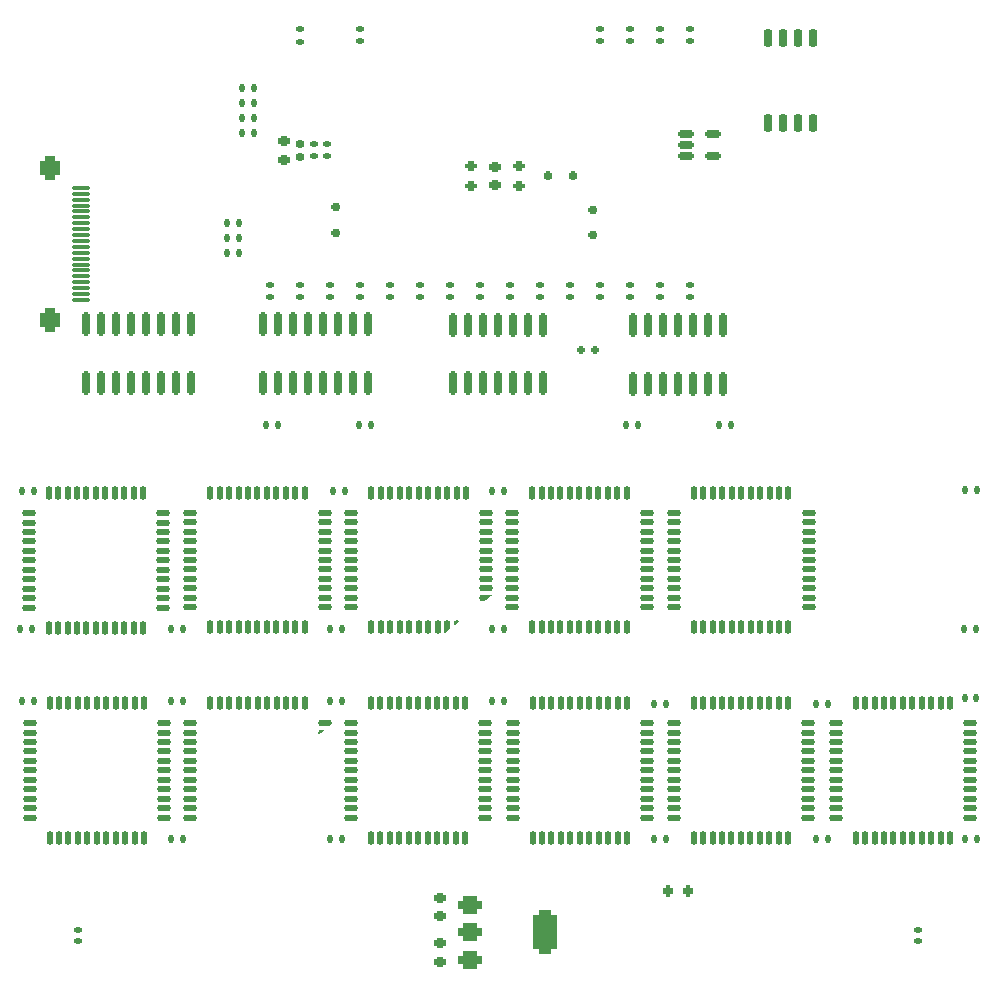
<source format=gbo>
G04 #@! TF.GenerationSoftware,KiCad,Pcbnew,8.0.6*
G04 #@! TF.CreationDate,2024-12-30T15:48:23-08:00*
G04 #@! TF.ProjectId,Jumperless23V50,4a756d70-6572-46c6-9573-733233563530,rev?*
G04 #@! TF.SameCoordinates,Original*
G04 #@! TF.FileFunction,Legend,Bot*
G04 #@! TF.FilePolarity,Positive*
%FSLAX46Y46*%
G04 Gerber Fmt 4.6, Leading zero omitted, Abs format (unit mm)*
G04 Created by KiCad (PCBNEW 8.0.6) date 2024-12-30 15:48:23*
%MOMM*%
%LPD*%
G01*
G04 APERTURE LIST*
G04 Aperture macros list*
%AMRoundRect*
0 Rectangle with rounded corners*
0 $1 Rounding radius*
0 $2 $3 $4 $5 $6 $7 $8 $9 X,Y pos of 4 corners*
0 Add a 4 corners polygon primitive as box body*
4,1,4,$2,$3,$4,$5,$6,$7,$8,$9,$2,$3,0*
0 Add four circle primitives for the rounded corners*
1,1,$1+$1,$2,$3*
1,1,$1+$1,$4,$5*
1,1,$1+$1,$6,$7*
1,1,$1+$1,$8,$9*
0 Add four rect primitives between the rounded corners*
20,1,$1+$1,$2,$3,$4,$5,0*
20,1,$1+$1,$4,$5,$6,$7,0*
20,1,$1+$1,$6,$7,$8,$9,0*
20,1,$1+$1,$8,$9,$2,$3,0*%
%AMHorizOval*
0 Thick line with rounded ends*
0 $1 width*
0 $2 $3 position (X,Y) of the first rounded end (center of the circle)*
0 $4 $5 position (X,Y) of the second rounded end (center of the circle)*
0 Add line between two ends*
20,1,$1,$2,$3,$4,$5,0*
0 Add two circle primitives to create the rounded ends*
1,1,$1,$2,$3*
1,1,$1,$4,$5*%
%AMRotRect*
0 Rectangle, with rotation*
0 The origin of the aperture is its center*
0 $1 length*
0 $2 width*
0 $3 Rotation angle, in degrees counterclockwise*
0 Add horizontal line*
21,1,$1,$2,0,0,$3*%
%AMOutline4P*
0 Free polygon, 4 corners , with rotation*
0 The origin of the aperture is its center*
0 number of corners: always 4*
0 $1 to $8 corner X, Y*
0 $9 Rotation angle, in degrees counterclockwise*
0 create outline with 4 corners*
4,1,4,$1,$2,$3,$4,$5,$6,$7,$8,$1,$2,$9*%
%AMFreePoly0*
4,1,33,0.252869,0.788882,0.556869,0.763882,0.578749,0.753749,0.753749,0.578749,0.763882,0.556869,0.788882,0.252869,0.789000,0.250000,0.789000,-0.250000,0.788882,-0.252869,0.763882,-0.556869,0.753749,-0.578749,0.578749,-0.753749,0.556869,-0.763882,0.252869,-0.788882,0.250000,-0.789000,-0.250000,-0.789000,-0.252869,-0.788882,-0.556869,-0.763882,-0.578749,-0.753749,-0.753749,-0.578749,
-0.763882,-0.556869,-0.788882,-0.252869,-0.789000,-0.250000,-0.789000,0.250000,-0.788882,0.252869,-0.763882,0.556869,-0.753749,0.578749,-0.578749,0.753749,-0.556869,0.763882,-0.252869,0.788882,-0.250000,0.789000,0.250000,0.789000,0.252869,0.788882,0.252869,0.788882,$1*%
%AMFreePoly1*
4,1,234,1.195499,0.516461,1.197220,0.516197,1.245429,0.498650,1.247637,0.497310,1.248097,0.497187,1.248388,0.496854,1.248765,0.496626,1.248965,0.496196,1.250669,0.494253,1.276321,0.449824,1.276419,0.449534,1.276531,0.449441,1.277014,0.447780,1.277576,0.446129,1.277537,0.445986,1.277623,0.445695,1.278762,0.432671,1.278713,0.432232,1.278800,0.431800,1.278800,0.248824,
1.287548,0.108831,1.299923,0.009846,1.299877,0.009220,1.300000,0.008606,1.300000,-0.010000,1.299877,-0.010614,1.299923,-0.011240,1.287548,-0.110225,1.278800,-0.250218,1.278800,-0.431800,1.278461,-0.433499,1.278197,-0.435220,1.260650,-0.483429,1.259309,-0.485638,1.259187,-0.486096,1.258855,-0.486386,1.258626,-0.486765,1.258194,-0.486966,1.256253,-0.488669,1.211824,-0.514321,
1.211536,-0.514418,1.211442,-0.514531,1.209774,-0.515017,1.208129,-0.515576,1.207987,-0.515538,1.207696,-0.515623,1.194671,-0.516762,1.194232,-0.516713,1.193800,-0.516800,0.794758,-0.516800,0.793165,-0.516977,0.792886,-0.516953,0.792615,-0.517023,0.784332,-0.517482,0.784053,-0.517442,0.783779,-0.517497,0.072579,-0.517497,0.072146,-0.517410,0.071708,-0.517459,0.058684,-0.516320,
0.058392,-0.516234,0.058250,-0.516273,0.056598,-0.515711,0.054938,-0.515228,0.054844,-0.515116,0.054555,-0.515018,0.010126,-0.489366,0.008182,-0.487662,0.007753,-0.487462,0.007524,-0.487085,0.007192,-0.486794,0.007068,-0.486334,0.005729,-0.484126,-0.011818,-0.435917,-0.012082,-0.434196,-0.012421,-0.432497,-0.012421,-0.249521,-0.018282,-0.155735,0.230662,-0.155735,0.232174,-0.207616,
0.236707,-0.253128,0.245817,-0.298178,0.259619,-0.334697,0.274023,-0.358499,0.347416,-0.410467,0.381573,-0.420163,0.409253,-0.424133,0.452386,-0.428283,0.493554,-0.431834,0.533292,-0.434568,0.544856,-0.435124,0.584102,-0.436405,0.623808,-0.436979,0.656427,-0.437103,0.686517,-0.437103,0.860223,-0.433366,0.905611,-0.431666,0.946080,-0.426565,0.987078,-0.416317,1.025736,-0.398938,
1.045457,-0.385006,1.073415,-0.350815,1.090585,-0.308483,1.099678,-0.262223,1.102027,-0.230000,0.879970,-0.230000,0.871360,-0.246520,0.833448,-0.261095,0.791207,-0.264475,0.782847,-0.264545,0.772882,-0.264545,0.648415,-0.268282,0.540949,-0.264765,0.500067,-0.260660,0.466503,-0.246080,0.444276,-0.208119,0.441297,-0.177277,0.442470,-0.155735,0.230662,-0.155735,-0.018282,-0.155735,
-0.021169,-0.109530,-0.033544,-0.010543,-0.033498,-0.009917,-0.033621,-0.009303,-0.033621,0.009303,-0.033498,0.009917,-0.033544,0.010543,-0.026191,0.069358,0.584717,0.069358,0.584717,-0.099461,0.775031,-0.099461,0.815239,-0.101038,0.855344,-0.108045,0.862958,-0.110672,0.888700,-0.144269,0.891486,-0.171562,0.889667,-0.190000,1.102952,-0.190000,1.101538,-0.153430,1.098799,-0.130896,
1.085218,-0.089036,1.079064,-0.077699,1.047957,-0.048014,1.022595,-0.035714,0.982690,-0.023584,0.953035,-0.014392,0.992738,-0.007732,1.030876,0.002763,1.067696,0.020212,1.086294,0.035286,1.108203,0.072937,1.118736,0.119520,1.121648,0.160325,0.909381,0.160325,0.909462,0.159484,0.904138,0.115245,0.888164,0.087603,0.851085,0.070790,0.818799,0.068039,0.763893,0.069358,
0.584717,0.069358,-0.026191,0.069358,-0.021169,0.109530,-0.018198,0.157066,0.226168,0.157066,0.228513,0.111563,0.433482,0.111563,0.436312,0.157715,0.448890,0.201266,0.453607,0.208943,0.488304,0.231516,0.528358,0.236833,0.531960,0.236860,0.661898,0.238179,0.787341,0.238179,0.813133,0.239498,0.852505,0.235431,0.883084,0.223231,0.897772,0.200325,1.121064,0.200325,
1.119591,0.225722,1.110053,0.271980,1.091032,0.316269,1.066755,0.348748,1.031217,0.374233,0.994210,0.388568,0.948327,0.398808,0.903312,0.404212,0.862863,0.406488,0.829937,0.407000,0.652909,0.407000,0.509685,0.405681,0.465418,0.404559,0.425063,0.401194,0.381800,0.394195,0.338446,0.381947,0.298286,0.362565,0.293970,0.359739,0.264307,0.329761,0.243119,0.285989,
0.231532,0.236374,0.226764,0.185442,0.226168,0.157066,-0.018198,0.157066,-0.012421,0.249521,-0.012421,0.431103,-0.012334,0.431535,-0.012383,0.431974,-0.011244,0.444999,-0.011159,0.445290,-0.011197,0.445432,-0.010638,0.447077,-0.010152,0.448745,-0.010039,0.448839,-0.009942,0.449127,0.015710,0.493556,0.017412,0.495497,0.017614,0.495929,0.017992,0.496158,0.018283,0.496490,
0.018740,0.496612,0.020950,0.497953,0.069159,0.515500,0.070879,0.515764,0.072579,0.516103,0.471621,0.516103,0.473214,0.516280,0.473492,0.516256,0.473765,0.516326,0.482047,0.516785,0.482325,0.516745,0.482600,0.516800,1.193800,0.516800,1.195499,0.516461,1.195499,0.516461,$1*%
%AMFreePoly2*
4,1,116,0.241689,0.532999,0.251885,0.532584,0.262015,0.531337,0.272004,0.529268,0.272006,0.529268,0.334791,0.513572,0.334799,0.513567,0.356025,0.506183,0.375598,0.495107,0.392869,0.480704,0.392860,0.480695,0.392864,0.480692,0.404491,0.469064,0.404492,0.469061,0.404495,0.469060,0.418897,0.451790,0.429971,0.432220,0.437314,0.411112,0.437372,0.410991,0.453067,0.348208,
0.455137,0.338215,0.456384,0.328085,0.456800,0.317891,0.456800,0.217851,0.456806,0.217733,0.456810,0.217733,0.456800,0.217700,0.456800,0.217506,0.456812,0.217446,0.456812,-0.216236,0.456810,-0.216241,0.456812,-0.216245,0.456800,-0.216554,0.456800,-0.339372,0.456799,-0.339373,0.456800,-0.339375,0.456081,-0.352754,0.453934,-0.365980,0.450386,-0.378891,0.450385,-0.378900,
0.437582,-0.417311,0.437579,-0.417315,0.430087,-0.435092,0.419943,-0.451511,0.407392,-0.466172,0.407388,-0.466168,0.407385,-0.466169,0.407386,-0.466169,0.389971,-0.483585,0.389962,-0.483590,0.375307,-0.496137,0.358888,-0.506281,0.341160,-0.513753,0.341110,-0.513782,0.302701,-0.526585,0.302695,-0.526585,0.302694,-0.526587,0.302694,-0.526586,0.289773,-0.530133,0.276545,-0.532275,
0.263243,-0.532985,0.263172,-0.533000,0.141603,-0.533000,0.141443,-0.533008,0.141443,-0.533000,-0.241689,-0.533000,-0.241689,-0.532999,-0.251885,-0.532584,-0.262014,-0.531337,-0.272001,-0.529268,-0.272007,-0.529268,-0.334791,-0.513572,-0.334801,-0.513566,-0.356028,-0.506177,-0.375597,-0.495097,-0.392851,-0.480700,-0.392864,-0.480692,-0.407385,-0.466171,-0.407392,-0.466160,-0.419937,-0.451512,
-0.430084,-0.435094,-0.437578,-0.417316,-0.437582,-0.417311,-0.450385,-0.378901,-0.450385,-0.378900,-0.450386,-0.378899,-0.453935,-0.365979,-0.456081,-0.352754,-0.456800,-0.339374,-0.456799,-0.339373,-0.456800,-0.339372,-0.456800,0.317891,-0.456384,0.328085,-0.455137,0.338214,-0.453068,0.348202,-0.453068,0.348206,-0.437372,0.410991,-0.437368,0.410999,-0.429977,0.432227,-0.418898,0.451795,
-0.404495,0.469060,-0.404493,0.469063,-0.392864,0.480692,-0.392851,0.480700,-0.375597,0.495097,-0.356028,0.506177,-0.334801,0.513566,-0.334791,0.513572,-0.272007,0.529268,-0.271995,0.529268,-0.262014,0.531336,-0.251885,0.532583,-0.241695,0.532998,-0.241689,0.533000,0.241689,0.533000,0.241689,0.532999,0.241689,0.532999,$1*%
%AMFreePoly3*
4,1,119,0.140079,0.532999,0.150271,0.532587,0.160402,0.531346,0.170398,0.529285,0.170395,0.529273,0.170401,0.529268,0.170418,0.529268,0.233252,0.513560,0.233263,0.513554,0.254457,0.506178,0.274000,0.495114,0.291239,0.480728,0.291241,0.480727,0.404441,0.367527,0.404442,0.367525,0.418467,0.350816,0.429385,0.331931,0.436869,0.311440,0.436868,0.311440,0.436858,0.311260,
0.436982,0.311000,0.453084,0.246589,0.453084,0.246583,0.455072,0.237080,0.456316,0.227440,0.456806,0.217733,0.456810,0.217733,0.456776,0.217625,0.456812,0.217446,0.456812,-0.216236,0.456810,-0.216241,0.456812,-0.216245,0.456438,-0.225901,0.455324,-0.235499,0.453478,-0.244984,0.453482,-0.244985,0.453409,-0.245105,0.453398,-0.245333,0.437379,-0.309410,0.437376,-0.309414,
0.437377,-0.309417,0.429981,-0.330643,0.418905,-0.350201,0.404507,-0.367458,0.404505,-0.367463,0.291305,-0.480663,0.291289,-0.480673,0.274358,-0.494854,0.255173,-0.505847,0.234353,-0.513291,0.234351,-0.513283,0.234253,-0.513277,0.234110,-0.513345,0.170387,-0.529276,0.170378,-0.529276,0.160861,-0.531272,0.151186,-0.532520,0.141443,-0.533008,0.141443,-0.532999,0.141340,-0.532966,
0.141173,-0.533000,-0.140022,-0.533000,-0.140025,-0.532999,-0.140028,-0.533000,-0.149685,-0.532627,-0.159285,-0.531515,-0.168771,-0.529671,-0.168771,-0.529670,-0.168892,-0.529596,-0.169125,-0.529585,-0.233185,-0.513571,-0.233195,-0.513566,-0.254420,-0.506175,-0.273985,-0.495097,-0.291237,-0.480701,-0.291249,-0.480694,-0.404483,-0.367461,-0.404490,-0.367449,-0.418886,-0.350195,-0.429965,-0.330630,
-0.437358,-0.309395,-0.437359,-0.309396,-0.437358,-0.309392,-0.453058,-0.246599,-0.453058,-0.246591,-0.455124,-0.236610,-0.456370,-0.226487,-0.456786,-0.216301,-0.456788,-0.216295,-0.456788,0.216296,-0.456371,0.226487,-0.455125,0.236610,-0.453058,0.246597,-0.453058,0.246598,-0.437360,0.309391,-0.437354,0.309401,-0.436203,0.312710,-0.436203,0.312895,-0.436104,0.312993,-0.429965,0.330628,
-0.418885,0.350198,-0.404483,0.367458,-0.404479,0.367465,-0.291250,0.480694,-0.291244,0.480697,-0.273985,0.495098,-0.254419,0.506176,-0.233186,0.513570,-0.233184,0.513571,-0.170420,0.529261,-0.170411,0.529261,-0.170409,0.529263,-0.160417,0.531329,-0.150291,0.532578,-0.140097,0.533000,-0.140089,0.532997,-0.140077,0.533000,0.140078,0.533000,0.140079,0.532999,0.140079,0.532999,
$1*%
%AMFreePoly4*
4,1,33,0.378162,0.759487,0.453162,0.734487,0.457071,0.732071,0.732071,0.457071,0.734487,0.453162,0.759487,0.378162,0.760000,0.375000,0.760000,-0.375000,0.759487,-0.378162,0.734487,-0.453162,0.732071,-0.457071,0.457071,-0.732071,0.453162,-0.734487,0.378162,-0.759487,0.375000,-0.760000,-0.375000,-0.760000,-0.378162,-0.759487,-0.453162,-0.734487,-0.457071,-0.732071,-0.732071,-0.457071,
-0.734487,-0.453162,-0.759487,-0.378162,-0.760000,-0.375000,-0.760000,0.375000,-0.759487,0.378162,-0.734487,0.453162,-0.732071,0.457071,-0.457071,0.732071,-0.453162,0.734487,-0.378162,0.759487,-0.375000,0.760000,0.375000,0.760000,0.378162,0.759487,0.378162,0.759487,$1*%
%AMFreePoly5*
4,1,214,1.195499,0.516462,1.197220,0.516197,1.245429,0.498650,1.247637,0.497310,1.248097,0.497187,1.248388,0.496854,1.248765,0.496626,1.248965,0.496196,1.250669,0.494253,1.276321,0.449824,1.276419,0.449534,1.276531,0.449441,1.277014,0.447780,1.277576,0.446129,1.277537,0.445986,1.277623,0.445695,1.278762,0.432671,1.278713,0.432232,1.278800,0.431800,1.278800,-0.431800,
1.278461,-0.433500,1.278197,-0.435220,1.260650,-0.483429,1.259309,-0.485638,1.259187,-0.486096,1.258855,-0.486386,1.258626,-0.486765,1.258194,-0.486965,1.256253,-0.488669,1.211824,-0.514321,1.211536,-0.514418,1.211442,-0.514531,1.209773,-0.515017,1.208129,-0.515576,1.207987,-0.515538,1.207697,-0.515623,1.194671,-0.516762,1.194232,-0.516713,1.193800,-0.516800,0.482600,-0.516800,
0.482325,-0.516745,0.482047,-0.516785,0.473765,-0.516326,0.473492,-0.516257,0.473214,-0.516280,0.244614,-0.490880,0.244404,-0.490813,0.244185,-0.490823,0.237758,-0.489826,0.237550,-0.489750,0.237330,-0.489750,0.110330,-0.464350,0.108723,-0.463682,0.107094,-0.463088,0.063264,-0.436428,0.060390,-0.433789,0.056526,-0.428510,0.056432,-0.428307,0.056275,-0.428150,0.005475,-0.351950,
0.004973,-0.350734,0.004320,-0.349598,-0.008130,-0.312673,-0.008299,-0.311373,-0.008635,-0.310102,-0.021169,-0.109530,-0.030013,-0.038788,0.219700,-0.038788,0.219871,-0.054068,0.222123,-0.109904,0.226176,-0.160554,0.232030,-0.206016,0.241881,-0.255552,0.257417,-0.304297,0.277006,-0.341374,0.309443,-0.373836,0.348735,-0.395314,0.389580,-0.408738,0.437792,-0.418095,0.481663,-0.422651,
0.530250,-0.424603,0.543133,-0.424686,0.686357,-0.427103,0.773698,-0.428422,0.815683,-0.428143,0.855935,-0.426907,0.863189,-0.426443,0.904466,-0.422031,0.944145,-0.416384,0.951702,-0.415233,0.992397,-0.406007,1.029582,-0.391326,1.060341,-0.373247,1.091235,-0.345478,1.114719,-0.307790,1.123063,-0.284221,1.133559,-0.241737,1.141830,-0.195086,1.144947,-0.169695,1.148507,-0.124400,
1.150321,-0.079535,1.151016,-0.038788,0.931624,-0.038788,0.930269,-0.079999,0.924932,-0.125732,0.909836,-0.167772,0.894256,-0.185083,0.857588,-0.205079,0.842086,-0.208823,0.802720,-0.213561,0.779951,-0.214758,0.741457,-0.216077,0.636139,-0.216077,0.596968,-0.215245,0.556485,-0.212051,0.513577,-0.204065,0.475239,-0.186131,0.470837,-0.182005,0.451429,-0.142913,0.442751,-0.095821,
0.439485,-0.048665,0.439327,-0.038788,0.219700,-0.038788,-0.030013,-0.038788,-0.033544,-0.010543,-0.033498,-0.009917,-0.033621,-0.009303,-0.033621,0.009303,-0.033498,0.009917,-0.033544,0.010543,-0.030162,0.037593,0.219364,0.037593,0.219364,0.021212,0.439454,0.021212,0.439874,0.042088,0.443812,0.091485,0.453166,0.138201,0.464193,0.163550,0.498798,0.189452,0.539303,0.199649,
0.580167,0.203204,0.600188,0.203556,0.688701,0.205974,0.750251,0.205974,0.794321,0.204459,0.836215,0.199018,0.875874,0.186654,0.895233,0.174320,0.917499,0.137040,0.927454,0.091310,0.931202,0.045211,0.931651,0.021212,1.151021,0.021212,1.150937,0.035329,1.149871,0.085967,1.147983,0.131590,1.144636,0.179723,1.139237,0.226754,1.134396,0.254334,1.120771,0.296194,
1.095843,0.335324,1.064597,0.363896,1.048032,0.374575,1.007817,0.392078,0.963553,0.403290,0.918870,0.409854,0.876881,0.413175,0.830569,0.414541,0.820788,0.414581,0.585533,0.417000,0.544892,0.416406,0.494879,0.413770,0.449642,0.409025,0.409180,0.402171,0.365318,0.390638,0.322531,0.372449,0.290488,0.349514,0.262775,0.311448,0.244438,0.265374,0.232978,0.217498,
0.226310,0.172991,0.221865,0.122969,0.219642,0.067430,0.219364,0.037593,-0.030162,0.037593,-0.021169,0.109530,-0.008635,0.310102,-0.008299,0.311373,-0.008130,0.312673,0.004320,0.349598,0.004973,0.350734,0.005475,0.351950,0.056275,0.428150,0.057505,0.429382,0.058675,0.430661,0.100016,0.461041,0.103550,0.462692,0.109903,0.464255,0.110125,0.464264,0.110330,0.464350,
0.237330,0.489750,0.237550,0.489750,0.237758,0.489826,0.244185,0.490823,0.244404,0.490813,0.244614,0.490880,0.473214,0.516280,0.473492,0.516257,0.473765,0.516326,0.482047,0.516785,0.482325,0.516745,0.482600,0.516800,1.193800,0.516800,1.195499,0.516462,1.195499,0.516462,$1*%
%AMFreePoly6*
4,1,120,-0.074500,0.516461,-0.072780,0.516197,-0.024571,0.498650,-0.022362,0.497310,-0.021903,0.497187,-0.021611,0.496854,-0.021235,0.496626,-0.021034,0.496196,-0.019331,0.494253,0.006321,0.449824,0.006419,0.449534,0.006531,0.449441,0.007014,0.447780,0.007576,0.446129,0.007537,0.445986,0.007623,0.445695,0.008762,0.432671,0.008713,0.432232,0.008800,0.431800,0.008800,0.307461,
0.021169,0.109528,0.033544,0.010543,0.033498,0.009917,0.033621,0.009303,0.033621,-0.009303,0.033498,-0.009917,0.033544,-0.010543,0.021169,-0.109528,0.008800,-0.307461,0.008800,-0.431800,0.008461,-0.433499,0.008197,-0.435220,-0.009350,-0.483429,-0.010690,-0.485638,-0.010813,-0.486096,-0.011144,-0.486386,-0.011374,-0.486765,-0.011805,-0.486966,-0.013747,-0.488669,-0.058176,-0.514321,
-0.058463,-0.514418,-0.058558,-0.514531,-0.060225,-0.515017,-0.061871,-0.515576,-0.062012,-0.515538,-0.062304,-0.515623,-0.075329,-0.516762,-0.075767,-0.516713,-0.076200,-0.516800,-1.193800,-0.516800,-1.194232,-0.516713,-1.194671,-0.516762,-1.207695,-0.515623,-1.207986,-0.515537,-1.208129,-0.515576,-1.209780,-0.515014,-1.211441,-0.514531,-1.211534,-0.514419,-1.211824,-0.514321,-1.256253,-0.488669,
-1.258196,-0.486965,-1.258626,-0.486765,-1.258854,-0.486388,-1.259187,-0.486097,-1.259310,-0.485637,-1.260650,-0.483429,-1.278197,-0.435220,-1.278461,-0.433499,-1.278800,-0.431800,-1.278800,-0.307461,-1.286269,-0.187940,-0.979938,-0.187940,-0.660663,-0.427103,-0.385948,-0.427103,-0.385488,-0.426727,-0.385158,-0.426428,-0.385158,0.000000,-0.608102,0.000000,-0.608102,-0.229266,-0.879114,-0.016482,
-0.979938,-0.187940,-1.286269,-0.187940,-1.291169,-0.109530,-1.303544,-0.010543,-1.303498,-0.009917,-1.303621,-0.009303,-1.303621,0.009303,-1.303498,0.009917,-1.303544,0.010543,-1.297361,0.060000,-0.608102,0.060000,-0.385158,0.060000,-0.385158,0.417000,-0.608102,0.417000,-0.608102,0.060000,-1.297361,0.060000,-1.291169,0.109530,-1.278800,0.307461,-1.278800,0.431800,-1.278713,0.432232,
-1.278762,0.432671,-1.277623,0.445696,-1.277538,0.445987,-1.277576,0.446129,-1.277017,0.447774,-1.276531,0.449442,-1.276418,0.449536,-1.276321,0.449824,-1.250669,0.494253,-1.248966,0.496194,-1.248765,0.496626,-1.248386,0.496855,-1.248096,0.497187,-1.247638,0.497309,-1.245429,0.498650,-1.197220,0.516197,-1.195499,0.516461,-1.193800,0.516800,-0.076200,0.516800,-0.074500,0.516461,
-0.074500,0.516461,$1*%
%AMFreePoly7*
4,1,183,-0.074500,0.516461,-0.072780,0.516197,-0.024571,0.498650,-0.022362,0.497310,-0.021903,0.497187,-0.021611,0.496854,-0.021235,0.496626,-0.021034,0.496196,-0.019331,0.494253,0.006321,0.449824,0.006419,0.449534,0.006531,0.449441,0.007014,0.447780,0.007576,0.446129,0.007537,0.445986,0.007623,0.445695,0.008762,0.432671,0.008713,0.432232,0.008800,0.431800,0.008800,0.307461,
0.021169,0.109528,0.033544,0.010543,0.033498,0.009917,0.033621,0.009303,0.033621,-0.009303,0.033498,-0.009917,0.033544,-0.010543,0.021169,-0.109528,0.008800,-0.307461,0.008800,-0.431800,0.008461,-0.433499,0.008197,-0.435220,-0.009350,-0.483429,-0.010690,-0.485638,-0.010813,-0.486096,-0.011144,-0.486386,-0.011374,-0.486765,-0.011805,-0.486966,-0.013747,-0.488669,-0.058176,-0.514321,
-0.058463,-0.514418,-0.058558,-0.514531,-0.060225,-0.515017,-0.061871,-0.515576,-0.062012,-0.515538,-0.062304,-0.515623,-0.075329,-0.516762,-0.075767,-0.516713,-0.076200,-0.516800,-1.193800,-0.516800,-1.194232,-0.516713,-1.194671,-0.516762,-1.207695,-0.515623,-1.207986,-0.515537,-1.208129,-0.515576,-1.209780,-0.515014,-1.211441,-0.514531,-1.211534,-0.514419,-1.211824,-0.514321,-1.256253,-0.488669,
-1.258196,-0.486965,-1.258626,-0.486765,-1.258854,-0.486388,-1.259187,-0.486097,-1.259310,-0.485637,-1.260650,-0.483429,-1.278197,-0.435220,-1.278461,-0.433499,-1.278800,-0.431800,-1.278800,-0.307461,-1.286970,-0.176729,-1.063670,-0.176729,-1.062220,-0.225207,-1.056651,-0.275346,-1.044876,-0.322765,-1.024457,-0.362353,-1.004270,-0.381820,-0.963161,-0.401266,-0.920544,-0.411990,-0.876603,-0.418119,
-0.834759,-0.421065,-0.788164,-0.422047,-0.537278,-0.427103,-0.411835,-0.424685,-0.367452,-0.422761,-0.328386,-0.416988,-0.289529,-0.405389,-0.253983,-0.385718,-0.236566,-0.369950,-0.212481,-0.332346,-0.197689,-0.287475,-0.189855,-0.239378,-0.186935,-0.191588,-0.186741,-0.174311,-0.187919,-0.126781,-0.192443,-0.076106,-0.200362,-0.032371,-0.213888,0.009882,-0.235003,0.046605,-0.269305,0.076039,
-0.306029,0.092273,-0.344502,0.101549,-0.389432,0.106544,-0.422972,0.107495,-0.590000,0.120207,-0.590000,-0.066894,-0.497027,-0.075393,-0.456587,-0.082672,-0.421409,-0.097595,-0.400176,-0.135992,-0.398353,-0.159364,-0.399525,-0.176729,-0.406078,-0.220941,-0.420237,-0.241576,-0.459229,-0.255525,-0.498691,-0.258266,-0.502498,-0.258282,-0.619148,-0.258282,-0.751235,-0.255644,-0.790519,-0.251696,
-0.805750,-0.247291,-0.839041,-0.222030,-0.839748,-0.220913,-0.853817,-0.185962,-0.856552,-0.147274,-0.856552,-0.117598,-1.062498,-0.117598,-1.063670,-0.176729,-1.286970,-0.176729,-1.291169,-0.109530,-1.303544,-0.010543,-1.303498,-0.009917,-1.303621,-0.009303,-1.303621,0.009303,-1.303498,0.009917,-1.303544,0.010543,-1.291169,0.109530,-1.285540,0.199599,-1.062498,0.199599,-1.060703,0.152119,
-1.054255,0.104992,-1.041395,0.061072,-1.024982,0.030119,-0.995581,-0.000015,-0.958940,-0.020639,-0.918274,-0.033804,-0.888988,-0.039563,-0.650000,-0.061409,-0.650000,0.124995,-0.764521,0.134313,-0.804235,0.137555,-0.833496,0.147282,-0.855628,0.185369,-0.857529,0.211030,-0.857529,0.248179,-0.186741,0.248179,-0.186741,0.417000,-1.062498,0.417000,-1.062498,0.199599,-1.285540,0.199599,
-1.278800,0.307461,-1.278800,0.431800,-1.278713,0.432232,-1.278762,0.432671,-1.277623,0.445696,-1.277538,0.445987,-1.277576,0.446129,-1.277017,0.447774,-1.276531,0.449442,-1.276418,0.449536,-1.276321,0.449824,-1.250669,0.494253,-1.248966,0.496194,-1.248765,0.496626,-1.248386,0.496855,-1.248096,0.497187,-1.247638,0.497309,-1.245429,0.498650,-1.197220,0.516197,-1.195499,0.516461,
-1.193800,0.516800,-0.076200,0.516800,-0.074500,0.516461,-0.074500,0.516461,$1*%
%AMFreePoly8*
4,1,210,1.195499,0.516461,1.197220,0.516197,1.245429,0.498650,1.247637,0.497310,1.248097,0.497187,1.248388,0.496854,1.248765,0.496626,1.248965,0.496196,1.250669,0.494253,1.276321,0.449824,1.276419,0.449534,1.276531,0.449441,1.277014,0.447780,1.277576,0.446129,1.277537,0.445986,1.277623,0.445695,1.278762,0.432671,1.278713,0.432232,1.278800,0.431800,1.278800,-0.431800,
1.278461,-0.433499,1.278197,-0.435220,1.260650,-0.483429,1.259309,-0.485638,1.259187,-0.486096,1.258855,-0.486386,1.258626,-0.486765,1.258194,-0.486966,1.256253,-0.488669,1.211824,-0.514321,1.211536,-0.514418,1.211442,-0.514531,1.209774,-0.515017,1.208129,-0.515576,1.207987,-0.515538,1.207696,-0.515623,1.194671,-0.516762,1.194232,-0.516713,1.193800,-0.516800,0.482600,-0.516800,
0.482325,-0.516745,0.482047,-0.516785,0.473765,-0.516326,0.473492,-0.516256,0.473214,-0.516280,0.244614,-0.490880,0.244404,-0.490813,0.244185,-0.490823,0.237758,-0.489826,0.237550,-0.489750,0.237330,-0.489750,0.110330,-0.464350,0.108723,-0.463682,0.107094,-0.463088,0.063264,-0.436428,0.060390,-0.433789,0.056526,-0.428509,0.056432,-0.428307,0.056275,-0.428150,0.005475,-0.351950,
0.004973,-0.350734,0.004320,-0.349598,-0.008130,-0.312673,-0.008298,-0.311373,-0.008635,-0.310102,-0.021169,-0.109530,-0.033544,-0.010543,-0.033498,-0.009917,-0.033621,-0.009303,-0.033621,0.009303,-0.033498,0.009917,-0.033544,0.010543,-0.026700,0.065290,0.212403,0.065290,0.216848,-0.427103,0.575543,-0.427103,0.639486,-0.427103,0.748308,-0.427103,0.826250,-0.030000,0.929140,-0.030000,
1.010405,-0.427103,1.119046,-0.427103,1.119371,-0.418668,1.035413,-0.030000,0.929140,-0.030000,0.826250,-0.030000,0.720642,-0.030000,0.639486,-0.427103,0.575543,-0.427103,0.575543,-0.258282,0.296178,-0.258282,0.296178,-0.090121,0.308390,-0.121126,0.324046,-0.143537,0.341122,-0.154748,0.358272,-0.158426,0.360890,-0.158484,0.391237,-0.159803,0.421670,-0.159803,0.439940,-0.159677,
0.457948,-0.159299,0.463045,-0.159144,0.480540,-0.157320,0.498535,-0.153770,0.517386,-0.148996,0.519636,-0.148373,0.536551,-0.140281,0.552694,-0.123919,0.567046,-0.096725,0.572808,-0.079570,0.581733,-0.036177,0.586494,0.008397,0.586578,0.010000,0.728817,0.010000,0.834101,0.010000,0.876621,0.226637,0.920954,0.010000,1.026773,0.010000,0.938854,0.417000,0.811995,0.417000,
0.728817,0.010000,0.586578,0.010000,0.588924,0.054591,0.589418,0.082600,0.495111,0.082600,0.489430,0.045465,0.487066,0.038252,0.470918,0.016745,0.453167,0.011680,0.451590,0.011654,0.398162,0.009016,0.344221,0.009016,0.326979,0.010531,0.325072,0.010995,0.307890,0.021546,0.296791,0.056865,0.296178,0.065290,0.212403,0.065290,-0.026700,0.065290,-0.021169,0.109530,
-0.018659,0.149700,0.201345,0.149700,0.290793,0.149700,0.293247,0.193722,0.304506,0.229055,0.311565,0.235210,0.329587,0.242272,0.347151,0.245380,0.352085,0.245541,0.399615,0.248179,0.441246,0.246860,0.458784,0.244778,0.476191,0.235845,0.484673,0.225538,0.494411,0.188117,0.497044,0.143923,0.497153,0.130576,0.496895,0.122600,0.589555,0.122600,0.589160,0.155890,
0.587438,0.199960,0.583856,0.247135,0.577589,0.294299,0.569072,0.332985,0.566225,0.342481,0.552051,0.374506,0.535677,0.395022,0.518693,0.407031,0.498986,0.413893,0.480484,0.415681,0.443725,0.417000,0.406454,0.417000,0.312848,0.410625,0.294580,0.409374,0.274929,0.404573,0.267161,0.400772,0.232626,0.369690,0.225653,0.359407,0.213091,0.322112,0.207804,0.291027,
0.201345,0.149700,-0.018659,0.149700,-0.008635,0.310102,-0.008298,0.311373,-0.008130,0.312673,0.004320,0.349598,0.004973,0.350734,0.005475,0.351950,0.056275,0.428150,0.057505,0.429382,0.058675,0.430661,0.100016,0.461040,0.103550,0.462693,0.109903,0.464255,0.110125,0.464264,0.110330,0.464350,0.237330,0.489750,0.237550,0.489750,0.237758,0.489826,0.244185,0.490823,
0.244404,0.490813,0.244614,0.490880,0.473214,0.516280,0.473492,0.516256,0.473765,0.516326,0.482047,0.516785,0.482325,0.516745,0.482600,0.516800,1.193800,0.516800,1.195499,0.516461,1.195499,0.516461,$1*%
%AMFreePoly9*
4,1,298,1.195499,0.516461,1.197220,0.516197,1.245429,0.498650,1.247637,0.497310,1.248097,0.497187,1.248388,0.496854,1.248765,0.496626,1.248965,0.496196,1.250669,0.494253,1.276321,0.449824,1.276419,0.449534,1.276531,0.449441,1.277014,0.447780,1.277576,0.446129,1.277537,0.445986,1.277623,0.445695,1.278762,0.432671,1.278713,0.432232,1.278800,0.431800,1.278800,-0.431800,
1.278461,-0.433499,1.278197,-0.435220,1.260650,-0.483429,1.259309,-0.485638,1.259187,-0.486096,1.258855,-0.486386,1.258626,-0.486765,1.258194,-0.486966,1.256253,-0.488669,1.211824,-0.514321,1.211536,-0.514418,1.211442,-0.514531,1.209774,-0.515017,1.208129,-0.515576,1.207987,-0.515538,1.207696,-0.515623,1.194671,-0.516762,1.194232,-0.516713,1.193800,-0.516800,0.482600,-0.516800,
0.482325,-0.516745,0.482047,-0.516785,0.473765,-0.516326,0.473492,-0.516256,0.473214,-0.516280,0.244614,-0.490880,0.244404,-0.490813,0.244185,-0.490823,0.237758,-0.489826,0.237550,-0.489750,0.237330,-0.489750,0.110330,-0.464350,0.108723,-0.463682,0.107094,-0.463088,0.063264,-0.436428,0.060390,-0.433789,0.056526,-0.428509,0.056432,-0.428307,0.056275,-0.428150,0.005475,-0.351950,
0.004973,-0.350734,0.004320,-0.349598,-0.008130,-0.312673,-0.008298,-0.311373,-0.008635,-0.310102,-0.021169,-0.109530,-0.031871,-0.023922,0.134054,-0.023922,0.134122,-0.043631,0.134804,-0.098259,0.136032,-0.148230,0.137806,-0.193543,0.140790,-0.243636,0.144628,-0.286451,0.150358,-0.328223,0.151432,-0.334167,0.161339,-0.370397,0.173440,-0.394370,0.186068,-0.409352,0.201009,-0.419795,
0.214627,-0.424880,0.229726,-0.427059,0.233732,-0.427150,0.289043,-0.430887,0.309428,-0.432206,0.508447,-0.432206,0.625991,-0.432206,0.772366,-0.432206,0.841838,-0.432206,0.905087,-0.432206,1.119093,-0.432206,1.134880,-0.431017,1.149313,-0.427452,1.162392,-0.421510,1.176839,-0.410740,1.189170,-0.396257,1.201177,-0.373974,1.207489,-0.356149,1.216298,-0.315701,1.222127,-0.269462,
1.225769,-0.222771,1.228308,-0.168663,1.229545,-0.120037,1.230074,-0.066664,1.230097,-0.052579,1.230097,-0.043922,1.140775,-0.043922,1.140546,-0.073415,1.139171,-0.120556,1.136046,-0.165533,1.132928,-0.187795,1.121983,-0.215121,1.109200,-0.225878,1.096312,-0.229629,1.090000,-0.230000,0.964391,-0.230000,0.964391,-0.043922,0.905087,-0.043922,0.905087,-0.432206,0.841838,-0.432206,
0.841838,-0.043922,0.772366,-0.043922,0.772366,-0.432206,0.625991,-0.432206,0.716205,-0.043922,0.618656,-0.043922,0.577983,-0.219421,0.577983,-0.043922,0.508447,-0.043922,0.508447,-0.432206,0.309428,-0.432206,0.358897,-0.428469,0.373274,-0.427079,0.386362,-0.422909,0.400365,-0.414236,0.414353,-0.399057,0.425813,-0.378430,0.428623,-0.371536,0.438097,-0.336447,0.444166,-0.294881,
0.447719,-0.251181,0.449749,-0.200032,0.450278,-0.151717,0.450278,-0.136770,0.377884,-0.136770,0.375652,-0.180510,0.375344,-0.182932,0.365882,-0.209969,0.353350,-0.219204,0.352547,-0.219421,0.339842,-0.221070,0.334194,-0.221180,0.248656,-0.222279,0.235430,-0.219045,0.222547,-0.204671,0.215507,-0.181393,0.211025,-0.138922,0.209133,-0.093661,0.208592,-0.049571,0.208585,-0.043567,
0.208585,-0.023922,0.134054,-0.023922,-0.031871,-0.023922,-0.033544,-0.010543,-0.033498,-0.009917,-0.033621,-0.009303,-0.033621,0.009303,-0.033498,0.009917,-0.033544,0.010543,-0.032852,0.016078,0.134074,0.016078,0.208585,0.016078,0.208585,0.028974,0.209261,0.075337,0.211857,0.120263,0.215507,0.148775,0.224492,0.180794,0.235129,0.193178,0.248227,0.198048,0.254815,0.199773,
0.267840,0.200819,0.272279,0.200872,0.338195,0.201971,0.351004,0.199251,0.363925,0.188199,0.367470,0.182627,0.376148,0.150084,0.378202,0.109867,0.377884,0.088325,0.284281,0.088325,0.284281,-0.066428,0.450659,-0.066428,0.450795,-0.003922,0.508447,-0.003922,0.577983,-0.003922,0.627926,-0.003922,0.725499,-0.003922,0.772366,0.197794,0.772366,-0.003922,0.841838,-0.003922,
0.905087,-0.003922,0.964391,-0.003922,0.964391,0.192052,1.088857,0.192052,1.102619,0.189980,1.115378,0.182537,1.127751,0.163464,1.131975,0.148747,1.137432,0.105100,1.139871,0.057920,1.140789,0.012666,1.140868,-0.003922,1.230097,-0.003922,1.230097,0.044801,1.229987,0.090151,1.229525,0.128551,1.227802,0.174673,1.225561,0.222009,1.225334,0.226590,1.221329,0.270992,
1.213839,0.311873,1.204118,0.345656,1.200250,0.356283,1.188835,0.380615,1.176055,0.397994,1.161910,0.408422,1.148413,0.411843,1.146399,0.411898,0.905087,0.411898,0.905087,-0.003922,0.841838,-0.003922,0.841838,0.411898,0.724294,0.411898,0.627926,-0.003922,0.577983,-0.003922,0.577983,0.411898,0.508447,0.411898,0.508447,-0.003922,0.450795,-0.003922,0.451040,0.108328,
0.450662,0.154407,0.449209,0.204588,0.446667,0.249189,0.442324,0.294171,0.435545,0.336280,0.425968,0.368786,0.414586,0.389610,0.400403,0.403323,0.386016,0.409418,0.375281,0.410579,0.336734,0.411898,0.292663,0.410579,0.254434,0.409479,0.239348,0.408807,0.225477,0.406790,0.210828,0.402737,0.197833,0.396855,0.188010,0.390355,0.174990,0.375805,0.163577,0.353918,
0.153772,0.324692,0.149019,0.305285,0.142081,0.262838,0.137821,0.215910,0.135564,0.167748,0.134723,0.121192,0.134667,0.104591,0.134074,0.016078,-0.032852,0.016078,-0.021169,0.109530,-0.008635,0.310102,-0.008298,0.311373,-0.008130,0.312673,0.004320,0.349598,0.004973,0.350734,0.005475,0.351950,0.056275,0.428150,0.057505,0.429382,0.058675,0.430661,0.100016,0.461040,
0.103550,0.462693,0.109903,0.464255,0.110125,0.464264,0.110330,0.464350,0.237330,0.489750,0.237550,0.489750,0.237758,0.489826,0.244185,0.490823,0.244404,0.490813,0.244614,0.490880,0.473214,0.516280,0.473492,0.516256,0.473765,0.516326,0.482047,0.516785,0.482325,0.516745,0.482600,0.516800,1.193800,0.516800,1.195499,0.516461,1.195499,0.516461,$1*%
%AMFreePoly10*
4,1,222,-0.482325,0.516745,-0.482047,0.516785,-0.473764,0.516326,-0.473492,0.516256,-0.473214,0.516280,-0.359725,0.503670,-0.345772,0.503713,-0.330209,0.500390,-0.244613,0.490880,-0.244403,0.490813,-0.244185,0.490823,-0.237758,0.489826,-0.237550,0.489750,-0.237330,0.489750,-0.110330,0.464350,-0.108727,0.463684,-0.107094,0.463088,-0.063267,0.436428,-0.063264,0.436428,-0.060390,0.433789,
-0.056526,0.428509,-0.056432,0.428307,-0.056275,0.428150,-0.005475,0.351950,-0.004973,0.350734,-0.004320,0.349598,0.008130,0.312673,0.008298,0.311373,0.008635,0.310102,0.021169,0.109528,0.033544,0.010543,0.033498,0.009917,0.033621,0.009303,0.033621,-0.009303,0.033498,-0.009917,0.033544,-0.010543,0.021169,-0.109528,0.008635,-0.310102,0.008298,-0.311373,0.008130,-0.312673,
-0.004320,-0.349598,-0.004973,-0.350734,-0.005475,-0.351950,-0.056275,-0.428150,-0.057504,-0.429382,-0.058675,-0.430662,-0.100015,-0.461038,-0.100016,-0.461040,-0.103551,-0.462693,-0.109903,-0.464255,-0.110125,-0.464264,-0.110330,-0.464350,-0.237330,-0.489750,-0.237550,-0.489750,-0.237758,-0.489826,-0.244185,-0.490823,-0.244403,-0.490813,-0.244613,-0.490880,-0.279425,-0.494748,-0.345772,-0.511087,
-0.425865,-0.511019,-0.473214,-0.516280,-0.473492,-0.516256,-0.473764,-0.516326,-0.482047,-0.516785,-0.482325,-0.516745,-0.482600,-0.516800,-1.193800,-0.516800,-1.195499,-0.516461,-1.197220,-0.516197,-1.245429,-0.498650,-1.247638,-0.497309,-1.248096,-0.497187,-1.248386,-0.496855,-1.248765,-0.496626,-1.248966,-0.496194,-1.250669,-0.494253,-1.276321,-0.449824,-1.276418,-0.449536,-1.276531,-0.449442,
-1.277017,-0.447774,-1.277576,-0.446129,-1.277538,-0.445987,-1.277623,-0.445696,-1.278762,-0.432671,-1.278713,-0.432232,-1.278800,-0.431800,-1.278800,-0.041880,-1.142408,-0.041880,-1.142130,-0.071717,-1.139907,-0.127256,-1.135462,-0.177278,-1.128794,-0.221785,-1.117334,-0.269661,-1.098997,-0.315735,-1.071284,-0.353802,-1.039241,-0.376736,-0.996454,-0.394925,-0.952592,-0.406458,-0.912130,-0.413312,
-0.866893,-0.418057,-0.816881,-0.420693,-0.776239,-0.421287,-0.540984,-0.418868,-0.531203,-0.418829,-0.484891,-0.417462,-0.442902,-0.414141,-0.398219,-0.407577,-0.353955,-0.396365,-0.313740,-0.378862,-0.297175,-0.368183,-0.265929,-0.339611,-0.241001,-0.300481,-0.227376,-0.258621,-0.222535,-0.231041,-0.217136,-0.184010,-0.213789,-0.135877,-0.211901,-0.090253,-0.210835,-0.039616,-0.210778,-0.030000,
-0.430206,-0.030000,-0.430571,-0.049498,-0.434318,-0.095597,-0.444273,-0.141327,-0.466539,-0.178607,-0.485898,-0.190941,-0.525557,-0.203305,-0.567451,-0.208746,-0.611521,-0.210261,-0.673070,-0.210261,-0.761584,-0.207843,-0.781605,-0.207491,-0.822469,-0.203936,-0.862974,-0.193739,-0.897579,-0.167836,-0.908606,-0.142488,-0.917960,-0.095772,-0.921898,-0.046375,-0.922227,-0.030000,-1.142408,-0.030000,
-1.142408,-0.041880,-1.278800,-0.041880,-1.278800,0.030000,-1.142123,0.030000,-0.922517,0.030000,-0.922287,0.044378,-0.919021,0.091534,-0.910343,0.138625,-0.890935,0.177718,-0.886534,0.181844,-0.848195,0.199778,-0.805287,0.207764,-0.764804,0.210958,-0.725632,0.211790,-0.620314,0.211790,-0.581821,0.210471,-0.559052,0.209274,-0.519686,0.204536,-0.504184,0.200792,-0.467516,0.180796,
-0.451936,0.163485,-0.436839,0.121445,-0.431503,0.075711,-0.430000,0.030000,-0.210679,0.030000,-0.211451,0.075248,-0.213265,0.120113,-0.216825,0.165408,-0.219942,0.190799,-0.228213,0.237450,-0.238709,0.279934,-0.247053,0.303503,-0.270537,0.341191,-0.301431,0.368960,-0.332190,0.387039,-0.369375,0.401720,-0.410070,0.410946,-0.417628,0.412097,-0.457306,0.417744,-0.498583,0.422156,
-0.505837,0.422620,-0.546089,0.423856,-0.588074,0.424135,-0.675415,0.422816,-0.818639,0.420398,-0.831522,0.420316,-0.880108,0.418364,-0.923980,0.413808,-0.972192,0.404451,-1.013037,0.391027,-1.052330,0.369549,-1.084766,0.337087,-1.104355,0.300010,-1.119891,0.251265,-1.129742,0.201729,-1.135596,0.156266,-1.139649,0.105617,-1.141901,0.049781,-1.142123,0.030000,-1.278800,0.030000,
-1.278800,0.431800,-1.278461,0.433499,-1.278197,0.435220,-1.260650,0.483429,-1.259310,0.485637,-1.259187,0.486097,-1.258854,0.486388,-1.258626,0.486765,-1.258196,0.486965,-1.256253,0.488669,-1.211824,0.514321,-1.211534,0.514419,-1.211441,0.514531,-1.209780,0.515014,-1.208129,0.515576,-1.207986,0.515537,-1.207695,0.515623,-1.194671,0.516762,-1.194232,0.516713,-1.193800,0.516800,
-0.482600,0.516800,-0.482325,0.516745,-0.482325,0.516745,$1*%
%AMFreePoly11*
4,1,118,1.195499,0.516461,1.197220,0.516197,1.245429,0.498650,1.247637,0.497310,1.248097,0.497187,1.248388,0.496854,1.248765,0.496626,1.248965,0.496196,1.250669,0.494253,1.276321,0.449824,1.276419,0.449534,1.276531,0.449441,1.277014,0.447780,1.277576,0.446129,1.277537,0.445986,1.277623,0.445695,1.278762,0.432671,1.278713,0.432232,1.278800,0.431800,1.278800,-0.431800,
1.278461,-0.433499,1.278197,-0.435220,1.260650,-0.483429,1.259309,-0.485638,1.259187,-0.486096,1.258855,-0.486386,1.258626,-0.486765,1.258194,-0.486966,1.256253,-0.488669,1.211824,-0.514321,1.211536,-0.514418,1.211442,-0.514531,1.209774,-0.515017,1.208129,-0.515576,1.207987,-0.515538,1.207696,-0.515623,1.194671,-0.516762,1.194232,-0.516713,1.193800,-0.516800,0.482600,-0.516800,
0.482325,-0.516745,0.482047,-0.516785,0.473765,-0.516326,0.473492,-0.516256,0.473214,-0.516280,0.244614,-0.490880,0.244404,-0.490813,0.244185,-0.490823,0.237758,-0.489826,0.237550,-0.489750,0.237330,-0.489750,0.110330,-0.464350,0.108723,-0.463682,0.107094,-0.463088,0.063264,-0.436428,0.060390,-0.433789,0.056526,-0.428509,0.056432,-0.428307,0.056275,-0.428150,0.005475,-0.351950,
0.004973,-0.350734,0.004320,-0.349598,-0.008130,-0.312673,-0.008298,-0.311373,-0.008635,-0.310102,-0.017299,-0.171458,0.305576,-0.171458,0.624851,-0.410621,0.900356,-0.410621,0.900356,0.000000,0.677412,0.000000,0.677412,-0.212784,0.406400,0.000000,0.305576,-0.171458,-0.017299,-0.171458,-0.021169,-0.109530,-0.033544,-0.010543,-0.033498,-0.009917,-0.033621,-0.009303,-0.033621,0.009303,
-0.033498,0.009917,-0.033544,0.010543,-0.027361,0.060000,0.677412,0.060000,0.900356,0.060000,0.900356,0.433482,0.677412,0.433482,0.677412,0.060000,-0.027361,0.060000,-0.021169,0.109530,-0.008635,0.310102,-0.008298,0.311373,-0.008130,0.312673,0.004320,0.349598,0.004973,0.350734,0.005475,0.351950,0.056275,0.428150,0.057505,0.429382,0.058675,0.430661,0.100016,0.461040,
0.103550,0.462693,0.109903,0.464255,0.110125,0.464264,0.110330,0.464350,0.237330,0.489750,0.237550,0.489750,0.237758,0.489826,0.244185,0.490823,0.244404,0.490813,0.244614,0.490880,0.473214,0.516280,0.473492,0.516256,0.473765,0.516326,0.482047,0.516785,0.482325,0.516745,0.482600,0.516800,1.193800,0.516800,1.195499,0.516461,1.195499,0.516461,$1*%
%AMFreePoly12*
4,1,183,1.195499,0.516461,1.197220,0.516197,1.245429,0.498650,1.247637,0.497310,1.248097,0.497187,1.248388,0.496854,1.248765,0.496626,1.248965,0.496196,1.250669,0.494253,1.276321,0.449824,1.276419,0.449534,1.276531,0.449441,1.277014,0.447780,1.277576,0.446129,1.277537,0.445986,1.277623,0.445695,1.278762,0.432671,1.278713,0.432232,1.278800,0.431800,1.278800,-0.431800,
1.278461,-0.433499,1.278197,-0.435220,1.260650,-0.483429,1.259309,-0.485638,1.259187,-0.486096,1.258855,-0.486386,1.258626,-0.486765,1.258194,-0.486966,1.256253,-0.488669,1.211824,-0.514321,1.211536,-0.514418,1.211442,-0.514531,1.209774,-0.515017,1.208129,-0.515576,1.207987,-0.515538,1.207696,-0.515623,1.194671,-0.516762,1.194232,-0.516713,1.193800,-0.516800,0.482600,-0.516800,
0.482325,-0.516745,0.482047,-0.516785,0.473765,-0.516326,0.473492,-0.516256,0.473214,-0.516280,0.244614,-0.490880,0.244404,-0.490813,0.244185,-0.490823,0.237758,-0.489826,0.237550,-0.489750,0.237330,-0.489750,0.110330,-0.464350,0.108723,-0.463682,0.107094,-0.463088,0.063264,-0.436428,0.060390,-0.433789,0.056526,-0.428509,0.056432,-0.428307,0.056275,-0.428150,0.005475,-0.351950,
0.004973,-0.350734,0.004320,-0.349598,-0.008130,-0.312673,-0.008298,-0.311373,-0.008635,-0.310102,-0.017217,-0.172769,0.215035,-0.172769,0.216485,-0.221247,0.222054,-0.271386,0.233829,-0.318805,0.254248,-0.358393,0.274435,-0.377860,0.315544,-0.397306,0.358161,-0.408030,0.402102,-0.414159,0.443946,-0.417105,0.490541,-0.418087,0.741427,-0.423143,0.866870,-0.420725,0.911253,-0.418801,
0.950319,-0.413028,0.989176,-0.401429,1.024722,-0.381758,1.042139,-0.365990,1.066224,-0.328386,1.081016,-0.283515,1.088850,-0.235418,1.091770,-0.187628,1.091964,-0.170351,1.090786,-0.122821,1.086262,-0.072146,1.078343,-0.028411,1.064817,0.013843,1.043702,0.050566,1.009400,0.080000,0.972676,0.096234,0.934203,0.105510,0.889273,0.110505,0.855733,0.111456,0.689400,0.124115,
0.689400,-0.062997,0.781678,-0.071433,0.822118,-0.078712,0.857296,-0.093635,0.878529,-0.132032,0.880352,-0.155404,0.879180,-0.172769,0.872627,-0.216981,0.858468,-0.237616,0.819476,-0.251565,0.780014,-0.254306,0.776207,-0.254322,0.659557,-0.254322,0.527470,-0.251684,0.488186,-0.247736,0.472955,-0.243331,0.439664,-0.218070,0.438957,-0.216953,0.424888,-0.182002,0.422153,-0.143314,
0.422153,-0.113638,0.216207,-0.113638,0.215035,-0.172769,-0.017217,-0.172769,-0.021169,-0.109530,-0.033544,-0.010543,-0.033498,-0.009917,-0.033621,-0.009303,-0.033621,0.009303,-0.033498,0.009917,-0.033544,0.010543,-0.021169,0.109530,-0.015293,0.203560,0.216207,0.203560,0.218002,0.156080,0.224450,0.108953,0.237310,0.065033,0.253723,0.034080,0.283124,0.003945,0.319765,-0.016679,
0.360431,-0.029844,0.389717,-0.035603,0.629400,-0.057512,0.629400,0.128899,0.514184,0.138274,0.474470,0.141516,0.445209,0.151243,0.423077,0.189330,0.421176,0.214991,0.421176,0.252140,1.091964,0.252140,1.091964,0.420961,0.216207,0.420961,0.216207,0.203560,-0.015293,0.203560,-0.008635,0.310102,-0.008298,0.311373,-0.008130,0.312673,0.004320,0.349598,0.004973,0.350734,
0.005475,0.351950,0.056275,0.428150,0.057505,0.429382,0.058675,0.430661,0.100016,0.461040,0.103550,0.462693,0.109903,0.464255,0.110125,0.464264,0.110330,0.464350,0.237330,0.489750,0.237550,0.489750,0.237758,0.489826,0.244185,0.490823,0.244404,0.490813,0.244614,0.490880,0.473214,0.516280,0.473492,0.516256,0.473765,0.516326,0.482047,0.516785,0.482325,0.516745,
0.482600,0.516800,1.193800,0.516800,1.195499,0.516461,1.195499,0.516461,$1*%
%AMFreePoly13*
4,1,221,1.195499,0.516461,1.197220,0.516197,1.245429,0.498650,1.247637,0.497310,1.248097,0.497187,1.248388,0.496854,1.248765,0.496626,1.248965,0.496196,1.250669,0.494253,1.276321,0.449824,1.276419,0.449534,1.276531,0.449441,1.277014,0.447780,1.277576,0.446129,1.277537,0.445986,1.277623,0.445695,1.278762,0.432671,1.278713,0.432232,1.278800,0.431800,1.278800,-0.431800,
1.278461,-0.433499,1.278197,-0.435220,1.260650,-0.483429,1.259309,-0.485638,1.259187,-0.486096,1.258855,-0.486386,1.258626,-0.486765,1.258194,-0.486966,1.256253,-0.488669,1.211824,-0.514321,1.211536,-0.514418,1.211442,-0.514531,1.209774,-0.515017,1.208129,-0.515576,1.207987,-0.515538,1.207696,-0.515623,1.194671,-0.516762,1.194232,-0.516713,1.193800,-0.516800,0.482600,-0.516800,
0.482325,-0.516745,0.482047,-0.516785,0.473765,-0.516326,0.473492,-0.516256,0.473214,-0.516280,0.244614,-0.490880,0.244404,-0.490813,0.244185,-0.490823,0.237758,-0.489826,0.237550,-0.489750,0.237330,-0.489750,0.110330,-0.464350,0.108723,-0.463682,0.107094,-0.463088,0.063264,-0.436428,0.060390,-0.433789,0.056526,-0.428509,0.056432,-0.428307,0.056275,-0.428150,0.005475,-0.351950,
0.004973,-0.350734,0.004320,-0.349598,-0.008130,-0.312673,-0.008298,-0.311373,-0.008635,-0.310102,-0.018809,-0.147298,0.246580,-0.147298,0.248092,-0.199179,0.252625,-0.244691,0.261735,-0.289741,0.277183,-0.330614,0.289567,-0.350410,0.321365,-0.380966,0.358205,-0.400574,0.397491,-0.411726,0.425171,-0.415696,0.468304,-0.419846,0.509472,-0.423397,0.549210,-0.426131,0.560774,-0.426687,
0.600020,-0.427968,0.639726,-0.428542,0.672345,-0.428666,0.702435,-0.428666,0.876141,-0.424929,0.921529,-0.423229,0.961998,-0.418128,1.002996,-0.407880,1.041654,-0.390501,1.061375,-0.376569,1.089333,-0.342378,1.106503,-0.300046,1.115596,-0.253786,1.118058,-0.220000,0.896702,-0.220000,0.887278,-0.238083,0.849366,-0.252658,0.807125,-0.256038,0.798765,-0.256108,0.788800,-0.256108,
0.664333,-0.259845,0.556867,-0.256328,0.515985,-0.252223,0.482421,-0.237643,0.460194,-0.199682,0.457215,-0.168840,0.458388,-0.147298,0.246580,-0.147298,-0.018809,-0.147298,-0.021169,-0.109530,-0.033544,-0.010543,-0.033498,-0.009917,-0.033621,-0.009303,-0.033621,0.009303,-0.033498,0.009917,-0.033544,0.010543,-0.025136,0.077795,0.600635,0.077795,0.600635,-0.091024,0.790949,-0.091024,
0.831157,-0.092601,0.871262,-0.099608,0.878876,-0.102235,0.904618,-0.135832,0.907404,-0.163125,0.905739,-0.180000,1.118810,-0.180000,1.117456,-0.144993,1.114717,-0.122459,1.101136,-0.080599,1.094982,-0.069262,1.063875,-0.039577,1.038513,-0.027277,0.998608,-0.015147,0.968953,-0.005955,1.008656,0.000704,1.046794,0.011200,1.083614,0.028649,1.102212,0.043723,1.124121,0.081374,
1.134654,0.127957,1.137655,0.170000,0.925179,0.170000,0.925380,0.167921,0.920056,0.123682,0.904082,0.096040,0.867003,0.079227,0.834717,0.076476,0.779811,0.077795,0.600635,0.077795,-0.025136,0.077795,-0.021169,0.109530,-0.017671,0.165503,0.242086,0.165503,0.244431,0.120000,0.449400,0.120000,0.452230,0.166152,0.464808,0.209703,0.469525,0.217380,0.504222,0.239953,
0.544276,0.245270,0.547878,0.245297,0.677816,0.246616,0.803259,0.246616,0.829051,0.247935,0.868423,0.243868,0.899002,0.231668,0.912896,0.210000,1.136910,0.210000,1.135509,0.234159,1.125971,0.280417,1.106950,0.324706,1.082673,0.357185,1.047135,0.382670,1.010128,0.397005,0.964245,0.407245,0.919230,0.412649,0.878781,0.414925,0.845855,0.415437,0.668827,0.415437,
0.525603,0.414118,0.481336,0.412996,0.440981,0.409631,0.397718,0.402632,0.354364,0.390384,0.314204,0.371002,0.309888,0.368176,0.280225,0.338198,0.259037,0.294426,0.247450,0.244811,0.242682,0.193879,0.242086,0.165503,-0.017671,0.165503,-0.008635,0.310102,-0.008298,0.311373,-0.008130,0.312673,0.004320,0.349598,0.004973,0.350734,0.005475,0.351950,0.056275,0.428150,
0.057505,0.429382,0.058675,0.430661,0.100016,0.461040,0.103550,0.462693,0.109903,0.464255,0.110125,0.464264,0.110330,0.464350,0.237330,0.489750,0.237550,0.489750,0.237758,0.489826,0.244185,0.490823,0.244404,0.490813,0.244614,0.490880,0.473214,0.516280,0.473492,0.516256,0.473765,0.516326,0.482047,0.516785,0.482325,0.516745,0.482600,0.516800,1.193800,0.516800,
1.195499,0.516461,1.195499,0.516461,$1*%
%AMFreePoly14*
4,1,129,1.195499,0.516461,1.197220,0.516197,1.245429,0.498650,1.247637,0.497310,1.248097,0.497187,1.248388,0.496854,1.248765,0.496626,1.248965,0.496196,1.250669,0.494253,1.276321,0.449824,1.276419,0.449534,1.276531,0.449441,1.277014,0.447780,1.277576,0.446129,1.277537,0.445986,1.277623,0.445695,1.278762,0.432671,1.278713,0.432232,1.278800,0.431800,1.278800,-0.431800,
1.278461,-0.433499,1.278197,-0.435220,1.260650,-0.483429,1.259309,-0.485638,1.259187,-0.486096,1.258855,-0.486386,1.258626,-0.486765,1.258194,-0.486966,1.256253,-0.488669,1.211824,-0.514321,1.211536,-0.514418,1.211442,-0.514531,1.209774,-0.515017,1.208129,-0.515576,1.207987,-0.515538,1.207696,-0.515623,1.194671,-0.516762,1.194232,-0.516713,1.193800,-0.516800,0.482600,-0.516800,
0.482325,-0.516745,0.482047,-0.516785,0.473765,-0.516326,0.473492,-0.516256,0.473214,-0.516280,0.244614,-0.490880,0.244404,-0.490813,0.244185,-0.490823,0.237758,-0.489826,0.237550,-0.489750,0.237330,-0.489750,0.110330,-0.464350,0.108723,-0.463682,0.107094,-0.463088,0.063264,-0.436428,0.060390,-0.433789,0.056526,-0.428509,0.056432,-0.428307,0.056275,-0.428150,0.005475,-0.351950,
0.004973,-0.350734,0.004320,-0.349598,-0.008130,-0.312673,-0.008298,-0.311373,-0.008635,-0.310102,-0.021169,-0.109530,-0.029092,-0.046158,0.213832,-0.046158,0.753706,-0.427104,1.016902,-0.427104,1.016902,-0.010000,0.808612,-0.010000,0.808612,-0.238060,0.478531,-0.010000,0.213832,-0.010000,0.213832,-0.046158,-0.029092,-0.046158,-0.033544,-0.010543,-0.033498,-0.009917,-0.033621,-0.009303,
-0.033621,0.009303,-0.033498,0.009917,-0.033544,0.010543,-0.021169,0.109530,-0.013384,0.234110,0.213832,0.234110,0.213832,0.030000,0.420638,0.030000,0.369561,0.065290,0.808612,0.065290,0.808612,0.030000,1.016902,0.030000,1.016902,0.065290,1.137851,0.065290,1.137851,0.234110,1.016902,0.234110,1.016902,0.417000,0.808612,0.417000,0.808612,0.234110,0.213832,0.234110,
-0.013384,0.234110,-0.008635,0.310102,-0.008298,0.311373,-0.008130,0.312673,0.004320,0.349598,0.004973,0.350734,0.005475,0.351950,0.056275,0.428150,0.057505,0.429382,0.058675,0.430661,0.100016,0.461040,0.103550,0.462693,0.109903,0.464255,0.110125,0.464264,0.110330,0.464350,0.237330,0.489750,0.237550,0.489750,0.237758,0.489826,0.244185,0.490823,0.244404,0.490813,
0.244614,0.490880,0.473214,0.516280,0.473492,0.516256,0.473765,0.516326,0.482047,0.516785,0.482325,0.516745,0.482600,0.516800,1.193800,0.516800,1.195499,0.516461,1.195499,0.516461,$1*%
%AMFreePoly15*
4,1,190,1.195499,0.516461,1.197220,0.516197,1.245429,0.498650,1.247637,0.497310,1.248097,0.497187,1.248388,0.496854,1.248765,0.496626,1.248965,0.496196,1.250669,0.494253,1.276321,0.449824,1.276419,0.449534,1.276531,0.449441,1.277014,0.447780,1.277576,0.446129,1.277537,0.445986,1.277623,0.445695,1.278762,0.432671,1.278713,0.432232,1.278800,0.431800,1.278800,-0.431800,
1.278461,-0.433499,1.278197,-0.435220,1.260650,-0.483429,1.259309,-0.485638,1.259187,-0.486096,1.258855,-0.486386,1.258626,-0.486765,1.258194,-0.486966,1.256253,-0.488669,1.211824,-0.514321,1.211536,-0.514418,1.211442,-0.514531,1.209774,-0.515017,1.208129,-0.515576,1.207987,-0.515538,1.207696,-0.515623,1.194671,-0.516762,1.194232,-0.516713,1.193800,-0.516800,0.482600,-0.516800,
0.482325,-0.516745,0.482047,-0.516785,0.473765,-0.516326,0.473492,-0.516256,0.473214,-0.516280,0.244614,-0.490880,0.244404,-0.490813,0.244185,-0.490823,0.237758,-0.489826,0.237550,-0.489750,0.237330,-0.489750,0.110330,-0.464350,0.108723,-0.463682,0.107094,-0.463088,0.063264,-0.436428,0.060390,-0.433789,0.056526,-0.428509,0.056432,-0.428307,0.056275,-0.428150,0.005475,-0.351950,
0.004973,-0.350734,0.004320,-0.349598,-0.008130,-0.312673,-0.008298,-0.311373,-0.008635,-0.310102,-0.021169,-0.109530,-0.033544,-0.010543,-0.033498,-0.009917,-0.033621,-0.009303,-0.033621,0.009303,-0.033498,0.009917,-0.033544,0.010543,-0.026577,0.066274,0.274808,0.066274,0.284969,-0.426120,1.104843,-0.426120,1.104843,-0.257299,0.466295,-0.257299,0.466295,-0.089138,0.494207,-0.120143,
0.529993,-0.142554,0.569023,-0.153765,0.608223,-0.157443,0.614208,-0.157501,0.669400,-0.158550,0.669400,0.010000,0.576106,0.010000,0.536698,0.011515,0.532338,0.011979,0.493064,0.022530,0.467696,0.057849,0.466295,0.066274,0.274808,0.066274,-0.026577,0.066274,-0.021169,0.109530,-0.018597,0.150684,0.245694,0.150684,0.453985,0.150684,0.459595,0.194706,0.485329,0.230039,
0.501466,0.236194,0.542659,0.243256,0.582805,0.246364,0.594082,0.246525,0.702722,0.249163,0.797879,0.247844,0.837965,0.245762,0.877754,0.236829,0.897139,0.226522,0.919398,0.189101,0.925416,0.144907,0.925667,0.131560,0.922424,0.087665,0.908014,0.046449,0.902610,0.039236,0.865701,0.017729,0.825126,0.012664,0.821521,0.012638,0.729400,0.010648,0.729400,-0.158820,
0.753133,-0.158820,0.794893,-0.158694,0.836054,-0.158316,0.847704,-0.158161,0.887693,-0.156337,0.928825,-0.152787,0.971913,-0.148013,0.977055,-0.147390,1.015719,-0.139298,1.052617,-0.122936,1.085422,-0.095742,1.098590,-0.078587,1.118992,-0.035194,1.129873,0.009381,1.135427,0.055575,1.137241,0.100510,1.137279,0.108479,1.135967,0.156874,1.132031,0.200944,1.123845,0.248119,
1.109520,0.295283,1.090052,0.333969,1.083545,0.343465,1.051146,0.375490,1.013721,0.396006,0.974900,0.408015,0.929856,0.414877,0.887565,0.416665,0.803545,0.417984,0.718353,0.417984,0.504396,0.411609,0.462642,0.410358,0.417726,0.405557,0.378470,0.397154,0.339826,0.382799,0.305094,0.360391,0.276381,0.323096,0.260544,0.282355,0.251495,0.239264,0.246623,0.188630,
0.245694,0.150684,-0.018597,0.150684,-0.008635,0.310102,-0.008298,0.311373,-0.008130,0.312673,0.004320,0.349598,0.004973,0.350734,0.005475,0.351950,0.056275,0.428150,0.057505,0.429382,0.058675,0.430661,0.100016,0.461040,0.103550,0.462693,0.109903,0.464255,0.110125,0.464264,0.110330,0.464350,0.237330,0.489750,0.237550,0.489750,0.237758,0.489826,0.244185,0.490823,
0.244404,0.490813,0.244614,0.490880,0.473214,0.516280,0.473492,0.516256,0.473765,0.516326,0.482047,0.516785,0.482325,0.516745,0.482600,0.516800,1.193800,0.516800,1.195499,0.516461,1.195499,0.516461,$1*%
%AMFreePoly16*
4,1,232,1.195499,0.516461,1.197220,0.516197,1.245429,0.498650,1.247637,0.497310,1.248097,0.497187,1.248388,0.496854,1.248765,0.496626,1.248965,0.496196,1.250669,0.494253,1.276321,0.449824,1.276419,0.449534,1.276531,0.449441,1.277014,0.447780,1.277576,0.446129,1.277537,0.445986,1.277623,0.445695,1.278762,0.432671,1.278713,0.432232,1.278800,0.431800,1.278800,-0.431800,
1.278461,-0.433499,1.278197,-0.435220,1.260650,-0.483429,1.259309,-0.485638,1.259187,-0.486096,1.258855,-0.486386,1.258626,-0.486765,1.258194,-0.486966,1.256253,-0.488669,1.211824,-0.514321,1.211536,-0.514418,1.211442,-0.514531,1.209774,-0.515017,1.208129,-0.515576,1.207987,-0.515538,1.207696,-0.515623,1.194671,-0.516762,1.194232,-0.516713,1.193800,-0.516800,0.482600,-0.516800,
0.482325,-0.516745,0.482047,-0.516785,0.473765,-0.516326,0.473492,-0.516256,0.473214,-0.516280,0.244614,-0.490880,0.244404,-0.490813,0.244185,-0.490823,0.237758,-0.489826,0.237550,-0.489750,0.237330,-0.489750,0.110330,-0.464350,0.108723,-0.463682,0.107094,-0.463088,0.063264,-0.436428,0.060390,-0.433789,0.056526,-0.428509,0.056432,-0.428307,0.056275,-0.428150,0.005475,-0.351950,
0.004973,-0.350734,0.004320,-0.349598,-0.008130,-0.312673,-0.008298,-0.311373,-0.008635,-0.310102,-0.021169,-0.109530,-0.023279,-0.092652,0.252502,-0.092652,0.252502,-0.141451,0.255258,-0.186565,0.259837,-0.232228,0.260318,-0.236633,0.271328,-0.279266,0.294588,-0.317863,0.325997,-0.349149,0.338671,-0.358852,0.376321,-0.381067,0.418734,-0.396935,0.459752,-0.405613,0.504417,-0.409432,
0.517848,-0.409630,0.558809,-0.413500,0.600324,-0.415712,0.602844,-0.415785,0.643682,-0.416732,0.683798,-0.417083,0.697024,-0.417104,0.737662,-0.417009,0.779159,-0.416669,0.819536,-0.415991,0.849823,-0.415125,0.890351,-0.412851,0.931323,-0.408936,0.971559,-0.403907,0.980932,-0.402596,1.019788,-0.393007,1.057289,-0.371701,1.085663,-0.336430,1.102239,-0.292809,1.110683,-0.248658,
1.114322,-0.203018,1.114777,-0.177941,0.908832,-0.177941,0.892132,-0.219552,0.872879,-0.233555,0.834699,-0.244398,0.799020,-0.246964,0.732977,-0.248283,0.603040,-0.245865,0.562147,-0.244899,0.528985,-0.241469,0.493081,-0.221201,0.489125,-0.216190,0.471002,-0.176715,0.470171,-0.172446,0.466325,-0.127390,0.466264,-0.120129,0.466264,-0.017693,0.489290,-0.055890,0.522544,-0.083387,
0.544031,-0.092212,0.583800,-0.100972,0.626725,-0.105781,0.670873,-0.107539,0.681393,-0.107599,0.837122,-0.108698,0.878834,-0.107968,0.920927,-0.105480,0.959048,-0.101225,1.000590,-0.092613,1.039489,-0.078922,1.056550,-0.070890,1.090038,-0.044641,1.111858,-0.005518,1.115950,0.008025,1.124880,0.052456,1.129445,0.097095,1.130415,0.130000,0.914274,0.130000,0.910511,0.106266,
0.892419,0.081005,0.854118,0.064003,0.824617,0.061221,0.716173,0.061221,0.572753,0.063859,0.533513,0.066689,0.495531,0.078929,0.492056,0.081005,0.469051,0.118494,0.467909,0.130000,0.254117,0.130000,0.253751,0.119131,0.253479,0.087600,0.252502,-0.092652,-0.023279,-0.092652,-0.033544,-0.010543,-0.033498,-0.009917,-0.033621,-0.009303,-0.033621,0.009303,-0.033498,0.009917,
-0.033544,0.010543,-0.021169,0.109530,-0.016140,0.190000,0.257120,0.190000,0.468932,0.190000,0.470253,0.202181,0.493526,0.239213,0.495377,0.240374,0.534358,0.253728,0.575007,0.257901,0.590730,0.258179,0.797848,0.255541,0.839448,0.252852,0.878621,0.241926,0.888511,0.236417,0.912052,0.200018,0.913292,0.190000,1.128972,0.190000,1.124574,0.235082,1.115168,0.282853,
1.098707,0.327746,1.072658,0.364754,1.068860,0.368308,1.031429,0.392351,0.987759,0.407753,0.942215,0.416769,0.898542,0.421331,0.849670,0.423209,0.839271,0.423263,0.606361,0.427000,0.562730,0.426428,0.523426,0.424712,0.483041,0.421265,0.444099,0.415419,0.423668,0.410733,0.384121,0.397108,0.348500,0.378600,0.319522,0.357537,0.291377,0.325976,0.272298,0.286687,
0.264617,0.256200,0.258743,0.211966,0.257120,0.190000,-0.016140,0.190000,-0.008635,0.310102,-0.008298,0.311373,-0.008130,0.312673,0.004320,0.349598,0.004973,0.350734,0.005475,0.351950,0.056275,0.428150,0.057505,0.429382,0.058675,0.430661,0.100016,0.461040,0.103550,0.462693,0.109903,0.464255,0.110125,0.464264,0.110330,0.464350,0.237330,0.489750,0.237550,0.489750,
0.237758,0.489826,0.244185,0.490823,0.244404,0.490813,0.244614,0.490880,0.473214,0.516280,0.473492,0.516256,0.473765,0.516326,0.482047,0.516785,0.482325,0.516745,0.482600,0.516800,1.193800,0.516800,1.195499,0.516461,1.195499,0.516461,$1*%
%AMFreePoly17*
4,1,118,1.195499,0.516461,1.197220,0.516197,1.245429,0.498650,1.247637,0.497310,1.248097,0.497187,1.248388,0.496854,1.248765,0.496626,1.248965,0.496196,1.250669,0.494253,1.276321,0.449824,1.276419,0.449534,1.276531,0.449441,1.277014,0.447780,1.277576,0.446129,1.277537,0.445986,1.277623,0.445695,1.278762,0.432671,1.278713,0.432232,1.278800,0.431800,1.278800,-0.431800,
1.278461,-0.433499,1.278197,-0.435220,1.260650,-0.483429,1.259309,-0.485638,1.259187,-0.486096,1.258855,-0.486386,1.258626,-0.486765,1.258194,-0.486966,1.256253,-0.488669,1.211824,-0.514321,1.211536,-0.514418,1.211442,-0.514531,1.209774,-0.515017,1.208129,-0.515576,1.207987,-0.515538,1.207696,-0.515623,1.194671,-0.516762,1.194232,-0.516713,1.193800,-0.516800,0.482600,-0.516800,
0.482325,-0.516745,0.482047,-0.516785,0.473765,-0.516326,0.473492,-0.516256,0.473214,-0.516280,0.244614,-0.490880,0.244404,-0.490813,0.244185,-0.490823,0.237758,-0.489826,0.237550,-0.489750,0.237330,-0.489750,0.110330,-0.464350,0.108723,-0.463682,0.107094,-0.463088,0.063264,-0.436428,0.060390,-0.433789,0.056526,-0.428509,0.056432,-0.428307,0.056275,-0.428150,0.005475,-0.351950,
0.004973,-0.350734,0.004320,-0.349598,-0.008130,-0.312673,-0.008298,-0.311373,-0.008635,-0.310102,-0.015136,-0.206078,0.257314,-0.206078,0.257314,-0.417104,1.147726,-0.417104,1.147726,-0.221465,1.032350,-0.070000,0.767474,-0.070000,0.872220,-0.206078,0.257314,-0.206078,-0.015136,-0.206078,-0.021169,-0.109530,-0.033544,-0.010543,-0.033498,-0.009917,-0.033621,-0.009303,-0.033621,0.009303,
-0.033498,0.009917,-0.033544,0.010543,-0.021169,0.109530,-0.008635,0.310102,-0.008298,0.311373,-0.008130,0.312673,0.004320,0.349598,0.004973,0.350734,0.005475,0.351950,0.055508,0.427000,0.384907,0.427000,0.721289,-0.010000,0.986646,-0.010000,0.653769,0.427000,0.384907,0.427000,0.055508,0.427000,0.056275,0.428150,0.057505,0.429382,0.058675,0.430661,0.100016,0.461040,
0.103550,0.462693,0.109903,0.464255,0.110125,0.464264,0.110330,0.464350,0.237330,0.489750,0.237550,0.489750,0.237758,0.489826,0.244185,0.490823,0.244404,0.490813,0.244614,0.490880,0.473214,0.516280,0.473492,0.516256,0.473765,0.516326,0.482047,0.516785,0.482325,0.516745,0.482600,0.516800,1.193800,0.516800,1.195499,0.516461,1.195499,0.516461,$1*%
%AMFreePoly18*
4,1,139,1.195499,0.516461,1.197220,0.516197,1.245429,0.498650,1.247637,0.497310,1.248097,0.497187,1.248388,0.496854,1.248765,0.496626,1.248965,0.496196,1.250669,0.494253,1.276321,0.449824,1.276419,0.449534,1.276531,0.449441,1.277014,0.447780,1.277576,0.446129,1.277537,0.445986,1.277623,0.445695,1.278762,0.432671,1.278713,0.432232,1.278800,0.431800,1.278800,-0.431800,
1.278461,-0.433499,1.278197,-0.435220,1.260650,-0.483429,1.259309,-0.485638,1.259187,-0.486096,1.258855,-0.486386,1.258626,-0.486765,1.258194,-0.486966,1.256253,-0.488669,1.211824,-0.514321,1.211536,-0.514418,1.211442,-0.514531,1.209774,-0.515017,1.208129,-0.515576,1.207987,-0.515538,1.207696,-0.515623,1.194671,-0.516762,1.194232,-0.516713,1.193800,-0.516800,0.482600,-0.516800,
0.482325,-0.516745,0.482047,-0.516785,0.473765,-0.516326,0.473492,-0.516256,0.473214,-0.516280,0.244614,-0.490880,0.244404,-0.490813,0.244185,-0.490823,0.237758,-0.489826,0.237550,-0.489750,0.237330,-0.489750,0.110330,-0.464350,0.108723,-0.463682,0.107094,-0.463088,0.063264,-0.436428,0.060390,-0.433789,0.056526,-0.428509,0.056432,-0.428307,0.056275,-0.428150,0.005475,-0.351950,
0.004973,-0.350734,0.004320,-0.349598,-0.008130,-0.312673,-0.008298,-0.311373,-0.008635,-0.310102,-0.015903,-0.193797,0.205630,-0.193797,0.205630,-0.404823,0.875930,-0.404823,0.875930,-0.193797,0.626509,-0.193797,0.626509,-0.091332,0.668707,-0.091332,0.843128,-0.091332,0.913921,0.040559,0.990894,-0.091332,1.164185,-0.091332,1.021800,0.150000,0.802700,0.150000,0.668707,-0.091332,
0.626509,-0.091332,0.626509,0.040000,0.455930,0.040000,0.455930,-0.193797,0.205630,-0.193797,-0.015903,-0.193797,-0.021169,-0.109530,-0.033544,-0.010543,-0.033498,-0.009917,-0.033621,-0.009303,-0.033621,0.009303,-0.033498,0.009917,-0.033544,0.010543,-0.024861,0.080000,0.455930,0.080000,0.626509,0.080000,0.626509,0.433888,0.655195,0.433888,0.803156,0.190000,1.022968,0.190000,
1.181111,0.433888,1.009432,0.433888,0.916205,0.267607,0.822306,0.433888,0.655195,0.433888,0.626509,0.433888,0.626509,0.439281,0.455930,0.439281,0.455930,0.080000,-0.024861,0.080000,-0.021169,0.109530,-0.008635,0.310102,-0.008298,0.311373,-0.008130,0.312673,0.004320,0.349598,0.004973,0.350734,0.005475,0.351950,0.056275,0.428150,0.057505,0.429382,0.058675,0.430661,
0.100016,0.461040,0.103550,0.462693,0.109903,0.464255,0.110125,0.464264,0.110330,0.464350,0.237330,0.489750,0.237550,0.489750,0.237758,0.489826,0.244185,0.490823,0.244404,0.490813,0.244614,0.490880,0.473214,0.516280,0.473492,0.516256,0.473765,0.516326,0.482047,0.516785,0.482325,0.516745,0.482600,0.516800,1.193800,0.516800,1.195499,0.516461,1.195499,0.516461,
$1*%
%AMFreePoly19*
4,1,191,1.195499,0.516461,1.197220,0.516197,1.245429,0.498650,1.247637,0.497310,1.248097,0.497187,1.248388,0.496854,1.248765,0.496626,1.248965,0.496196,1.250669,0.494253,1.276321,0.449824,1.276419,0.449534,1.276531,0.449441,1.277014,0.447780,1.277576,0.446129,1.277537,0.445986,1.277623,0.445695,1.278762,0.432671,1.278713,0.432232,1.278800,0.431800,1.278800,-0.431800,
1.278461,-0.433499,1.278197,-0.435220,1.260650,-0.483429,1.259309,-0.485638,1.259187,-0.486096,1.258855,-0.486386,1.258626,-0.486765,1.258194,-0.486966,1.256253,-0.488669,1.211824,-0.514321,1.211536,-0.514418,1.211442,-0.514531,1.209774,-0.515017,1.208129,-0.515576,1.207987,-0.515538,1.207696,-0.515623,1.194671,-0.516762,1.194232,-0.516713,1.193800,-0.516800,0.482600,-0.516800,
0.482325,-0.516745,0.482047,-0.516785,0.473765,-0.516326,0.473492,-0.516256,0.473214,-0.516280,0.244614,-0.490880,0.244404,-0.490813,0.244185,-0.490823,0.237758,-0.489826,0.237550,-0.489750,0.237330,-0.489750,0.110330,-0.464350,0.108723,-0.463682,0.107094,-0.463088,0.063264,-0.436428,0.060390,-0.433789,0.056526,-0.428509,0.056432,-0.428307,0.056275,-0.428150,0.005475,-0.351950,
0.004973,-0.350734,0.004320,-0.349598,-0.008130,-0.312673,-0.008298,-0.311373,-0.008635,-0.310102,-0.020174,-0.125460,0.130908,-0.125460,0.130908,-0.417110,0.131350,-0.420067,0.133574,-0.420492,0.565538,-0.420492,0.590623,-0.419048,0.617631,-0.413505,0.644875,-0.401782,0.667526,-0.384401,0.685584,-0.361361,0.701345,-0.326121,0.711442,-0.285977,0.718091,-0.237145,0.721047,-0.188374,
0.721609,-0.152313,0.721220,-0.125402,0.720932,-0.125460,0.577531,-0.125460,0.576118,-0.156619,0.573476,-0.172536,0.554547,-0.199574,0.531100,-0.208147,0.509485,-0.209466,0.272935,-0.209466,0.272935,-0.125460,0.130908,-0.125460,-0.020174,-0.125460,-0.020725,-0.116635,0.752110,-0.116635,0.920102,-0.116635,0.987869,0.015256,1.057868,-0.116635,1.216920,-0.116635,1.217064,-0.110118,
1.075822,0.114697,0.883696,0.114697,0.752110,-0.116635,-0.020725,-0.116635,-0.021169,-0.109530,-0.024178,-0.085460,0.130908,-0.085460,0.272935,-0.085460,0.272935,0.001560,0.506065,0.001560,0.532660,-0.000479,0.556607,-0.009228,0.566149,-0.019323,0.576142,-0.062255,0.577137,-0.085460,0.719869,-0.085460,0.718497,-0.059642,0.718068,-0.054494,0.711510,-0.010000,0.704146,0.016068,
0.688031,0.050005,0.679600,0.060691,0.656088,0.079518,0.631581,0.095337,0.620859,0.101797,0.646357,0.109859,0.669885,0.122937,0.691443,0.144354,0.692911,0.146420,0.707934,0.181731,0.714664,0.224360,0.716114,0.262704,0.716114,0.408585,0.742169,0.408585,0.896197,0.154697,1.063458,0.154697,1.228085,0.408585,1.066406,0.408585,0.987869,0.242304,0.899280,0.408585,
0.742169,0.408585,0.716114,0.408585,0.716114,0.423612,0.571889,0.423612,0.571889,0.344697,0.570901,0.299644,0.566974,0.255351,0.565905,0.248416,0.545400,0.219444,0.519173,0.212901,0.510217,0.212586,0.272935,0.212586,0.272935,0.423612,0.130908,0.423612,0.130908,-0.085460,-0.024178,-0.085460,-0.033544,-0.010543,-0.033498,-0.009917,-0.033621,-0.009303,-0.033621,0.009303,
-0.033498,0.009917,-0.033544,0.010543,-0.021169,0.109530,-0.008635,0.310102,-0.008298,0.311373,-0.008130,0.312673,0.004320,0.349598,0.004973,0.350734,0.005475,0.351950,0.056275,0.428150,0.057505,0.429382,0.058675,0.430661,0.100016,0.461040,0.103550,0.462693,0.109903,0.464255,0.110125,0.464264,0.110330,0.464350,0.237330,0.489750,0.237550,0.489750,0.237758,0.489826,
0.244185,0.490823,0.244404,0.490813,0.244614,0.490880,0.473214,0.516280,0.473492,0.516256,0.473765,0.516326,0.482047,0.516785,0.482325,0.516745,0.482600,0.516800,1.193800,0.516800,1.195499,0.516461,1.195499,0.516461,$1*%
%AMFreePoly20*
4,1,362,-0.482325,0.516745,-0.482047,0.516785,-0.473764,0.516326,-0.473492,0.516256,-0.473214,0.516280,-0.441597,0.512767,-0.435496,0.512767,-0.435520,0.512091,-0.244613,0.490880,-0.244403,0.490813,-0.244185,0.490823,-0.237758,0.489826,-0.237550,0.489750,-0.237330,0.489750,-0.110330,0.464350,-0.108727,0.463684,-0.107094,0.463088,-0.063267,0.436428,-0.063264,0.436428,-0.060390,0.433789,
-0.056526,0.428509,-0.056432,0.428307,-0.056275,0.428150,-0.005475,0.351950,-0.004973,0.350734,-0.004320,0.349598,0.008130,0.312673,0.008298,0.311373,0.008635,0.310102,0.021169,0.109528,0.033544,0.010543,0.033498,0.009917,0.033621,0.009303,0.033621,-0.009303,0.033498,-0.009917,0.033544,-0.010543,0.021169,-0.109528,0.008635,-0.310102,0.008298,-0.311373,0.008130,-0.312673,
-0.004320,-0.349598,-0.004973,-0.350734,-0.005475,-0.351950,-0.056275,-0.428150,-0.057504,-0.429382,-0.058675,-0.430662,-0.100015,-0.461038,-0.100016,-0.461040,-0.103551,-0.462693,-0.109903,-0.464255,-0.110125,-0.464264,-0.110330,-0.464350,-0.237330,-0.489750,-0.237550,-0.489750,-0.237758,-0.489826,-0.244185,-0.490823,-0.244403,-0.490813,-0.244613,-0.490880,-0.473214,-0.516280,-0.473492,-0.516256,
-0.473764,-0.516326,-0.482047,-0.516785,-0.482325,-0.516745,-0.482600,-0.516800,-1.193800,-0.516800,-1.195499,-0.516461,-1.197220,-0.516197,-1.245429,-0.498650,-1.247638,-0.497309,-1.248096,-0.497187,-1.248386,-0.496855,-1.248765,-0.496626,-1.248966,-0.496194,-1.250669,-0.494253,-1.276321,-0.449824,-1.276418,-0.449536,-1.276531,-0.449442,-1.277017,-0.447774,-1.277576,-0.446129,-1.277538,-0.445987,
-1.277623,-0.445696,-1.278762,-0.432671,-1.278713,-0.432232,-1.278800,-0.431800,-1.278800,-0.167218,-1.229073,-0.167218,-1.229003,-0.173771,-1.227307,-0.220134,-1.223779,-0.267905,-1.217606,-0.312798,-1.207838,-0.349806,-1.206414,-0.353360,-1.192377,-0.377403,-1.176001,-0.392805,-1.158922,-0.401821,-1.142545,-0.406383,-1.124217,-0.408261,-1.120318,-0.408315,-1.032977,-0.412052,-1.016615,-0.411480,
-1.001876,-0.409764,-0.986732,-0.406317,-0.972128,-0.400471,-0.964467,-0.395785,-0.949637,-0.382160,-0.936279,-0.363652,-0.925412,-0.342589,-0.914858,-0.311028,-0.907703,-0.271739,-0.904823,-0.241252,-0.902620,-0.197018,-0.901795,-0.167233,-0.981123,-0.167233,-0.981936,-0.187233,-0.990664,-0.224265,-0.991358,-0.225426,-1.005976,-0.238780,-1.021219,-0.242953,-1.027115,-0.243231,-1.104784,-0.240593,
-1.120384,-0.237904,-1.135074,-0.226978,-1.138783,-0.221469,-1.147611,-0.185070,-1.148439,-0.167233,-1.229003,-0.167233,-1.229073,-0.167218,-1.278800,-0.167218,-1.278800,-0.121451,-1.229568,-0.121451,-1.229504,-0.127332,-1.229003,-0.127233,-1.149168,-0.127233,-1.147033,-0.091318,-1.140248,-0.066057,-1.125886,-0.049055,-1.114823,-0.046273,-1.074156,-0.046273,-1.020374,-0.048911,-1.005659,-0.051741,
-0.991415,-0.063981,-0.990112,-0.066057,-0.981485,-0.103546,-0.980603,-0.127233,-0.901039,-0.127233,-0.900748,-0.104183,-0.900646,-0.072652,-0.900293,0.101228,-0.829429,0.101228,-0.829139,0.068474,-0.827739,0.020807,-0.824825,-0.029677,-0.820567,-0.072835,-0.813900,-0.113927,-0.810482,-0.128486,-0.798310,-0.160222,-0.783376,-0.180553,-0.767395,-0.192454,-0.751833,-0.198475,-0.734233,-0.200955,
-0.730468,-0.201026,-0.575496,-0.201026,-0.575496,-0.412052,-0.490280,-0.412052,-0.490280,0.101228,-0.575496,0.101228,-0.575496,0.010000,-0.699400,0.010000,-0.714452,0.012312,-0.729424,0.022915,-0.733619,0.029564,-0.741878,0.068324,-0.743096,0.101228,-0.829429,0.101228,-0.900293,0.101228,-0.900290,0.102767,-0.443840,0.102767,-0.442833,0.071202,-0.442576,0.066054,-0.438641,0.021560,
-0.434222,-0.004508,-0.424554,-0.038445,-0.419495,-0.049131,-0.405387,-0.067958,-0.390683,-0.083777,-0.384250,-0.090237,-0.399549,-0.098299,-0.413666,-0.111377,-0.426601,-0.132794,-0.427481,-0.134860,-0.436495,-0.170171,-0.440533,-0.212800,-0.441403,-0.251144,-0.441403,-0.412052,-0.354868,-0.412052,-0.354868,-0.333137,-0.354275,-0.288084,-0.351919,-0.243791,-0.351278,-0.236856,-0.338975,-0.207884,
-0.323239,-0.201341,-0.317865,-0.201026,-0.175496,-0.201026,-0.175496,-0.412052,-0.090280,-0.412052,-0.090280,0.102767,-0.175496,0.102767,-0.175496,0.010000,-0.315374,0.010000,-0.331331,0.012039,-0.345699,0.020788,-0.351424,0.030883,-0.357420,0.073815,-0.358165,0.102767,-0.443840,0.102767,-0.900290,0.102767,-0.900280,0.107600,-0.900280,0.141228,-0.829451,0.141228,-0.742482,0.141228,
-0.741842,0.159149,-0.734021,0.198793,-0.733399,0.200143,-0.719569,0.215805,-0.704219,0.220700,-0.698155,0.221026,-0.575496,0.221026,-0.575496,0.141228,-0.490280,0.141228,-0.490280,0.163873,-0.444700,0.163873,-0.444517,0.142767,-0.358097,0.142767,-0.357406,0.168179,-0.355820,0.184096,-0.344463,0.211134,-0.330395,0.219707,-0.317426,0.221026,-0.175496,0.221026,-0.175496,0.142767,
-0.090280,0.142767,-0.090280,0.429450,-0.094557,0.432052,-0.351058,0.432052,-0.366108,0.430608,-0.382313,0.425065,-0.398660,0.413342,-0.412250,0.395961,-0.423085,0.372921,-0.432542,0.337681,-0.438600,0.297537,-0.442590,0.248705,-0.444363,0.199934,-0.444700,0.163873,-0.490280,0.163873,-0.490280,0.432052,-0.717059,0.432052,-0.732298,0.431083,-0.749639,0.427148,-0.765084,0.420187,
-0.781116,0.407837,-0.796368,0.387921,-0.804987,0.370063,-0.815758,0.331347,-0.822658,0.284624,-0.826697,0.235030,-0.828741,0.186973,-0.829451,0.141228,-0.900280,0.141228,-0.900280,0.156399,-0.901313,0.201513,-0.903030,0.247176,-0.903211,0.251581,-0.907339,0.294214,-0.916062,0.332811,-0.927840,0.364097,-0.932593,0.373800,-0.946712,0.396015,-0.962617,0.411883,-0.977998,0.420561,
-0.994748,0.424380,-0.999784,0.424578,-1.015145,0.428448,-1.030713,0.430660,-1.031658,0.430733,-1.046972,0.431680,-1.062016,0.432031,-1.066975,0.432052,-1.082214,0.431957,-1.097776,0.431617,-1.112917,0.430939,-1.124275,0.430073,-1.139473,0.427799,-1.154837,0.423884,-1.169926,0.418855,-1.173441,0.417544,-1.188012,0.407955,-1.202075,0.386649,-1.212715,0.351378,-1.218931,0.307757,
-1.222097,0.263606,-1.223462,0.217966,-1.223633,0.192889,-1.146403,0.192889,-1.140141,0.234500,-1.132921,0.248503,-1.118604,0.259346,-1.105224,0.261912,-1.080458,0.263231,-1.031731,0.260813,-1.016396,0.259847,-1.003961,0.256417,-0.990497,0.236149,-0.989013,0.231138,-0.982217,0.191663,-0.981906,0.187394,-0.980463,0.142338,-0.980440,0.135077,-0.980440,0.032641,-0.989075,0.070838,
-1.001545,0.098335,-1.009603,0.107160,-1.024516,0.115920,-1.040613,0.120729,-1.057169,0.122487,-1.061114,0.122547,-1.119512,0.123646,-1.135154,0.122916,-1.150939,0.120428,-1.165234,0.116173,-1.180813,0.107561,-1.195400,0.093870,-1.201797,0.085838,-1.214356,0.059589,-1.222538,0.020466,-1.224072,0.006923,-1.227421,-0.037508,-1.229133,-0.082147,-1.229568,-0.121451,-1.278800,-0.121451,
-1.278800,0.431800,-1.278461,0.433499,-1.278197,0.435220,-1.260650,0.483429,-1.259310,0.485637,-1.259187,0.486097,-1.258854,0.486388,-1.258626,0.486765,-1.258196,0.486965,-1.256253,0.488669,-1.211824,0.514321,-1.211534,0.514419,-1.211441,0.514531,-1.209780,0.515014,-1.208129,0.515576,-1.207986,0.515537,-1.207695,0.515623,-1.194671,0.516762,-1.194232,0.516713,-1.193800,0.516800,
-0.482600,0.516800,-0.482325,0.516745,-0.482325,0.516745,$1*%
%AMFreePoly21*
4,1,246,-0.482325,0.516745,-0.482047,0.516785,-0.473764,0.516326,-0.473492,0.516256,-0.473214,0.516280,-0.244613,0.490880,-0.244403,0.490813,-0.244185,0.490823,-0.237758,0.489826,-0.237550,0.489750,-0.237330,0.489750,-0.110330,0.464350,-0.108727,0.463684,-0.107094,0.463088,-0.063267,0.436428,-0.063264,0.436428,-0.060390,0.433789,-0.056526,0.428509,-0.056432,0.428307,-0.056275,0.428150,
-0.005475,0.351950,-0.004973,0.350734,-0.004320,0.349598,0.008130,0.312673,0.008298,0.311373,0.008635,0.310102,0.021169,0.109528,0.033544,0.010543,0.033498,0.009917,0.033621,0.009303,0.033621,-0.009303,0.033498,-0.009917,0.033544,-0.010543,0.021169,-0.109528,0.008635,-0.310102,0.008298,-0.311373,0.008130,-0.312673,-0.004320,-0.349598,-0.004973,-0.350734,-0.005475,-0.351950,
-0.056275,-0.428150,-0.057504,-0.429382,-0.058675,-0.430662,-0.100015,-0.461038,-0.100016,-0.461040,-0.103551,-0.462693,-0.109903,-0.464255,-0.110125,-0.464264,-0.110330,-0.464350,-0.237330,-0.489750,-0.237550,-0.489750,-0.237758,-0.489826,-0.244185,-0.490823,-0.244403,-0.490813,-0.244613,-0.490880,-0.473214,-0.516280,-0.473492,-0.516256,-0.473764,-0.516326,-0.482047,-0.516785,-0.482325,-0.516745,
-0.482600,-0.516800,-1.193800,-0.516800,-1.195499,-0.516461,-1.197220,-0.516197,-1.245429,-0.498650,-1.247638,-0.497309,-1.248096,-0.497187,-1.248386,-0.496855,-1.248765,-0.496626,-1.248966,-0.496194,-1.250669,-0.494253,-1.276321,-0.449824,-1.276418,-0.449536,-1.276531,-0.449442,-1.277017,-0.447774,-1.277576,-0.446129,-1.277538,-0.445987,-1.277623,-0.445696,-1.278762,-0.432671,-1.278713,-0.432232,
-1.278800,-0.431800,-1.278800,-0.020000,-1.165685,-0.020000,-1.047360,-0.434233,-0.946536,-0.434233,-1.066108,-0.020000,-1.165685,-0.020000,-1.278800,-0.020000,-1.278800,0.359902,-1.232593,0.359902,-1.232593,0.214232,-1.177111,0.020000,-1.077654,0.020000,-1.098215,0.091228,-0.839429,0.091228,-0.839139,0.058474,-0.837739,0.010807,-0.834825,-0.039677,-0.830567,-0.082835,-0.823900,-0.123927,
-0.820482,-0.138486,-0.808310,-0.170222,-0.793376,-0.190553,-0.777395,-0.202454,-0.761833,-0.208475,-0.744233,-0.210955,-0.740468,-0.211026,-0.585496,-0.211026,-0.585496,-0.422052,-0.500280,-0.422052,-0.500280,0.091228,-0.585496,0.091228,-0.585496,0.000000,-0.709400,0.000000,-0.724452,0.002312,-0.739424,0.012915,-0.743619,0.019564,-0.751878,0.058324,-0.753096,0.091228,-0.839429,0.091228,
-1.098215,0.091228,-1.098659,0.092767,-0.453840,0.092767,-0.452833,0.061202,-0.452576,0.056054,-0.448641,0.011560,-0.444222,-0.014508,-0.434554,-0.048445,-0.429495,-0.059131,-0.415387,-0.077958,-0.400683,-0.093777,-0.394250,-0.100237,-0.409549,-0.108299,-0.423666,-0.121377,-0.436601,-0.142794,-0.437481,-0.144860,-0.446495,-0.180171,-0.450533,-0.222800,-0.451403,-0.261144,-0.451403,-0.422052,
-0.364868,-0.422052,-0.364868,-0.343137,-0.364275,-0.298084,-0.361919,-0.253791,-0.361278,-0.246856,-0.348975,-0.217884,-0.333239,-0.211341,-0.327865,-0.211026,-0.185496,-0.211026,-0.185496,-0.422052,-0.102559,-0.422052,-0.100709,-0.421635,-0.100280,-0.419409,-0.100280,0.092767,-0.185496,0.092767,-0.185496,0.000000,-0.325374,0.000000,-0.341331,0.002039,-0.355699,0.010788,-0.361424,0.020883,
-0.367420,0.063815,-0.368165,0.092767,-0.453840,0.092767,-1.098659,0.092767,-1.109761,0.131228,-0.839451,0.131228,-0.752482,0.131228,-0.751842,0.149149,-0.744021,0.188793,-0.743399,0.190143,-0.729569,0.205805,-0.714219,0.210700,-0.708155,0.211026,-0.585496,0.211026,-0.585496,0.131228,-0.500280,0.131228,-0.500280,0.153873,-0.454700,0.153873,-0.454517,0.132767,-0.368097,0.132767,
-0.367406,0.158179,-0.365820,0.174096,-0.354463,0.201134,-0.340395,0.209707,-0.327426,0.211026,-0.185496,0.211026,-0.185496,0.132767,-0.100280,0.132767,-0.100280,0.414314,-0.100752,0.421612,-0.103942,0.422052,-0.361058,0.422052,-0.376108,0.420608,-0.392313,0.415065,-0.408660,0.403342,-0.422250,0.385961,-0.433085,0.362921,-0.442542,0.327681,-0.448600,0.287537,-0.452590,0.238705,
-0.454363,0.189934,-0.454700,0.153873,-0.500280,0.153873,-0.500280,0.422052,-0.727059,0.422052,-0.742298,0.421083,-0.759639,0.417148,-0.775084,0.410187,-0.791116,0.397837,-0.806368,0.377921,-0.814987,0.360063,-0.825758,0.321347,-0.832658,0.274624,-0.836697,0.225030,-0.838741,0.176973,-0.839451,0.131228,-1.109761,0.131228,-1.129279,0.198845,-0.898689,0.198845,-0.898689,0.409871,
-1.231381,0.409871,-1.232096,0.409547,-1.232593,0.359902,-1.278800,0.359902,-1.278800,0.431800,-1.278461,0.433499,-1.278197,0.435220,-1.260650,0.483429,-1.259310,0.485637,-1.259187,0.486097,-1.258854,0.486388,-1.258626,0.486765,-1.258196,0.486965,-1.256253,0.488669,-1.211824,0.514321,-1.211534,0.514419,-1.211441,0.514531,-1.209780,0.515014,-1.208129,0.515576,-1.207986,0.515537,
-1.207695,0.515623,-1.194671,0.516762,-1.194232,0.516713,-1.193800,0.516800,-0.482600,0.516800,-0.482325,0.516745,-0.482325,0.516745,$1*%
%AMFreePoly22*
4,1,11,0.075000,0.425000,0.175000,0.325000,0.200000,0.275000,0.200000,-0.275000,0.175000,-0.325000,0.075000,-0.425000,0.025000,-0.450000,-0.500000,-0.450000,-0.500000,0.450000,0.025000,0.450000,0.075000,0.425000,0.075000,0.425000,$1*%
%AMFreePoly23*
4,1,11,0.500000,-0.450000,-0.025000,-0.450000,-0.075000,-0.425000,-0.175000,-0.325000,-0.200000,-0.275000,-0.200000,0.275000,-0.175000,0.325000,-0.075000,0.425000,-0.025000,0.450000,0.500000,0.450000,0.500000,-0.450000,0.500000,-0.450000,$1*%
%AMFreePoly24*
4,1,120,-0.482325,0.516745,-0.482047,0.516785,-0.473764,0.516326,-0.473492,0.516257,-0.473214,0.516280,-0.244613,0.490880,-0.244403,0.490813,-0.244185,0.490823,-0.237758,0.489826,-0.237550,0.489750,-0.237330,0.489750,-0.110330,0.464350,-0.110125,0.464264,-0.109903,0.464255,-0.103551,0.462693,-0.100016,0.461041,-0.100015,0.461038,-0.058675,0.430663,-0.057504,0.429381,-0.056275,0.428150,
-0.005475,0.351950,-0.004973,0.350734,-0.004320,0.349598,0.008130,0.312673,0.008299,0.311373,0.008635,0.310102,0.021169,0.109528,0.033544,0.010543,0.033498,0.009917,0.033621,0.009303,0.033621,-0.009303,0.033498,-0.009917,0.033544,-0.010543,0.021169,-0.109528,0.008635,-0.310102,0.008299,-0.311373,0.008130,-0.312673,-0.004320,-0.349598,-0.004973,-0.350734,-0.005475,-0.351950,
-0.056275,-0.428150,-0.056432,-0.428307,-0.056526,-0.428510,-0.060390,-0.433789,-0.063264,-0.436428,-0.063267,-0.436428,-0.107094,-0.463088,-0.108727,-0.463685,-0.110330,-0.464350,-0.237330,-0.489750,-0.237550,-0.489750,-0.237758,-0.489826,-0.244185,-0.490823,-0.244403,-0.490813,-0.244613,-0.490880,-0.473214,-0.516280,-0.473492,-0.516257,-0.473764,-0.516326,-0.482047,-0.516785,-0.482325,-0.516745,
-0.482600,-0.516800,-1.193800,-0.516800,-1.194232,-0.516713,-1.194671,-0.516762,-1.207695,-0.515623,-1.207986,-0.515537,-1.208129,-0.515576,-1.209781,-0.515014,-1.211442,-0.514531,-1.211534,-0.514419,-1.211824,-0.514321,-1.256253,-0.488669,-1.258196,-0.486965,-1.258626,-0.486765,-1.258854,-0.486388,-1.259187,-0.486097,-1.259310,-0.485637,-1.260650,-0.483429,-1.278197,-0.435220,-1.278461,-0.433500,
-1.278800,-0.431800,-1.278800,-0.177940,-1.079937,-0.177940,-0.760662,-0.417103,-0.485157,-0.417103,-0.485157,0.000000,-0.708101,0.000000,-0.708101,-0.219265,-0.979113,-0.006482,-1.079937,-0.177940,-1.278800,-0.177940,-1.278800,0.060000,-0.708101,0.059999,-0.485157,0.060000,-0.485157,0.427000,-0.708101,0.427001,-0.708101,0.059999,-1.278800,0.060000,-1.278800,0.431800,-1.278713,0.432232,
-1.278762,0.432671,-1.277623,0.445696,-1.277538,0.445987,-1.277576,0.446129,-1.277016,0.447774,-1.276531,0.449442,-1.276418,0.449536,-1.276321,0.449824,-1.250669,0.494253,-1.248966,0.496194,-1.248765,0.496626,-1.248386,0.496855,-1.248096,0.497187,-1.247638,0.497309,-1.245429,0.498650,-1.197220,0.516197,-1.195499,0.516462,-1.193800,0.516800,-0.482600,0.516800,-0.482325,0.516745,
-0.482325,0.516745,$1*%
%AMFreePoly25*
4,1,13,-0.349999,0.450000,0.209999,0.450000,0.263576,0.439343,0.308995,0.408996,0.339343,0.363576,0.349999,0.310000,0.349999,-0.310000,0.339343,-0.363576,0.308995,-0.408996,0.263576,-0.439343,0.209999,-0.450000,-0.349999,-0.450000,-0.349999,0.450000,-0.349999,0.450000,$1*%
%AMFreePoly26*
4,1,212,1.194232,0.516713,1.194671,0.516762,1.207696,0.515623,1.207987,0.515538,1.208129,0.515576,1.209774,0.515017,1.211442,0.514531,1.211536,0.514418,1.211824,0.514321,1.256253,0.488669,1.258194,0.486966,1.258626,0.486765,1.258855,0.486386,1.259187,0.486096,1.259309,0.485638,1.260650,0.483429,1.278197,0.435220,1.278461,0.433499,1.278800,0.431800,1.278800,-0.431800,
1.278713,-0.432232,1.278762,-0.432671,1.277623,-0.445695,1.277537,-0.445986,1.277576,-0.446129,1.277014,-0.447780,1.276531,-0.449441,1.276419,-0.449534,1.276321,-0.449824,1.250669,-0.494253,1.248965,-0.496196,1.248765,-0.496626,1.248388,-0.496854,1.248097,-0.497187,1.247637,-0.497310,1.245429,-0.498650,1.197220,-0.516197,1.195499,-0.516461,1.193800,-0.516800,0.482600,-0.516800,
0.482325,-0.516745,0.482047,-0.516785,0.473765,-0.516326,0.473492,-0.516256,0.473214,-0.516280,0.244614,-0.490880,0.244404,-0.490813,0.244185,-0.490823,0.237758,-0.489826,0.237550,-0.489750,0.237330,-0.489750,0.110330,-0.464350,0.110125,-0.464264,0.109903,-0.464255,0.103550,-0.462693,0.100016,-0.461040,0.058675,-0.430661,0.057505,-0.429382,0.056275,-0.428150,0.005475,-0.351950,
0.004973,-0.350734,0.004320,-0.349598,-0.008130,-0.312673,-0.008298,-0.311373,-0.008635,-0.310102,-0.021169,-0.109530,-0.033544,-0.010543,-0.033504,-0.010000,0.293227,-0.010000,0.381146,-0.417000,0.508005,-0.417000,0.568171,-0.122600,0.730445,-0.122600,0.730840,-0.155890,0.732562,-0.199960,0.736144,-0.247135,0.742411,-0.294299,0.750928,-0.332985,0.753775,-0.342481,0.767949,-0.374506,
0.784323,-0.395022,0.801307,-0.407031,0.821014,-0.413893,0.839516,-0.415681,0.876275,-0.417000,0.913546,-0.417000,1.007152,-0.410625,1.025420,-0.409374,1.045071,-0.404573,1.062245,-0.396170,1.079152,-0.381815,1.094347,-0.359407,1.106909,-0.322112,1.113838,-0.281371,1.117797,-0.238280,1.119928,-0.187646,1.120334,-0.149700,1.029207,-0.149700,1.026753,-0.193722,1.015494,-0.229055,
1.008435,-0.235210,0.990413,-0.242272,0.972849,-0.245380,0.967915,-0.245541,0.920385,-0.248179,0.878754,-0.246860,0.861216,-0.244778,0.843809,-0.235845,0.835327,-0.225538,0.825589,-0.188117,0.822956,-0.143923,0.822847,-0.130576,0.823105,-0.122600,0.730445,-0.122600,0.568171,-0.122600,0.576346,-0.082600,0.730582,-0.082600,0.824889,-0.082600,0.830570,-0.045465,0.832934,-0.038252,
0.849082,-0.016745,0.866833,-0.011680,0.868410,-0.011654,0.921838,-0.009016,0.975779,-0.009016,0.993021,-0.010531,0.994928,-0.010995,1.012110,-0.021546,1.023209,-0.056865,1.023822,-0.065290,1.107597,-0.065290,1.103152,0.427103,0.744457,0.427103,0.744457,0.258282,1.023822,0.258282,1.023822,0.090121,1.011610,0.121126,0.995954,0.143537,0.978878,0.154748,0.961728,0.158426,
0.959110,0.158484,0.928763,0.159803,0.898330,0.159803,0.880060,0.159677,0.862052,0.159299,0.856955,0.159144,0.839460,0.157320,0.821465,0.153770,0.802614,0.148996,0.800364,0.148373,0.783449,0.140281,0.767306,0.123919,0.752954,0.096725,0.747192,0.079570,0.738267,0.036177,0.733506,-0.008397,0.731076,-0.054591,0.730582,-0.082600,0.576346,-0.082600,0.591183,-0.010000,
0.485899,-0.010000,0.443379,-0.226637,0.399046,-0.010000,0.293227,-0.010000,-0.033504,-0.010000,-0.033498,-0.009917,-0.033621,-0.009303,-0.033621,0.009303,-0.033498,0.009917,-0.033544,0.010543,-0.021169,0.109530,-0.008635,0.310102,-0.008298,0.311373,-0.008130,0.312673,0.004320,0.349598,0.004973,0.350734,0.005475,0.351950,0.055577,0.427103,0.198806,0.427103,0.284587,0.030000,
0.390860,0.030000,0.493750,0.030000,0.599358,0.030000,0.680514,0.427103,0.571692,0.427103,0.493750,0.030000,0.390860,0.030000,0.309595,0.427103,0.198806,0.427103,0.055577,0.427103,0.056275,0.428150,0.056432,0.428307,0.056526,0.428509,0.060390,0.433789,0.063264,0.436428,0.107094,0.463088,0.108723,0.463682,0.110330,0.464350,0.237330,0.489750,0.237550,0.489750,
0.237758,0.489826,0.244185,0.490823,0.244404,0.490813,0.244614,0.490880,0.473214,0.516280,0.473492,0.516256,0.473765,0.516326,0.482047,0.516785,0.482325,0.516745,0.482600,0.516800,1.193800,0.516800,1.194232,0.516713,1.194232,0.516713,$1*%
%AMFreePoly27*
4,1,300,1.194232,0.516713,1.194671,0.516762,1.207696,0.515623,1.207987,0.515538,1.208129,0.515576,1.209774,0.515017,1.211442,0.514531,1.211536,0.514418,1.211824,0.514321,1.256253,0.488669,1.258194,0.486966,1.258626,0.486765,1.258855,0.486386,1.259187,0.486096,1.259309,0.485638,1.260650,0.483429,1.278197,0.435220,1.278461,0.433499,1.278800,0.431800,1.278800,-0.431800,
1.278713,-0.432232,1.278762,-0.432671,1.277623,-0.445695,1.277537,-0.445986,1.277576,-0.446129,1.277014,-0.447780,1.276531,-0.449441,1.276419,-0.449534,1.276321,-0.449824,1.250669,-0.494253,1.248965,-0.496196,1.248765,-0.496626,1.248388,-0.496854,1.248097,-0.497187,1.247637,-0.497310,1.245429,-0.498650,1.197220,-0.516197,1.195499,-0.516461,1.193800,-0.516800,0.482600,-0.516800,
0.482325,-0.516745,0.482047,-0.516785,0.473765,-0.516326,0.473492,-0.516256,0.473214,-0.516280,0.244614,-0.490880,0.244404,-0.490813,0.244185,-0.490823,0.237758,-0.489826,0.237550,-0.489750,0.237330,-0.489750,0.110330,-0.464350,0.110125,-0.464264,0.109903,-0.464255,0.103550,-0.462693,0.100016,-0.461040,0.058675,-0.430661,0.057505,-0.429382,0.056275,-0.428150,0.005475,-0.351950,
0.004973,-0.350734,0.004320,-0.349598,-0.008130,-0.312673,-0.008298,-0.311373,-0.008635,-0.310102,-0.021169,-0.109530,-0.027373,-0.059903,0.086946,-0.059903,0.087056,-0.105253,0.087518,-0.143653,0.089241,-0.189775,0.091482,-0.237111,0.091709,-0.241692,0.095714,-0.286094,0.103204,-0.326975,0.112925,-0.360758,0.116793,-0.371385,0.128208,-0.395717,0.140988,-0.413096,0.155133,-0.423524,
0.168630,-0.426945,0.170644,-0.427000,0.411956,-0.427000,0.475205,-0.427000,0.592749,-0.427000,0.739060,-0.427000,0.808596,-0.427000,0.808596,-0.123430,0.866003,-0.123430,0.866381,-0.169509,0.867834,-0.219690,0.870376,-0.264291,0.874719,-0.309273,0.881498,-0.351382,0.891075,-0.383888,0.902457,-0.404712,0.916640,-0.418425,0.931027,-0.424520,0.941762,-0.425681,0.980309,-0.427000,
1.024380,-0.425681,1.062609,-0.424581,1.077695,-0.423909,1.091566,-0.421892,1.106215,-0.417839,1.119210,-0.411957,1.129033,-0.405457,1.142053,-0.390907,1.153466,-0.369020,1.163271,-0.339794,1.168024,-0.320387,1.174962,-0.277940,1.179222,-0.231012,1.181479,-0.182850,1.182320,-0.136294,1.182376,-0.119693,1.182910,-0.040000,1.108458,-0.040000,1.108458,-0.044076,1.107782,-0.090439,
1.105186,-0.135365,1.101536,-0.163877,1.092551,-0.195896,1.081914,-0.208280,1.068816,-0.213150,1.062228,-0.214875,1.049203,-0.215921,1.044764,-0.215974,0.978848,-0.217073,0.966039,-0.214353,0.953118,-0.203301,0.949573,-0.197729,0.940895,-0.165186,0.938841,-0.124969,0.939159,-0.103427,1.032762,-0.103427,1.032762,0.051326,0.866384,0.051326,0.866003,-0.123430,0.808596,-0.123430,
0.808596,-0.020000,0.739060,-0.020000,0.739060,-0.427000,0.592749,-0.427000,0.687073,-0.020000,0.589495,-0.020000,0.544677,-0.212896,0.544677,-0.020000,0.475205,-0.020000,0.475205,-0.427000,0.411956,-0.427000,0.411956,-0.020000,0.338101,-0.020000,0.338101,-0.215974,0.213635,-0.215974,0.199873,-0.213902,0.187114,-0.206459,0.174741,-0.187386,0.170517,-0.172669,0.165060,-0.129022,
0.162621,-0.081842,0.161703,-0.036588,0.161624,-0.020000,0.086946,-0.020000,0.086946,-0.059903,-0.027373,-0.059903,-0.030204,-0.037261,-0.033544,-0.010543,-0.033498,-0.009917,-0.033621,-0.009303,-0.033621,0.009303,-0.033498,0.009917,-0.033544,0.010543,-0.030177,0.037477,0.086946,0.037477,0.086946,0.020000,0.161717,0.020000,0.161946,0.049493,0.163321,0.096634,0.166446,0.141611,
0.169564,0.163873,0.180509,0.191199,0.193292,0.201956,0.206180,0.205707,0.212492,0.206078,0.338101,0.206078,0.338101,0.020000,0.411956,0.020000,0.475205,0.020000,0.544677,0.020000,0.598788,0.020000,0.696343,0.020000,0.739060,0.204319,0.739060,0.020000,0.808596,0.020000,0.808596,0.136615,0.866765,0.136615,0.866765,0.121668,0.939159,0.121668,0.941391,0.165408,
0.941699,0.167830,0.951161,0.194867,0.963693,0.204102,0.964496,0.204319,0.977201,0.205968,0.982849,0.206078,1.068387,0.207177,1.081613,0.203943,1.094496,0.189569,1.101536,0.166291,1.106018,0.123820,1.107910,0.078559,1.108451,0.034469,1.108458,0.028465,1.108458,0.000000,1.183020,0.000000,1.182921,0.028529,1.182239,0.083157,1.181011,0.133128,1.179237,0.178441,
1.176253,0.228534,1.172415,0.271349,1.166685,0.313121,1.165611,0.319065,1.155704,0.355295,1.143603,0.379268,1.130975,0.394250,1.116034,0.404693,1.102416,0.409778,1.087317,0.411957,1.083311,0.412048,1.028000,0.415785,1.007615,0.417104,0.958146,0.413367,0.943769,0.411977,0.930681,0.407807,0.916678,0.399134,0.902690,0.383955,0.891230,0.363328,0.888420,0.356434,
0.878946,0.321345,0.872877,0.279779,0.869324,0.236079,0.867294,0.184930,0.866765,0.136615,0.808596,0.136615,0.808596,0.417104,0.691052,0.417104,0.598788,0.020000,0.544677,0.020000,0.544677,0.417104,0.475205,0.417104,0.475205,0.020000,0.411956,0.020000,0.411956,0.417104,0.197950,0.417104,0.182163,0.415915,0.167730,0.412350,0.154651,0.406408,0.140204,0.395638,
0.127873,0.381155,0.115866,0.358872,0.109554,0.341047,0.100745,0.300599,0.094916,0.254360,0.091274,0.207669,0.088735,0.153561,0.087498,0.104935,0.086969,0.051562,0.086946,0.037477,-0.030177,0.037477,-0.021169,0.109530,-0.008635,0.310102,-0.008298,0.311373,-0.008130,0.312673,0.004320,0.349598,0.004973,0.350734,0.005475,0.351950,0.056275,0.428150,0.056432,0.428307,
0.056526,0.428509,0.060390,0.433789,0.063264,0.436428,0.107094,0.463088,0.108723,0.463682,0.110330,0.464350,0.237330,0.489750,0.237550,0.489750,0.237758,0.489826,0.244185,0.490823,0.244404,0.490813,0.244614,0.490880,0.473214,0.516280,0.473492,0.516256,0.473765,0.516326,0.482047,0.516785,0.482325,0.516745,0.482600,0.516800,1.193800,0.516800,1.194232,0.516713,
1.194232,0.516713,$1*%
%AMFreePoly28*
4,1,150,1.194232,0.516713,1.194671,0.516762,1.207696,0.515623,1.207987,0.515538,1.208129,0.515576,1.209774,0.515017,1.211442,0.514531,1.211536,0.514418,1.211824,0.514321,1.256253,0.488669,1.258194,0.486966,1.258626,0.486765,1.258855,0.486386,1.259187,0.486096,1.259309,0.485638,1.260650,0.483429,1.278197,0.435220,1.278461,0.433499,1.278800,0.431800,1.278800,-0.431800,
1.278713,-0.432232,1.278762,-0.432671,1.277623,-0.445695,1.277537,-0.445986,1.277576,-0.446129,1.277014,-0.447780,1.276531,-0.449441,1.276419,-0.449534,1.276321,-0.449824,1.250669,-0.494253,1.248965,-0.496196,1.248765,-0.496626,1.248388,-0.496854,1.248097,-0.497187,1.247637,-0.497310,1.245429,-0.498650,1.197220,-0.516197,1.195499,-0.516461,1.193800,-0.516800,0.482600,-0.516800,
0.482325,-0.516745,0.482047,-0.516785,0.473765,-0.516326,0.473492,-0.516256,0.473214,-0.516280,0.244614,-0.490880,0.244404,-0.490813,0.244185,-0.490823,0.237758,-0.489826,0.237550,-0.489750,0.237330,-0.489750,0.110330,-0.464350,0.110125,-0.464264,0.109903,-0.464255,0.103550,-0.462693,0.100016,-0.461040,0.058675,-0.430661,0.057505,-0.429382,0.056275,-0.428150,0.005475,-0.351950,
0.004973,-0.350734,0.004320,-0.349598,-0.008130,-0.312673,-0.008298,-0.311373,-0.008635,-0.310102,-0.021169,-0.109530,-0.033544,-0.010543,-0.033498,-0.009917,-0.033621,-0.009303,-0.033621,0.009303,-0.033498,0.009917,-0.033544,0.010543,-0.031689,0.025383,-0.011532,0.025383,-0.011450,0.025400,0.011450,0.025400,0.015832,0.024528,0.019546,0.022046,0.022028,0.018332,0.022900,0.013950,
0.022900,-0.013950,0.022028,-0.018332,0.019546,-0.022046,0.015832,-0.024528,0.011450,-0.025400,-0.011450,-0.025400,-0.011532,-0.025383,-0.001285,-0.107360,-0.001307,-0.107671,-0.001227,-0.107976,0.011244,-0.307536,0.022849,-0.341954,0.071940,-0.415590,0.110256,-0.443745,0.114464,-0.444780,0.241037,-0.470095,0.247038,-0.471026,0.475146,-0.496371,0.482883,-0.496800,1.192037,-0.496800,
1.235168,-0.481100,1.257892,-0.441744,1.258800,-0.431362,1.258800,0.430036,1.243100,0.473168,1.203744,0.495892,1.193364,0.496800,0.482883,0.496800,0.475146,0.496371,0.247038,0.471026,0.241037,0.470095,0.115979,0.445083,0.075355,0.420372,0.072797,0.416876,0.022849,0.341954,0.011244,0.307536,-0.001227,0.107976,-0.001307,0.107671,-0.001285,0.107360,-0.011532,0.025383,
-0.031689,0.025383,-0.021169,0.109530,-0.008635,0.310102,-0.008298,0.311373,-0.008130,0.312673,0.004320,0.349598,0.004973,0.350734,0.005475,0.351950,0.056275,0.428150,0.056432,0.428307,0.056526,0.428509,0.060390,0.433789,0.063264,0.436428,0.107094,0.463088,0.108723,0.463682,0.110330,0.464350,0.237330,0.489750,0.237550,0.489750,0.237758,0.489826,0.244185,0.490823,
0.244404,0.490813,0.244614,0.490880,0.473214,0.516280,0.473492,0.516256,0.473765,0.516326,0.482047,0.516785,0.482325,0.516745,0.482600,0.516800,1.193800,0.516800,1.194232,0.516713,1.194232,0.516713,$1*%
%AMFreePoly29*
4,1,222,-0.482325,0.516745,-0.482047,0.516785,-0.473764,0.516326,-0.473492,0.516256,-0.473214,0.516280,-0.425865,0.511019,-0.345772,0.511087,-0.279425,0.494748,-0.244613,0.490880,-0.244403,0.490813,-0.244185,0.490823,-0.237758,0.489826,-0.237550,0.489750,-0.237330,0.489750,-0.110330,0.464350,-0.110125,0.464264,-0.109903,0.464255,-0.103551,0.462693,-0.100016,0.461040,-0.100015,0.461038,
-0.058675,0.430662,-0.057504,0.429382,-0.056275,0.428150,-0.005475,0.351950,-0.004973,0.350734,-0.004320,0.349598,0.008130,0.312673,0.008298,0.311373,0.008635,0.310102,0.021169,0.109528,0.033544,0.010543,0.033498,0.009917,0.033621,0.009303,0.033621,-0.009303,0.033498,-0.009917,0.033544,-0.010543,0.021169,-0.109528,0.008635,-0.310102,0.008298,-0.311373,0.008130,-0.312673,
-0.004320,-0.349598,-0.004973,-0.350734,-0.005475,-0.351950,-0.056275,-0.428150,-0.056432,-0.428307,-0.056526,-0.428509,-0.060390,-0.433789,-0.063264,-0.436428,-0.063267,-0.436428,-0.107094,-0.463088,-0.108727,-0.463684,-0.110330,-0.464350,-0.237330,-0.489750,-0.237550,-0.489750,-0.237758,-0.489826,-0.244185,-0.490823,-0.244403,-0.490813,-0.244613,-0.490880,-0.330209,-0.500390,-0.345772,-0.503713,
-0.359725,-0.503670,-0.473214,-0.516280,-0.473492,-0.516256,-0.473764,-0.516326,-0.482047,-0.516785,-0.482325,-0.516745,-0.482600,-0.516800,-1.193800,-0.516800,-1.194232,-0.516713,-1.194671,-0.516762,-1.207695,-0.515623,-1.207986,-0.515537,-1.208129,-0.515576,-1.209780,-0.515014,-1.211441,-0.514531,-1.211534,-0.514419,-1.211824,-0.514321,-1.256253,-0.488669,-1.258196,-0.486965,-1.258626,-0.486765,
-1.258854,-0.486388,-1.259187,-0.486097,-1.259310,-0.485637,-1.260650,-0.483429,-1.278197,-0.435220,-1.278461,-0.433499,-1.278800,-0.431800,-1.278800,-0.030000,-1.142123,-0.030000,-1.141901,-0.049781,-1.139649,-0.105617,-1.135596,-0.156266,-1.129742,-0.201729,-1.119891,-0.251265,-1.104355,-0.300010,-1.084766,-0.337087,-1.052330,-0.369549,-1.013037,-0.391027,-0.972192,-0.404451,-0.923980,-0.413808,
-0.880108,-0.418364,-0.831522,-0.420316,-0.818639,-0.420398,-0.675415,-0.422816,-0.588074,-0.424135,-0.546089,-0.423856,-0.505837,-0.422620,-0.498583,-0.422156,-0.457306,-0.417744,-0.417628,-0.412097,-0.410070,-0.410946,-0.369375,-0.401720,-0.332190,-0.387039,-0.301431,-0.368960,-0.270537,-0.341191,-0.247053,-0.303503,-0.238709,-0.279934,-0.228213,-0.237450,-0.219942,-0.190799,-0.216825,-0.165408,
-0.213265,-0.120113,-0.211451,-0.075248,-0.210679,-0.030000,-0.430000,-0.030000,-0.431503,-0.075711,-0.436839,-0.121445,-0.451936,-0.163485,-0.467516,-0.180796,-0.504184,-0.200792,-0.519686,-0.204536,-0.559052,-0.209274,-0.581821,-0.210471,-0.620314,-0.211790,-0.725632,-0.211790,-0.764804,-0.210958,-0.805287,-0.207764,-0.848195,-0.199778,-0.886534,-0.181844,-0.890935,-0.177718,-0.910343,-0.138625,
-0.919021,-0.091534,-0.922287,-0.044378,-0.922517,-0.030000,-1.142123,-0.030000,-1.278800,-0.030000,-1.278800,0.041880,-1.142408,0.041880,-1.142408,0.030000,-0.922227,0.030000,-0.921898,0.046375,-0.917960,0.095772,-0.908606,0.142488,-0.897579,0.167836,-0.862974,0.193739,-0.822469,0.203936,-0.781605,0.207491,-0.761584,0.207843,-0.673070,0.210261,-0.611521,0.210261,-0.567451,0.208746,
-0.525557,0.203305,-0.485898,0.190941,-0.466539,0.178607,-0.444273,0.141327,-0.434318,0.095597,-0.430571,0.049498,-0.430206,0.030000,-0.210778,0.030000,-0.210835,0.039616,-0.211901,0.090253,-0.213789,0.135877,-0.217136,0.184010,-0.222535,0.231041,-0.227376,0.258621,-0.241001,0.300481,-0.265929,0.339611,-0.297175,0.368183,-0.313740,0.378862,-0.353955,0.396365,-0.398219,0.407577,
-0.442902,0.414141,-0.484891,0.417462,-0.531203,0.418829,-0.540984,0.418868,-0.776239,0.421287,-0.816881,0.420693,-0.866893,0.418057,-0.912130,0.413312,-0.952592,0.406458,-0.996454,0.394925,-1.039241,0.376736,-1.071284,0.353802,-1.098997,0.315735,-1.117334,0.269661,-1.128794,0.221785,-1.135462,0.177278,-1.139907,0.127256,-1.142130,0.071717,-1.142408,0.041880,-1.278800,0.041880,
-1.278800,0.431800,-1.278713,0.432232,-1.278762,0.432671,-1.277623,0.445696,-1.277538,0.445987,-1.277576,0.446129,-1.277017,0.447774,-1.276531,0.449442,-1.276418,0.449536,-1.276321,0.449824,-1.250669,0.494253,-1.248966,0.496194,-1.248765,0.496626,-1.248386,0.496855,-1.248096,0.497187,-1.247638,0.497309,-1.245429,0.498650,-1.197220,0.516197,-1.195499,0.516461,-1.193800,0.516800,
-0.482600,0.516800,-0.482325,0.516745,-0.482325,0.516745,$1*%
%AMFreePoly30*
4,1,118,1.194232,0.516713,1.194671,0.516762,1.207696,0.515623,1.207987,0.515538,1.208129,0.515576,1.209774,0.515017,1.211442,0.514531,1.211536,0.514418,1.211824,0.514321,1.256253,0.488669,1.258194,0.486966,1.258626,0.486765,1.258855,0.486386,1.259187,0.486096,1.259309,0.485638,1.260650,0.483429,1.278197,0.435220,1.278461,0.433499,1.278800,0.431800,1.278800,-0.431800,
1.278713,-0.432232,1.278762,-0.432671,1.277623,-0.445695,1.277537,-0.445986,1.277576,-0.446129,1.277014,-0.447780,1.276531,-0.449441,1.276419,-0.449534,1.276321,-0.449824,1.250669,-0.494253,1.248965,-0.496196,1.248765,-0.496626,1.248388,-0.496854,1.248097,-0.497187,1.247637,-0.497310,1.245429,-0.498650,1.197220,-0.516197,1.195499,-0.516461,1.193800,-0.516800,0.482600,-0.516800,
0.482325,-0.516745,0.482047,-0.516785,0.473765,-0.516326,0.473492,-0.516256,0.473214,-0.516280,0.244614,-0.490880,0.244404,-0.490813,0.244185,-0.490823,0.237758,-0.489826,0.237550,-0.489750,0.237330,-0.489750,0.110330,-0.464350,0.110125,-0.464264,0.109903,-0.464255,0.103550,-0.462693,0.100016,-0.461040,0.058675,-0.430661,0.057505,-0.429382,0.056275,-0.428150,0.055508,-0.427000,
0.485157,-0.427000,0.708101,-0.427000,0.708101,-0.060000,0.485157,-0.060000,0.485157,-0.427000,0.055508,-0.427000,0.005475,-0.351950,0.004973,-0.350734,0.004320,-0.349598,-0.008130,-0.312673,-0.008298,-0.311373,-0.008635,-0.310102,-0.021169,-0.109530,-0.033544,-0.010543,-0.033498,-0.009917,-0.033621,-0.009303,-0.033621,0.000000,0.485157,0.000000,0.708101,0.000000,0.708101,0.219266,
0.979113,0.006482,1.079937,0.177940,0.760662,0.417103,0.485157,0.417103,0.485157,0.000000,-0.033621,0.000000,-0.033621,0.009303,-0.033498,0.009917,-0.033544,0.010543,-0.021169,0.109530,-0.008635,0.310102,-0.008298,0.311373,-0.008130,0.312673,0.004320,0.349598,0.004973,0.350734,0.005475,0.351950,0.056275,0.428150,0.056432,0.428307,0.056526,0.428509,0.060390,0.433789,
0.063264,0.436428,0.107094,0.463088,0.108723,0.463682,0.110330,0.464350,0.237330,0.489750,0.237550,0.489750,0.237758,0.489826,0.244185,0.490823,0.244404,0.490813,0.244614,0.490880,0.473214,0.516280,0.473492,0.516256,0.473765,0.516326,0.482047,0.516785,0.482325,0.516745,0.482600,0.516800,1.193800,0.516800,1.194232,0.516713,1.194232,0.516713,$1*%
%AMFreePoly31*
4,1,181,1.194232,0.516713,1.194671,0.516762,1.207696,0.515623,1.207987,0.515538,1.208129,0.515576,1.209774,0.515017,1.211442,0.514531,1.211536,0.514418,1.211824,0.514321,1.256253,0.488669,1.258194,0.486966,1.258626,0.486765,1.258855,0.486386,1.259187,0.486096,1.259309,0.485638,1.260650,0.483429,1.278197,0.435220,1.278461,0.433499,1.278800,0.431800,1.278800,-0.431800,
1.278713,-0.432232,1.278762,-0.432671,1.277623,-0.445695,1.277537,-0.445986,1.277576,-0.446129,1.277014,-0.447780,1.276531,-0.449441,1.276419,-0.449534,1.276321,-0.449824,1.250669,-0.494253,1.248965,-0.496196,1.248765,-0.496626,1.248388,-0.496854,1.248097,-0.497187,1.247637,-0.497310,1.245429,-0.498650,1.197220,-0.516197,1.195499,-0.516461,1.193800,-0.516800,0.482600,-0.516800,
0.482325,-0.516745,0.482047,-0.516785,0.473765,-0.516326,0.473492,-0.516256,0.473214,-0.516280,0.244614,-0.490880,0.244404,-0.490813,0.244185,-0.490823,0.237758,-0.489826,0.237550,-0.489750,0.237330,-0.489750,0.110330,-0.464350,0.110125,-0.464264,0.109903,-0.464255,0.103550,-0.462693,0.100016,-0.461040,0.058675,-0.430661,0.057505,-0.429382,0.056275,-0.428150,0.005475,-0.351950,
0.004973,-0.350734,0.004320,-0.349598,-0.008130,-0.312673,-0.008298,-0.311373,-0.008635,-0.310102,-0.011880,-0.258179,0.206741,-0.258179,0.206741,-0.427000,1.079500,-0.427000,1.079500,-0.153326,1.074255,-0.114992,1.061395,-0.071072,1.044982,-0.040119,1.015581,-0.009984,0.978940,0.010640,0.938274,0.023805,0.908988,0.029564,0.660000,0.052324,0.660000,-0.134181,0.784521,-0.144313,
0.824235,-0.147555,0.853496,-0.157282,0.875628,-0.195369,0.877529,-0.221030,0.877529,-0.258179,0.206741,-0.258179,-0.011880,-0.258179,-0.021169,-0.109530,-0.033544,-0.010543,-0.033498,-0.009917,-0.033621,-0.009303,-0.033621,0.009303,-0.033498,0.009917,-0.033544,0.010543,-0.021169,0.109530,-0.017746,0.164312,0.206741,0.164312,0.207919,0.116782,0.212443,0.066107,0.220362,0.022372,
0.233888,-0.019882,0.255003,-0.056605,0.289305,-0.086039,0.326029,-0.102273,0.364502,-0.111549,0.409432,-0.116544,0.442972,-0.117495,0.600000,-0.129446,0.600000,0.057809,0.517027,0.065394,0.476587,0.072673,0.441409,0.087596,0.420176,0.125993,0.418353,0.149365,0.419525,0.166730,0.426078,0.210942,0.440237,0.231577,0.479229,0.245526,0.518691,0.248267,0.522498,0.248283,
0.639148,0.248283,0.771235,0.245645,0.810519,0.241697,0.825750,0.237292,0.859041,0.212031,0.859748,0.210914,0.873817,0.175963,0.876552,0.137275,0.876552,0.107599,1.079500,0.107599,1.079500,0.239696,1.076651,0.265347,1.064876,0.312766,1.044457,0.352354,1.024270,0.371821,0.983161,0.391267,0.940544,0.401991,0.896603,0.408120,0.854759,0.411066,0.808164,0.412048,
0.557278,0.417104,0.431835,0.414686,0.387452,0.412762,0.348386,0.406989,0.309529,0.395390,0.273983,0.375719,0.256566,0.359951,0.232481,0.322347,0.217689,0.277476,0.209855,0.229379,0.206935,0.181589,0.206741,0.164312,-0.017746,0.164312,-0.008635,0.310102,-0.008298,0.311373,-0.008130,0.312673,0.004320,0.349598,0.004973,0.350734,0.005475,0.351950,0.056275,0.428150,
0.056432,0.428307,0.056526,0.428509,0.060390,0.433789,0.063264,0.436428,0.107094,0.463088,0.108723,0.463682,0.110330,0.464350,0.237330,0.489750,0.237550,0.489750,0.237758,0.489826,0.244185,0.490823,0.244404,0.490813,0.244614,0.490880,0.473214,0.516280,0.473492,0.516256,0.473765,0.516326,0.482047,0.516785,0.482325,0.516745,0.482600,0.516800,1.193800,0.516800,
1.194232,0.516713,1.194232,0.516713,$1*%
%AMFreePoly32*
4,1,221,1.194232,0.516713,1.194671,0.516762,1.207696,0.515623,1.207987,0.515538,1.208129,0.515576,1.209774,0.515017,1.211442,0.514531,1.211536,0.514418,1.211824,0.514321,1.256253,0.488669,1.258194,0.486966,1.258626,0.486765,1.258855,0.486386,1.259187,0.486096,1.259309,0.485638,1.260650,0.483429,1.278197,0.435220,1.278461,0.433499,1.278800,0.431800,1.278800,-0.431800,
1.278713,-0.432232,1.278762,-0.432671,1.277623,-0.445695,1.277537,-0.445986,1.277576,-0.446129,1.277014,-0.447780,1.276531,-0.449441,1.276419,-0.449534,1.276321,-0.449824,1.250669,-0.494253,1.248965,-0.496196,1.248765,-0.496626,1.248388,-0.496854,1.248097,-0.497187,1.247637,-0.497310,1.245429,-0.498650,1.197220,-0.516197,1.195499,-0.516461,1.193800,-0.516800,0.482600,-0.516800,
0.482325,-0.516745,0.482047,-0.516785,0.473765,-0.516326,0.473492,-0.516256,0.473214,-0.516280,0.244614,-0.490880,0.244404,-0.490813,0.244185,-0.490823,0.237758,-0.489826,0.237550,-0.489750,0.237330,-0.489750,0.110330,-0.464350,0.110125,-0.464264,0.109903,-0.464255,0.103550,-0.462693,0.100016,-0.461040,0.058675,-0.430661,0.057505,-0.429382,0.056275,-0.428150,0.005475,-0.351950,
0.004973,-0.350734,0.004320,-0.349598,-0.008130,-0.312673,-0.008298,-0.311373,-0.008635,-0.310102,-0.014890,-0.210000,0.198916,-0.210000,0.200408,-0.235722,0.209946,-0.281980,0.228967,-0.326269,0.253244,-0.358748,0.288782,-0.384233,0.325789,-0.398568,0.371672,-0.408808,0.416687,-0.414212,0.457136,-0.416488,0.490062,-0.417000,0.667090,-0.417000,0.810314,-0.415681,0.854581,-0.414559,
0.894936,-0.411194,0.938199,-0.404195,0.981553,-0.391947,1.021713,-0.372565,1.026029,-0.369739,1.055692,-0.339761,1.076880,-0.295989,1.088467,-0.246374,1.093235,-0.195442,1.093831,-0.167066,1.091486,-0.121563,0.886517,-0.121563,0.883687,-0.167715,0.871109,-0.211266,0.866392,-0.218943,0.831695,-0.241516,0.791641,-0.246833,0.788039,-0.246860,0.658101,-0.248179,0.532658,-0.248179,
0.506866,-0.249498,0.467494,-0.245431,0.436915,-0.233231,0.422019,-0.210000,0.198916,-0.210000,-0.014890,-0.210000,-0.017390,-0.170000,0.198374,-0.170000,0.410587,-0.170000,0.410537,-0.169484,0.415861,-0.125245,0.431835,-0.097603,0.468914,-0.080790,0.501200,-0.078039,0.556106,-0.079358,0.735282,-0.079358,0.735282,0.089461,0.544968,0.089461,0.504760,0.091038,0.464655,0.098045,
0.457041,0.100672,0.431299,0.134269,0.428513,0.161562,0.430332,0.180000,0.217047,0.180000,0.218461,0.143430,0.221200,0.120896,0.234781,0.079036,0.240935,0.067699,0.272042,0.038014,0.297404,0.025714,0.337309,0.013584,0.366964,0.004392,0.327261,-0.002267,0.289123,-0.012763,0.252303,-0.030212,0.233705,-0.045286,0.211796,-0.082937,0.201263,-0.129520,0.198374,-0.170000,
-0.017390,-0.170000,-0.021169,-0.109530,-0.033544,-0.010543,-0.033498,-0.009917,-0.033621,-0.009303,-0.033621,0.009303,-0.033498,0.009917,-0.033544,0.010543,-0.021169,0.109530,-0.014266,0.220000,0.217972,0.220000,0.440029,0.220000,0.448639,0.236520,0.486551,0.251095,0.528792,0.254475,0.537152,0.254545,0.547117,0.254545,0.671584,0.258282,0.779050,0.254765,0.819932,0.250660,
0.853496,0.236080,0.875723,0.198119,0.878702,0.167277,0.877529,0.145735,1.089337,0.145735,1.087825,0.197616,1.083292,0.243128,1.074182,0.288178,1.058734,0.329051,1.046350,0.348847,1.014552,0.379403,0.977712,0.399011,0.938426,0.410163,0.910746,0.414133,0.867613,0.418283,0.826445,0.421834,0.786707,0.424568,0.775143,0.425124,0.735897,0.426405,0.696191,0.426979,
0.663572,0.427103,0.633482,0.427103,0.459776,0.423366,0.414388,0.421666,0.373919,0.416565,0.332921,0.406317,0.294263,0.388938,0.274542,0.375006,0.246584,0.340815,0.229414,0.298483,0.220321,0.252223,0.217972,0.220000,-0.014266,0.220000,-0.008635,0.310102,-0.008298,0.311373,-0.008130,0.312673,0.004320,0.349598,0.004973,0.350734,0.005475,0.351950,0.056275,0.428150,
0.056432,0.428307,0.056526,0.428509,0.060390,0.433789,0.063264,0.436428,0.107094,0.463088,0.108723,0.463682,0.110330,0.464350,0.237330,0.489750,0.237550,0.489750,0.237758,0.489826,0.244185,0.490823,0.244404,0.490813,0.244614,0.490880,0.473214,0.516280,0.473492,0.516256,0.473765,0.516326,0.482047,0.516785,0.482325,0.516745,0.482600,0.516800,1.193800,0.516800,
1.194232,0.516713,1.194232,0.516713,$1*%
%AMFreePoly33*
4,1,131,1.194232,0.516713,1.194671,0.516762,1.207696,0.515623,1.207987,0.515538,1.208129,0.515576,1.209774,0.515017,1.211442,0.514531,1.211536,0.514418,1.211824,0.514321,1.256253,0.488669,1.258194,0.486966,1.258626,0.486765,1.258855,0.486386,1.259187,0.486096,1.259309,0.485638,1.260650,0.483429,1.278197,0.435220,1.278461,0.433499,1.278800,0.431800,1.278800,-0.431800,
1.278713,-0.432232,1.278762,-0.432671,1.277623,-0.445695,1.277537,-0.445986,1.277576,-0.446129,1.277014,-0.447780,1.276531,-0.449441,1.276419,-0.449534,1.276321,-0.449824,1.250669,-0.494253,1.248965,-0.496196,1.248765,-0.496626,1.248388,-0.496854,1.248097,-0.497187,1.247637,-0.497310,1.245429,-0.498650,1.197220,-0.516197,1.195499,-0.516461,1.193800,-0.516800,0.482600,-0.516800,
0.482325,-0.516745,0.482047,-0.516785,0.473765,-0.516326,0.473492,-0.516256,0.473214,-0.516280,0.244614,-0.490880,0.244404,-0.490813,0.244185,-0.490823,0.237758,-0.489826,0.237550,-0.489750,0.237330,-0.489750,0.110330,-0.464350,0.110125,-0.464264,0.109903,-0.464255,0.103550,-0.462693,0.100016,-0.461040,0.058675,-0.430661,0.057505,-0.429382,0.056275,-0.428150,0.005475,-0.351950,
0.004973,-0.350734,0.004320,-0.349598,-0.008130,-0.312673,-0.008298,-0.311373,-0.008635,-0.310102,-0.021169,-0.109530,-0.026700,-0.065290,0.200949,-0.065290,0.200949,-0.234110,0.321898,-0.234110,0.321898,-0.417000,0.530188,-0.417000,0.530188,-0.234110,1.124968,-0.234110,1.124968,-0.030000,0.918162,-0.030000,0.969239,-0.065290,0.530188,-0.065290,0.530188,-0.030000,0.321898,-0.030000,
0.321898,-0.065290,0.200949,-0.065290,-0.026700,-0.065290,-0.033544,-0.010543,-0.033498,-0.009917,-0.033621,-0.009303,-0.033621,0.009303,-0.033498,0.009917,-0.033544,0.010543,-0.021169,0.109530,-0.008635,0.310102,-0.008298,0.311373,-0.008130,0.312673,0.004320,0.349598,0.004973,0.350734,0.005475,0.351950,0.054800,0.425937,0.321898,0.425937,0.321898,0.010000,0.530188,0.010000,
0.530188,0.238060,0.860269,0.010000,1.124968,0.010000,1.124968,0.046158,0.585094,0.427104,0.323024,0.427104,0.322276,0.426733,0.321898,0.425937,0.054800,0.425937,0.056275,0.428150,0.056432,0.428307,0.056526,0.428509,0.060390,0.433789,0.063264,0.436428,0.107094,0.463088,0.108723,0.463682,0.110330,0.464350,0.237330,0.489750,0.237550,0.489750,0.237758,0.489826,
0.244185,0.490823,0.244404,0.490813,0.244614,0.490880,0.473214,0.516280,0.473492,0.516256,0.473765,0.516326,0.482047,0.516785,0.482325,0.516745,0.482600,0.516800,1.193800,0.516800,1.194232,0.516713,1.194232,0.516713,$1*%
%AMFreePoly34*
4,1,190,1.194232,0.516713,1.194671,0.516762,1.207696,0.515623,1.207987,0.515538,1.208129,0.515576,1.209774,0.515017,1.211442,0.514531,1.211536,0.514418,1.211824,0.514321,1.256253,0.488669,1.258194,0.486966,1.258626,0.486765,1.258855,0.486386,1.259187,0.486096,1.259309,0.485638,1.260650,0.483429,1.278197,0.435220,1.278461,0.433499,1.278800,0.431800,1.278800,-0.431800,
1.278713,-0.432232,1.278762,-0.432671,1.277623,-0.445695,1.277537,-0.445986,1.277576,-0.446129,1.277014,-0.447780,1.276531,-0.449441,1.276419,-0.449534,1.276321,-0.449824,1.250669,-0.494253,1.248965,-0.496196,1.248765,-0.496626,1.248388,-0.496854,1.248097,-0.497187,1.247637,-0.497310,1.245429,-0.498650,1.197220,-0.516197,1.195499,-0.516461,1.193800,-0.516800,0.482600,-0.516800,
0.482325,-0.516745,0.482047,-0.516785,0.473765,-0.516326,0.473492,-0.516256,0.473214,-0.516280,0.244614,-0.490880,0.244404,-0.490813,0.244185,-0.490823,0.237758,-0.489826,0.237550,-0.489750,0.237330,-0.489750,0.110330,-0.464350,0.110125,-0.464264,0.109903,-0.464255,0.103550,-0.462693,0.100016,-0.461040,0.058675,-0.430661,0.057505,-0.429382,0.056275,-0.428150,0.005475,-0.351950,
0.004973,-0.350734,0.004320,-0.349598,-0.008130,-0.312673,-0.008298,-0.311373,-0.008635,-0.310102,-0.021169,-0.109530,-0.021423,-0.107495,0.225854,-0.107495,0.227166,-0.155890,0.231102,-0.199960,0.239288,-0.247135,0.253613,-0.294299,0.273081,-0.332985,0.279588,-0.342481,0.311987,-0.374506,0.349412,-0.395022,0.388233,-0.407031,0.433277,-0.413893,0.475568,-0.415681,0.559588,-0.417000,
0.644780,-0.417000,0.858737,-0.410625,0.900491,-0.409374,0.945407,-0.404573,0.984663,-0.396170,1.023307,-0.381815,1.058039,-0.359407,1.086752,-0.322112,1.102589,-0.281371,1.111638,-0.238280,1.116510,-0.187646,1.117439,-0.149700,0.909148,-0.149700,0.903538,-0.193722,0.877804,-0.229055,0.861667,-0.235210,0.820474,-0.242272,0.780328,-0.245380,0.769051,-0.245541,0.660411,-0.248179,
0.565254,-0.246860,0.525168,-0.244778,0.485379,-0.235845,0.465994,-0.225538,0.443735,-0.188117,0.437717,-0.143923,0.437466,-0.130576,0.440709,-0.086681,0.455119,-0.045465,0.460523,-0.038252,0.497432,-0.016745,0.538007,-0.011680,0.541612,-0.011654,0.633733,-0.009664,0.633733,0.159804,0.610000,0.159804,0.568240,0.159678,0.527079,0.159300,0.515429,0.159145,0.475440,0.157321,
0.434308,0.153771,0.391220,0.148997,0.386078,0.148374,0.347414,0.140282,0.310516,0.123920,0.277711,0.096726,0.264543,0.079571,0.244141,0.036178,0.233260,-0.008397,0.227706,-0.054591,0.225892,-0.099526,0.225854,-0.107495,-0.021423,-0.107495,-0.033544,-0.010543,-0.033498,-0.009917,-0.033621,-0.009303,-0.033621,0.009303,-0.033498,0.009917,-0.033544,0.010543,-0.021169,0.109530,
-0.011873,0.258283,0.258290,0.258283,0.896838,0.258283,0.896838,0.090122,0.868926,0.121127,0.833140,0.143538,0.794110,0.154749,0.754910,0.158427,0.748925,0.158485,0.693733,0.159534,0.693733,-0.009016,0.787027,-0.009016,0.826435,-0.010531,0.830795,-0.010995,0.870069,-0.021546,0.895437,-0.056865,0.896838,-0.065290,1.088325,-0.065290,1.078164,0.427104,0.258290,0.427104,
0.258290,0.258283,-0.011873,0.258283,-0.008635,0.310102,-0.008298,0.311373,-0.008130,0.312673,0.004320,0.349598,0.004973,0.350734,0.005475,0.351950,0.056275,0.428150,0.056432,0.428307,0.056526,0.428509,0.060390,0.433789,0.063264,0.436428,0.107094,0.463088,0.108723,0.463682,0.110330,0.464350,0.237330,0.489750,0.237550,0.489750,0.237758,0.489826,0.244185,0.490823,
0.244404,0.490813,0.244614,0.490880,0.473214,0.516280,0.473492,0.516256,0.473765,0.516326,0.482047,0.516785,0.482325,0.516745,0.482600,0.516800,1.193800,0.516800,1.194232,0.516713,1.194232,0.516713,$1*%
%AMFreePoly35*
4,1,232,1.196298,0.516619,1.207696,0.515623,1.207987,0.515538,1.208129,0.515576,1.209774,0.515017,1.211442,0.514531,1.211536,0.514418,1.211824,0.514321,1.256253,0.488669,1.258194,0.486966,1.258626,0.486765,1.258855,0.486386,1.259187,0.486096,1.259309,0.485638,1.260650,0.483429,1.278197,0.435220,1.278461,0.433499,1.278800,0.431800,1.278800,-0.431800,1.278713,-0.432232,
1.278762,-0.432671,1.277623,-0.445695,1.277537,-0.445986,1.277576,-0.446129,1.277014,-0.447780,1.276531,-0.449441,1.276419,-0.449534,1.276321,-0.449824,1.250669,-0.494253,1.248965,-0.496196,1.248765,-0.496626,1.248388,-0.496854,1.248097,-0.497187,1.247637,-0.497310,1.245429,-0.498650,1.197220,-0.516197,1.195499,-0.516461,1.193800,-0.516800,0.482600,-0.516800,0.482325,-0.516745,
0.482047,-0.516785,0.473765,-0.516326,0.473492,-0.516256,0.473214,-0.516280,0.244614,-0.490880,0.244404,-0.490813,0.244185,-0.490823,0.237758,-0.489826,0.237550,-0.489750,0.237330,-0.489750,0.110330,-0.464350,0.110125,-0.464264,0.109903,-0.464255,0.103550,-0.462693,0.100016,-0.461040,0.058675,-0.430661,0.057505,-0.429382,0.056275,-0.428150,0.005475,-0.351950,0.004973,-0.350734,
0.004320,-0.349598,-0.008130,-0.312673,-0.008298,-0.311373,-0.008635,-0.310102,-0.016140,-0.190000,0.219828,-0.190000,0.224226,-0.235082,0.233632,-0.282853,0.250093,-0.327746,0.276142,-0.364754,0.279940,-0.368308,0.317371,-0.392351,0.361041,-0.407753,0.406585,-0.416769,0.450258,-0.421331,0.499130,-0.423209,0.509529,-0.423263,0.742439,-0.427000,0.786070,-0.426428,0.825374,-0.424712,
0.865759,-0.421265,0.904701,-0.415419,0.925132,-0.410733,0.964679,-0.397108,1.000300,-0.378600,1.029278,-0.357537,1.057423,-0.325976,1.076502,-0.286687,1.084183,-0.256200,1.090057,-0.211966,1.091680,-0.190000,0.879868,-0.190000,0.878547,-0.202181,0.855274,-0.239213,0.853423,-0.240374,0.814442,-0.253728,0.773793,-0.257901,0.758070,-0.258179,0.550952,-0.255541,0.509352,-0.252852,
0.470179,-0.241926,0.460289,-0.236417,0.436748,-0.200018,0.435508,-0.190000,0.219828,-0.190000,-0.016140,-0.190000,-0.019890,-0.130000,0.218385,-0.130000,0.434526,-0.130000,0.438289,-0.106266,0.456381,-0.081005,0.494682,-0.064003,0.524183,-0.061221,0.632627,-0.061221,0.776047,-0.063859,0.815287,-0.066689,0.853269,-0.078929,0.856744,-0.081005,0.879749,-0.118494,0.880891,-0.130000,
1.094683,-0.130000,1.095049,-0.119131,1.095321,-0.087600,1.096298,0.092652,1.096298,0.141451,1.093542,0.186565,1.088963,0.232228,1.088482,0.236633,1.077472,0.279266,1.054212,0.317863,1.022803,0.349149,1.010129,0.358852,0.972479,0.381067,0.930066,0.396935,0.889048,0.405613,0.844383,0.409432,0.830952,0.409630,0.789991,0.413500,0.748476,0.415712,0.745956,0.415785,
0.705118,0.416732,0.665002,0.417083,0.651776,0.417104,0.611138,0.417009,0.569641,0.416669,0.529264,0.415991,0.498977,0.415125,0.458449,0.412851,0.417477,0.408936,0.377241,0.403907,0.367868,0.402596,0.329012,0.393007,0.291511,0.371701,0.263137,0.336430,0.246561,0.292809,0.238117,0.248658,0.234478,0.203018,0.234023,0.177941,0.439968,0.177941,0.456668,0.219552,
0.475921,0.233555,0.514101,0.244398,0.549780,0.246964,0.615823,0.248283,0.745760,0.245865,0.786653,0.244899,0.819815,0.241469,0.855719,0.221201,0.859675,0.216190,0.877798,0.176715,0.878629,0.172446,0.882475,0.127390,0.882536,0.120129,0.882536,0.017693,0.859510,0.055890,0.826256,0.083387,0.804769,0.092212,0.765000,0.100972,0.722075,0.105781,0.677927,0.107539,
0.667407,0.107599,0.511678,0.108698,0.469966,0.107968,0.427873,0.105480,0.389752,0.101225,0.348210,0.092613,0.309311,0.078922,0.292250,0.070890,0.258762,0.044641,0.236942,0.005518,0.232850,-0.008025,0.223920,-0.052456,0.219355,-0.097095,0.218385,-0.130000,-0.019890,-0.130000,-0.021169,-0.109530,-0.033544,-0.010543,-0.033498,-0.009917,-0.033621,-0.009303,-0.033621,0.009303,
-0.033498,0.009917,-0.033544,0.010543,-0.021169,0.109530,-0.008635,0.310102,-0.008298,0.311373,-0.008130,0.312673,0.004320,0.349598,0.004973,0.350734,0.005475,0.351950,0.056275,0.428150,0.056432,0.428307,0.056526,0.428509,0.060390,0.433789,0.063264,0.436428,0.107094,0.463088,0.108723,0.463682,0.110330,0.464350,0.237330,0.489750,0.237550,0.489750,0.237758,0.489826,
0.244185,0.490823,0.244404,0.490813,0.244614,0.490880,0.473214,0.516280,0.473492,0.516256,0.473765,0.516326,0.482047,0.516785,0.482325,0.516745,0.482600,0.516800,1.175242,0.516800,1.196298,0.517104,1.196298,0.516619,1.196298,0.516619,$1*%
%AMFreePoly36*
4,1,121,1.194232,0.516713,1.194671,0.516762,1.207696,0.515623,1.207987,0.515538,1.208129,0.515576,1.209774,0.515017,1.211442,0.514531,1.211536,0.514418,1.211824,0.514321,1.256253,0.488669,1.258194,0.486966,1.258626,0.486765,1.258855,0.486386,1.259187,0.486096,1.259309,0.485638,1.260650,0.483429,1.278197,0.435220,1.278461,0.433499,1.278800,0.431800,1.278800,-0.431800,
1.278713,-0.432232,1.278762,-0.432671,1.277623,-0.445695,1.277537,-0.445986,1.277576,-0.446129,1.277014,-0.447780,1.276531,-0.449441,1.276419,-0.449534,1.276321,-0.449824,1.250669,-0.494253,1.248965,-0.496196,1.248765,-0.496626,1.248388,-0.496854,1.248097,-0.497187,1.247637,-0.497310,1.245429,-0.498650,1.197220,-0.516197,1.195499,-0.516461,1.193800,-0.516800,0.482600,-0.516800,
0.482325,-0.516745,0.482047,-0.516785,0.473765,-0.516326,0.473492,-0.516256,0.473214,-0.516280,0.244614,-0.490880,0.244404,-0.490813,0.244185,-0.490823,0.237758,-0.489826,0.237550,-0.489750,0.237330,-0.489750,0.110330,-0.464350,0.110125,-0.464264,0.109903,-0.464255,0.103550,-0.462693,0.100016,-0.461040,0.058675,-0.430661,0.057505,-0.429382,0.056275,-0.428150,0.005475,-0.351950,
0.004973,-0.350734,0.004320,-0.349598,-0.008130,-0.312673,-0.008298,-0.311373,-0.008635,-0.310102,-0.021169,-0.109530,-0.033544,-0.010543,-0.033498,-0.009917,-0.033621,-0.009303,-0.033621,0.009303,-0.033498,0.009917,-0.033504,0.010000,0.372154,0.010000,0.705031,-0.427000,0.973893,-0.427000,0.637511,0.010000,0.372154,0.010000,-0.033504,0.010000,-0.033544,0.010543,-0.021169,0.109530,
-0.014018,0.223961,0.211074,0.223961,0.211564,0.221565,0.211568,0.221543,0.211712,0.220626,0.326450,0.070000,0.591326,0.070000,0.486580,0.206078,1.101486,0.206078,1.101486,0.417104,0.211074,0.417104,0.211074,0.223961,-0.014018,0.223961,-0.008635,0.310102,-0.008298,0.311373,-0.008130,0.312673,0.004320,0.349598,0.004973,0.350734,0.005475,0.351950,0.056275,0.428150,
0.056432,0.428307,0.056526,0.428509,0.060390,0.433789,0.063264,0.436428,0.107094,0.463088,0.108723,0.463682,0.110330,0.464350,0.237330,0.489750,0.237550,0.489750,0.237758,0.489826,0.244185,0.490823,0.244404,0.490813,0.244614,0.490880,0.473214,0.516280,0.473492,0.516256,0.473765,0.516326,0.482047,0.516785,0.482325,0.516745,0.482600,0.516800,1.193800,0.516800,
1.194232,0.516713,1.194232,0.516713,$1*%
%AMFreePoly37*
4,1,139,1.194232,0.516713,1.194671,0.516762,1.207696,0.515623,1.207987,0.515538,1.208129,0.515576,1.209774,0.515017,1.211442,0.514531,1.211536,0.514418,1.211824,0.514321,1.256253,0.488669,1.258194,0.486966,1.258626,0.486765,1.258855,0.486386,1.259187,0.486096,1.259309,0.485638,1.260650,0.483429,1.278197,0.435220,1.278461,0.433499,1.278800,0.431800,1.278800,-0.431800,
1.278713,-0.432232,1.278762,-0.432671,1.277623,-0.445695,1.277537,-0.445986,1.277576,-0.446129,1.277014,-0.447780,1.276531,-0.449441,1.276419,-0.449534,1.276321,-0.449824,1.250669,-0.494253,1.248965,-0.496196,1.248765,-0.496626,1.248388,-0.496854,1.248097,-0.497187,1.247637,-0.497310,1.245429,-0.498650,1.197220,-0.516197,1.195499,-0.516461,1.193800,-0.516800,0.482600,-0.516800,
0.482325,-0.516745,0.482047,-0.516785,0.473765,-0.516326,0.473492,-0.516256,0.473214,-0.516280,0.244614,-0.490880,0.244404,-0.490813,0.244185,-0.490823,0.237758,-0.489826,0.237550,-0.489750,0.237330,-0.489750,0.110330,-0.464350,0.110125,-0.464264,0.109903,-0.464255,0.103550,-0.462693,0.100016,-0.461040,0.070405,-0.439281,0.753491,-0.439281,0.924070,-0.439281,0.924070,-0.080000,
0.753491,-0.080000,0.753491,-0.439281,0.070405,-0.439281,0.063066,-0.433888,0.198889,-0.433888,0.370568,-0.433888,0.463795,-0.267607,0.557694,-0.433888,0.724805,-0.433888,0.570777,-0.180000,0.363516,-0.180000,0.198889,-0.433888,0.063066,-0.433888,0.058675,-0.430661,0.057505,-0.429382,0.056275,-0.428150,0.005475,-0.351950,0.004973,-0.350734,0.004320,-0.349598,-0.008130,-0.312673,
-0.008298,-0.311373,-0.008635,-0.310102,-0.021169,-0.109530,-0.033544,-0.010543,-0.033498,-0.009917,-0.033621,-0.009303,-0.033621,0.009303,-0.033498,0.009917,-0.033544,0.010543,-0.023444,0.091332,0.215815,0.091332,0.352300,-0.140000,0.582852,-0.140000,0.711293,0.091332,0.536872,0.091332,0.466079,-0.040559,0.389106,0.091332,0.215815,0.091332,-0.023444,0.091332,-0.021169,0.109530,
-0.015903,0.193797,0.504070,0.193797,0.753491,0.193797,0.753491,-0.040000,0.924070,-0.040000,0.924070,0.193797,1.174370,0.193797,1.174370,0.404823,0.504070,0.404823,0.504070,0.193797,-0.015903,0.193797,-0.008635,0.310102,-0.008298,0.311373,-0.008130,0.312673,0.004320,0.349598,0.004973,0.350734,0.005475,0.351950,0.056275,0.428150,0.056432,0.428307,0.056526,0.428509,
0.060390,0.433789,0.063264,0.436428,0.107094,0.463088,0.108723,0.463682,0.110330,0.464350,0.237330,0.489750,0.237550,0.489750,0.237758,0.489826,0.244185,0.490823,0.244404,0.490813,0.244614,0.490880,0.473214,0.516280,0.473492,0.516256,0.473765,0.516326,0.482047,0.516785,0.482325,0.516745,0.482600,0.516800,1.193800,0.516800,1.194232,0.516713,1.194232,0.516713,
$1*%
%AMFreePoly38*
4,1,193,1.194232,0.516713,1.194671,0.516762,1.207696,0.515623,1.207987,0.515538,1.208129,0.515576,1.209774,0.515017,1.211442,0.514531,1.211536,0.514418,1.211824,0.514321,1.256253,0.488669,1.258194,0.486966,1.258626,0.486765,1.258855,0.486386,1.259187,0.486096,1.259309,0.485638,1.260650,0.483429,1.278197,0.435220,1.278461,0.433499,1.278800,0.431800,1.278800,-0.431800,
1.278713,-0.432232,1.278762,-0.432671,1.277623,-0.445695,1.277537,-0.445986,1.277576,-0.446129,1.277014,-0.447780,1.276531,-0.449441,1.276419,-0.449534,1.276321,-0.449824,1.250669,-0.494253,1.248965,-0.496196,1.248765,-0.496626,1.248388,-0.496854,1.248097,-0.497187,1.247637,-0.497310,1.245429,-0.498650,1.197220,-0.516197,1.195499,-0.516461,1.193800,-0.516800,0.482600,-0.516800,
0.482325,-0.516745,0.482047,-0.516785,0.473765,-0.516326,0.473492,-0.516256,0.473214,-0.516280,0.244614,-0.490880,0.244404,-0.490813,0.244185,-0.490823,0.237758,-0.489826,0.237718,-0.489811,0.237679,-0.489813,0.157188,-0.476669,0.156793,-0.476521,0.156375,-0.476501,0.116375,-0.466501,0.112846,-0.464835,0.111945,-0.463333,0.110491,-0.462364,0.108994,-0.458761,0.099038,-0.408981,
0.092248,-0.381820,0.113019,-0.381820,0.113445,-0.384154,0.118501,-0.404375,0.118512,-0.404614,0.118606,-0.404839,0.121582,-0.419720,0.123023,-0.419925,0.241463,-0.417025,0.320000,-0.250744,0.408589,-0.417025,0.565700,-0.417025,0.411672,-0.163137,0.244866,-0.163137,0.113019,-0.381820,0.092248,-0.381820,0.079226,-0.329733,0.040864,-0.224138,-0.019972,-0.113415,-0.020527,-0.111659,
-0.021131,-0.109841,-0.033544,-0.010543,-0.033498,-0.009917,-0.033621,-0.009303,-0.033621,0.009303,-0.033498,0.009917,-0.033544,0.010543,-0.021336,0.108195,0.086710,0.108195,0.232047,-0.123137,0.424173,-0.123137,0.538026,0.077020,0.588000,0.077020,0.589372,0.051202,0.589801,0.046054,0.596359,0.001560,0.603723,-0.024508,0.619838,-0.058445,0.628269,-0.069131,0.651781,-0.087958,
0.676288,-0.103777,0.687010,-0.110237,0.661512,-0.118299,0.637984,-0.131377,0.616426,-0.152794,0.614958,-0.154860,0.599935,-0.190171,0.593205,-0.232800,0.591755,-0.271144,0.591755,-0.432052,0.735980,-0.432052,0.735980,-0.353137,0.736968,-0.308084,0.740895,-0.263791,0.741964,-0.256856,0.762469,-0.227884,0.788696,-0.221341,0.797652,-0.221026,1.034934,-0.221026,1.034934,-0.432052,
1.176961,-0.432052,1.176961,0.077020,1.034934,0.077020,1.034934,-0.010000,0.801804,-0.010000,0.775209,-0.007961,0.751262,0.000788,0.741720,0.010883,0.731727,0.053815,0.730732,0.077020,0.588000,0.077020,0.538026,0.077020,0.555759,0.108195,0.387767,0.108195,0.320000,-0.023696,0.250001,0.108195,0.086710,0.108195,-0.021336,0.108195,-0.021169,0.109530,-0.019023,0.143873,
0.586260,0.143873,0.586648,0.116962,0.586937,0.117020,0.730338,0.117020,0.731751,0.148179,0.734393,0.164096,0.753322,0.191134,0.776769,0.199707,0.798384,0.201026,1.034934,0.201026,1.034934,0.117020,1.176961,0.117020,1.176961,0.412052,0.742331,0.412052,0.717246,0.410608,0.690238,0.405065,0.662994,0.393342,0.640343,0.375961,0.622285,0.352921,0.606524,0.317681,
0.596427,0.277537,0.589778,0.228705,0.586822,0.179934,0.586260,0.143873,-0.019023,0.143873,-0.008635,0.310102,-0.008298,0.311373,-0.008130,0.312673,0.004320,0.349598,0.004973,0.350734,0.005475,0.351950,0.056275,0.428150,0.056432,0.428307,0.056526,0.428509,0.060390,0.433789,0.063264,0.436428,0.107094,0.463088,0.108723,0.463682,0.110330,0.464350,0.237330,0.489750,
0.237550,0.489750,0.237758,0.489826,0.244185,0.490823,0.244404,0.490813,0.244614,0.490880,0.473214,0.516280,0.473492,0.516256,0.473765,0.516326,0.482047,0.516785,0.482325,0.516745,0.482600,0.516800,1.193800,0.516800,1.194232,0.516713,1.194232,0.516713,$1*%
%AMFreePoly39*
4,1,363,-0.483525,0.513545,-0.483247,0.513585,-0.474964,0.513126,-0.474692,0.513056,-0.474414,0.513080,-0.245813,0.487680,-0.245603,0.487613,-0.245385,0.487623,-0.238958,0.486626,-0.238750,0.486550,-0.238530,0.486550,-0.111530,0.461150,-0.109927,0.460484,-0.108294,0.459888,-0.064467,0.433228,-0.064464,0.433228,-0.061590,0.430589,-0.057726,0.425309,-0.057632,0.425107,-0.057475,0.424950,
-0.006675,0.348750,-0.006173,0.347534,-0.005520,0.346398,0.006930,0.309473,0.007098,0.308173,0.007435,0.306902,0.019969,0.106328,0.032344,0.007343,0.032298,0.006717,0.032421,0.006103,0.032421,-0.012503,0.032298,-0.013117,0.032344,-0.013743,0.019931,-0.113040,0.019333,-0.114838,0.018772,-0.116615,-0.042064,-0.227337,-0.080426,-0.332933,-0.100238,-0.412181,-0.110194,-0.461961,
-0.111691,-0.465565,-0.113147,-0.466535,-0.114047,-0.468035,-0.117575,-0.469701,-0.157575,-0.479701,-0.157993,-0.479721,-0.158388,-0.479869,-0.238879,-0.493013,-0.238918,-0.493011,-0.238958,-0.493026,-0.245385,-0.494023,-0.245603,-0.494013,-0.245813,-0.494080,-0.474414,-0.519480,-0.474692,-0.519456,-0.474964,-0.519526,-0.483247,-0.519985,-0.483525,-0.519945,-0.483800,-0.520000,-1.195000,-0.520000,
-1.196699,-0.519661,-1.198420,-0.519397,-1.246629,-0.501850,-1.248838,-0.500509,-1.249296,-0.500387,-1.249586,-0.500055,-1.249965,-0.499826,-1.250166,-0.499394,-1.251869,-0.497453,-1.277521,-0.453024,-1.277618,-0.452736,-1.277731,-0.452642,-1.278217,-0.450974,-1.278776,-0.449329,-1.278738,-0.449187,-1.278823,-0.448896,-1.279962,-0.435871,-1.279913,-0.435432,-1.280000,-0.435000,-1.280000,-0.398264,
-1.205216,-0.398264,-1.204725,-0.418870,-1.202590,-0.419285,-0.944438,-0.419285,-0.805216,-0.419285,-0.578437,-0.419285,-0.563198,-0.418316,-0.545857,-0.414381,-0.530412,-0.407420,-0.514380,-0.395070,-0.499128,-0.375154,-0.490509,-0.357296,-0.479738,-0.318580,-0.472838,-0.271857,-0.468799,-0.222263,-0.466755,-0.174206,-0.466045,-0.128461,-0.553014,-0.128461,-0.553654,-0.146382,-0.561475,-0.186026,
-0.562097,-0.187376,-0.575927,-0.203038,-0.591277,-0.207933,-0.597341,-0.208259,-0.720000,-0.208259,-0.720000,-0.128461,-0.805216,-0.128461,-0.805216,-0.419285,-0.944438,-0.419285,-0.929388,-0.417841,-0.913183,-0.412298,-0.896836,-0.400575,-0.883246,-0.383194,-0.872411,-0.360154,-0.862954,-0.324914,-0.856896,-0.284770,-0.852906,-0.235938,-0.851133,-0.187167,-0.850796,-0.151106,-0.850979,-0.130000,
-0.937399,-0.130000,-0.938090,-0.155412,-0.939676,-0.171329,-0.951033,-0.198367,-0.965101,-0.206940,-0.978070,-0.208259,-1.120000,-0.208259,-1.120000,-0.130000,-1.205216,-0.130000,-1.205216,-0.398264,-1.280000,-0.398264,-1.280000,-0.094833,-0.395216,-0.094833,-0.395216,-0.143632,-0.394183,-0.188746,-0.392466,-0.234409,-0.392285,-0.238814,-0.388157,-0.281447,-0.379434,-0.320044,-0.367656,-0.351330,
-0.362903,-0.361033,-0.348784,-0.383248,-0.332879,-0.399116,-0.317498,-0.407794,-0.300748,-0.411613,-0.295712,-0.411811,-0.280351,-0.415681,-0.264783,-0.417893,-0.263838,-0.417966,-0.248524,-0.418913,-0.233480,-0.419264,-0.228521,-0.419285,-0.213282,-0.419190,-0.197720,-0.418850,-0.182579,-0.418172,-0.171221,-0.417306,-0.156023,-0.415032,-0.140659,-0.411117,-0.130000,-0.406088,-0.122055,-0.400000,
-0.120000,-0.395188,-0.110000,-0.360000,-0.101229,-0.333687,-0.099701,-0.327575,-0.099478,-0.327103,-0.099399,-0.326585,-0.092883,-0.308651,-0.090000,-0.300000,-0.080000,-0.270000,-0.072034,-0.205199,-0.071863,-0.180122,-0.149093,-0.180122,-0.155355,-0.221733,-0.162575,-0.235736,-0.176892,-0.246579,-0.190272,-0.249145,-0.215038,-0.250464,-0.263765,-0.248046,-0.279100,-0.247080,-0.291535,-0.243650,
-0.304999,-0.223382,-0.306483,-0.218371,-0.313279,-0.178896,-0.313590,-0.174627,-0.315033,-0.129571,-0.315056,-0.122310,-0.315056,-0.019874,-0.306421,-0.058071,-0.293951,-0.085568,-0.285893,-0.094393,-0.270980,-0.103153,-0.254883,-0.107962,-0.238327,-0.109720,-0.234382,-0.109780,-0.175984,-0.110879,-0.160342,-0.110149,-0.144557,-0.107661,-0.130262,-0.103406,-0.114683,-0.094794,-0.100096,-0.081103,
-0.093699,-0.073071,-0.081140,-0.046822,-0.072958,-0.007699,-0.071424,0.005844,-0.068075,0.050275,-0.066363,0.094914,-0.065928,0.134218,-0.065991,0.140099,-0.066493,0.140000,-0.146328,0.140000,-0.148463,0.104085,-0.155248,0.078824,-0.169610,0.061822,-0.180673,0.059040,-0.221340,0.059040,-0.275122,0.061678,-0.289837,0.064508,-0.304081,0.076748,-0.305384,0.078824,-0.314011,0.116313,
-0.314893,0.140000,-0.394457,0.140000,-0.394748,0.116950,-0.394850,0.085419,-0.395216,-0.094833,-1.280000,-0.094833,-1.280000,0.423180,-1.205216,0.423180,-1.205216,-0.090000,-1.120000,-0.090000,-1.120000,0.002767,-0.980122,0.002767,-0.964165,0.000728,-0.949797,-0.008021,-0.944072,-0.018116,-0.938076,-0.061048,-0.937331,-0.090000,-0.851656,-0.090000,-0.851705,-0.088461,-0.805216,-0.088461,
-0.720000,-0.088461,-0.720000,0.002767,-0.596096,0.002767,-0.581044,0.000455,-0.566072,-0.010148,-0.561877,-0.016797,-0.553618,-0.055557,-0.552400,-0.088461,-0.466067,-0.088461,-0.466357,-0.055707,-0.467757,-0.008040,-0.470671,0.042444,-0.474929,0.085602,-0.481596,0.126694,-0.485014,0.141253,-0.497186,0.172989,-0.502336,0.180000,-0.393701,0.180000,-0.314373,0.180000,-0.313560,0.200000,
-0.304832,0.237032,-0.304138,0.238193,-0.289520,0.251547,-0.274277,0.255720,-0.268381,0.255998,-0.190712,0.253360,-0.175112,0.250671,-0.160422,0.239745,-0.156713,0.234236,-0.147885,0.197837,-0.147057,0.180000,-0.066493,0.180000,-0.066422,0.179985,-0.066493,0.186538,-0.068189,0.232901,-0.071717,0.280672,-0.077890,0.325565,-0.087658,0.362573,-0.089082,0.366127,-0.103119,0.390170,
-0.119495,0.405572,-0.136574,0.414588,-0.152951,0.419150,-0.171279,0.421028,-0.175178,0.421082,-0.262519,0.424819,-0.278881,0.424247,-0.293620,0.422531,-0.308764,0.419084,-0.323368,0.413238,-0.331029,0.408552,-0.345859,0.394927,-0.359217,0.376419,-0.370084,0.355356,-0.380638,0.323795,-0.387793,0.284506,-0.390673,0.254019,-0.392876,0.209785,-0.393701,0.180000,-0.502336,0.180000,
-0.512120,0.193320,-0.528101,0.205221,-0.543663,0.211242,-0.561263,0.213722,-0.565028,0.213793,-0.720000,0.213793,-0.720000,0.424819,-0.805216,0.424819,-0.805216,-0.088461,-0.851705,-0.088461,-0.852663,-0.058435,-0.852920,-0.053287,-0.856855,-0.008793,-0.858815,0.002767,-0.861274,0.017275,-0.870942,0.051212,-0.876001,0.061898,-0.890109,0.080725,-0.904813,0.096544,-0.911246,0.103004,
-0.895947,0.111066,-0.881830,0.124144,-0.868895,0.145561,-0.868015,0.147627,-0.859001,0.182938,-0.854963,0.225567,-0.854093,0.263911,-0.854093,0.424819,-0.940628,0.424819,-0.940628,0.345904,-0.941221,0.300851,-0.943577,0.256558,-0.944218,0.249623,-0.956521,0.220651,-0.972257,0.214108,-0.977631,0.213793,-1.120000,0.213793,-1.120000,0.424819,-1.201484,0.424819,-1.205216,0.423180,
-1.280000,0.423180,-1.280000,0.428600,-1.279661,0.430299,-1.279397,0.432020,-1.261850,0.480229,-1.260510,0.482437,-1.260387,0.482897,-1.260054,0.483188,-1.259826,0.483565,-1.259396,0.483765,-1.257453,0.485469,-1.213024,0.511121,-1.212734,0.511219,-1.212641,0.511331,-1.210980,0.511814,-1.209329,0.512376,-1.209186,0.512337,-1.208895,0.512423,-1.195871,0.513562,-1.195432,0.513513,
-1.195000,0.513600,-0.483800,0.513600,-0.483525,0.513545,-0.483525,0.513545,$1*%
%AMFreePoly40*
4,1,242,-0.482325,0.516745,-0.482047,0.516785,-0.473764,0.516326,-0.473492,0.516256,-0.473214,0.516280,-0.244613,0.490880,-0.244403,0.490813,-0.244185,0.490823,-0.237758,0.489826,-0.237550,0.489750,-0.237330,0.489750,-0.110330,0.464350,-0.110125,0.464264,-0.109903,0.464255,-0.103551,0.462693,-0.100016,0.461040,-0.100015,0.461038,-0.058675,0.430662,-0.057504,0.429382,-0.056275,0.428150,
-0.005475,0.351950,-0.004973,0.350734,-0.004320,0.349598,0.008130,0.312673,0.008298,0.311373,0.008635,0.310102,0.021169,0.109528,0.033544,0.010543,0.033498,0.009917,0.033621,0.009303,0.033621,-0.009303,0.033498,-0.009917,0.033544,-0.010543,0.021169,-0.109528,0.008635,-0.310102,0.008298,-0.311373,0.008130,-0.312673,-0.004320,-0.349598,-0.004973,-0.350734,-0.005475,-0.351950,
-0.056275,-0.428150,-0.056432,-0.428307,-0.056526,-0.428509,-0.060390,-0.433789,-0.063264,-0.436428,-0.063267,-0.436428,-0.107094,-0.463088,-0.108727,-0.463684,-0.110330,-0.464350,-0.237330,-0.489750,-0.237550,-0.489750,-0.237758,-0.489826,-0.244185,-0.490823,-0.244403,-0.490813,-0.244613,-0.490880,-0.473214,-0.516280,-0.473492,-0.516256,-0.473764,-0.516326,-0.482047,-0.516785,-0.482325,-0.516745,
-0.482600,-0.516800,-1.193800,-0.516800,-1.194232,-0.516713,-1.194671,-0.516762,-1.207695,-0.515623,-1.207986,-0.515537,-1.208129,-0.515576,-1.209780,-0.515014,-1.211441,-0.514531,-1.211534,-0.514419,-1.211824,-0.514321,-1.256253,-0.488669,-1.258196,-0.486965,-1.258626,-0.486765,-1.258854,-0.486388,-1.259187,-0.486097,-1.259310,-0.485637,-1.260650,-0.483429,-1.278197,-0.435220,-1.278461,-0.433499,
-1.278800,-0.431800,-1.278800,-0.419285,-1.205216,-0.419285,-0.944438,-0.419285,-0.805216,-0.419285,-0.578437,-0.419285,-0.563198,-0.418316,-0.545857,-0.414381,-0.530412,-0.407420,-0.514380,-0.395070,-0.499128,-0.375154,-0.490509,-0.357296,-0.479738,-0.318580,-0.472838,-0.271857,-0.468799,-0.222263,-0.467685,-0.196078,-0.406807,-0.196078,-0.406807,-0.407104,-0.075078,-0.407104,-0.073376,-0.406701,
-0.072903,-0.399897,-0.072903,-0.211465,-0.127595,-0.020000,-0.227043,-0.020000,-0.176217,-0.196078,-0.406807,-0.196078,-0.467685,-0.196078,-0.466755,-0.174206,-0.466045,-0.128461,-0.553014,-0.128461,-0.553654,-0.146382,-0.561475,-0.186026,-0.562097,-0.187376,-0.575927,-0.203038,-0.591277,-0.207933,-0.597341,-0.208259,-0.720000,-0.208259,-0.720000,-0.128461,-0.805216,-0.128461,-0.805216,-0.419285,
-0.944438,-0.419285,-0.929388,-0.417841,-0.913183,-0.412298,-0.896836,-0.400575,-0.883246,-0.383194,-0.872411,-0.360154,-0.862954,-0.324914,-0.856896,-0.284770,-0.852906,-0.235938,-0.851133,-0.187167,-0.850796,-0.151106,-0.850979,-0.130000,-0.937399,-0.130000,-0.938090,-0.155412,-0.939676,-0.171329,-0.951033,-0.198367,-0.965101,-0.206940,-0.978070,-0.208259,-1.120000,-0.208259,-1.120000,-0.130000,
-1.205216,-0.130000,-1.205216,-0.419285,-1.278800,-0.419285,-1.278800,-0.090000,-1.205216,-0.090000,-1.120000,-0.090000,-1.120000,0.002767,-0.980122,0.002767,-0.964165,0.000728,-0.949797,-0.008021,-0.944072,-0.018116,-0.938076,-0.061048,-0.937331,-0.090000,-0.851656,-0.090000,-0.851705,-0.088461,-0.805216,-0.088461,-0.720000,-0.088461,-0.720000,0.002767,-0.596096,0.002767,-0.581044,0.000455,
-0.566072,-0.010148,-0.561877,-0.016797,-0.553618,-0.055557,-0.552400,-0.088461,-0.466067,-0.088461,-0.466357,-0.055707,-0.467757,-0.008040,-0.470671,0.042444,-0.474929,0.085602,-0.481596,0.126694,-0.485014,0.141253,-0.497186,0.172989,-0.512120,0.193320,-0.528101,0.205221,-0.543663,0.211242,-0.561263,0.213722,-0.565028,0.213793,-0.720000,0.213793,-0.720000,0.424819,-0.805216,0.424819,
-0.805216,-0.088461,-0.851705,-0.088461,-0.852663,-0.058435,-0.852920,-0.053287,-0.856855,-0.008793,-0.858815,0.002767,-0.861274,0.017275,-0.870942,0.051212,-0.876001,0.061898,-0.890109,0.080725,-0.904813,0.096544,-0.911246,0.103004,-0.895947,0.111066,-0.881830,0.124144,-0.868895,0.145561,-0.868015,0.147627,-0.859001,0.182938,-0.854963,0.225567,-0.854093,0.263911,-0.854093,0.424819,
-0.940628,0.424819,-0.940628,0.345904,-0.941221,0.300851,-0.943577,0.256558,-0.944218,0.249623,-0.956521,0.220651,-0.972257,0.214108,-0.977631,0.213793,-1.120000,0.213793,-1.120000,0.424819,-1.205216,0.424819,-1.205216,-0.090000,-1.278800,-0.090000,-1.278800,0.431800,-1.278713,0.432232,-1.278762,0.432671,-1.278383,0.437000,-0.358960,0.437000,-0.238590,0.020000,-0.139021,0.020000,
-0.258136,0.437000,-0.358960,0.437000,-1.278383,0.437000,-1.277623,0.445696,-1.277538,0.445987,-1.277576,0.446129,-1.277017,0.447774,-1.276531,0.449442,-1.276418,0.449536,-1.276321,0.449824,-1.250669,0.494253,-1.248966,0.496194,-1.248765,0.496626,-1.248386,0.496855,-1.248096,0.497187,-1.247638,0.497309,-1.245429,0.498650,-1.197220,0.516197,-1.195499,0.516461,-1.193800,0.516800,
-0.482600,0.516800,-0.482325,0.516745,-0.482325,0.516745,$1*%
%AMFreePoly41*
4,1,159,-0.482325,0.516745,-0.482047,0.516785,-0.473764,0.516326,-0.473492,0.516256,-0.473214,0.516280,-0.244613,0.490880,-0.244403,0.490813,-0.244185,0.490823,-0.237758,0.489826,-0.237550,0.489750,-0.237330,0.489750,-0.110330,0.464350,-0.110125,0.464264,-0.109903,0.464255,-0.103551,0.462693,-0.100016,0.461040,-0.100015,0.461038,-0.058675,0.430662,-0.057504,0.429382,-0.056275,0.428150,
-0.005475,0.351950,-0.004973,0.350734,-0.004320,0.349598,0.008130,0.312673,0.008298,0.311373,0.008635,0.310102,0.021169,0.109528,0.033544,0.010543,0.033498,0.009917,0.033621,0.009303,0.033621,-0.009303,0.033498,-0.009917,0.033544,-0.010543,0.021169,-0.109528,0.008635,-0.310102,0.008298,-0.311373,0.008130,-0.312673,-0.004320,-0.349598,-0.004973,-0.350734,-0.005475,-0.351950,
-0.056275,-0.428150,-0.056432,-0.428307,-0.056526,-0.428509,-0.060390,-0.433789,-0.063264,-0.436428,-0.063267,-0.436428,-0.107094,-0.463088,-0.108727,-0.463684,-0.110330,-0.464350,-0.237330,-0.489750,-0.237550,-0.489750,-0.237758,-0.489826,-0.244185,-0.490823,-0.244403,-0.490813,-0.244613,-0.490880,-0.473214,-0.516280,-0.473492,-0.516256,-0.473764,-0.516326,-0.482047,-0.516785,-0.482325,-0.516745,
-0.482600,-0.516800,-1.193800,-0.516800,-1.194232,-0.516713,-1.194671,-0.516762,-1.207695,-0.515623,-1.207986,-0.515537,-1.208129,-0.515576,-1.209780,-0.515014,-1.211441,-0.514531,-1.211534,-0.514419,-1.211824,-0.514321,-1.256253,-0.488669,-1.258196,-0.486965,-1.258626,-0.486765,-1.258854,-0.486388,-1.259187,-0.486097,-1.259310,-0.485637,-1.260650,-0.483429,-1.278197,-0.435220,-1.278461,-0.433499,
-1.278800,-0.431800,-1.278800,-0.426742,-1.111998,-0.426742,-1.110914,-0.427103,-0.507752,-0.427103,-0.467117,-0.426134,-0.420873,-0.422199,-0.379685,-0.415238,-0.336935,-0.402888,-0.296263,-0.382972,-0.273279,-0.365114,-0.244556,-0.326398,-0.226156,-0.279675,-0.215385,-0.230081,-0.209935,-0.182024,-0.208454,-0.146279,-0.440910,-0.146279,-0.441665,-0.154200,-0.462521,-0.193844,-0.464180,-0.195194,
-0.501060,-0.210856,-0.541992,-0.215751,-0.558164,-0.216077,-0.885254,-0.216077,-0.885254,-0.146279,-1.111998,-0.146279,-1.111998,-0.426742,-1.278800,-0.426742,-1.278800,0.416747,-1.111998,0.416747,-1.111998,-0.086279,-0.885254,-0.086279,-0.885254,-0.005051,-0.554842,-0.005051,-0.514704,-0.007363,-0.474779,-0.017966,-0.463593,-0.024615,-0.441569,-0.063375,-0.439308,-0.086279,-0.208335,-0.086279,
-0.208872,-0.063525,-0.212607,-0.015858,-0.220376,0.034625,-0.231731,0.077783,-0.249511,0.118875,-0.258625,0.133434,-0.291085,0.165170,-0.330907,0.185501,-0.373525,0.197402,-0.415021,0.203423,-0.461956,0.205903,-0.471995,0.205974,-0.885254,0.205974,-0.885254,0.417000,-1.111655,0.417000,-1.111998,0.416747,-1.278800,0.416747,-1.278800,0.431800,-1.278713,0.432232,-1.278762,0.432671,
-1.277623,0.445696,-1.277538,0.445987,-1.277576,0.446129,-1.277017,0.447774,-1.276531,0.449442,-1.276418,0.449536,-1.276321,0.449824,-1.250669,0.494253,-1.248966,0.496194,-1.248765,0.496626,-1.248386,0.496855,-1.248096,0.497187,-1.247638,0.497309,-1.245429,0.498650,-1.197220,0.516197,-1.195499,0.516461,-1.193800,0.516800,-0.482600,0.516800,-0.482325,0.516745,-0.482325,0.516745,
$1*%
%AMFreePoly42*
4,1,33,0.303162,0.609487,0.378162,0.584487,0.382071,0.582071,0.582071,0.382071,0.584487,0.378162,0.609487,0.303162,0.610000,0.300000,0.610000,-0.300000,0.609487,-0.303162,0.584487,-0.378162,0.582071,-0.382071,0.382071,-0.582071,0.378162,-0.584487,0.303162,-0.609487,0.300000,-0.610000,-0.300000,-0.610000,-0.303162,-0.609487,-0.378162,-0.584487,-0.382071,-0.582071,-0.582071,-0.382071,
-0.584487,-0.378162,-0.609487,-0.303162,-0.610000,-0.300000,-0.610000,0.300000,-0.609487,0.303162,-0.584487,0.378162,-0.582071,0.382071,-0.382071,0.582071,-0.378162,0.584487,-0.303162,0.609487,-0.300000,0.610000,0.300000,0.610000,0.303162,0.609487,0.303162,0.609487,$1*%
%AMFreePoly43*
4,1,143,1.194232,0.516713,1.194671,0.516762,1.207696,0.515623,1.207987,0.515538,1.208129,0.515576,1.209774,0.515017,1.211442,0.514531,1.211536,0.514418,1.211824,0.514321,1.256253,0.488669,1.258194,0.486966,1.258626,0.486765,1.258855,0.486386,1.259187,0.486096,1.259309,0.485638,1.260650,0.483429,1.278197,0.435220,1.278461,0.433499,1.278800,0.431800,1.278800,0.189689,
1.283899,0.108084,1.296274,0.009099,1.296228,0.008473,1.296351,0.007859,1.296351,-0.010747,1.296228,-0.011361,1.296274,-0.011987,1.283899,-0.110972,1.278800,-0.192577,1.278800,-0.431800,1.278713,-0.432232,1.278762,-0.432671,1.277623,-0.445695,1.277537,-0.445986,1.277576,-0.446129,1.277014,-0.447780,1.276531,-0.449441,1.276419,-0.449534,1.276321,-0.449824,1.250669,-0.494253,
1.248965,-0.496196,1.248765,-0.496626,1.248388,-0.496854,1.248097,-0.497187,1.247637,-0.497310,1.245429,-0.498650,1.197220,-0.516197,1.195499,-0.516461,1.193800,-0.516800,0.797832,-0.516800,0.789516,-0.517724,0.789237,-0.517700,0.788966,-0.517770,0.780683,-0.518229,0.780404,-0.518189,0.780130,-0.518244,0.068930,-0.518244,0.067230,-0.517905,0.065510,-0.517641,0.017301,-0.500094,
0.015091,-0.498753,0.014634,-0.498631,0.014343,-0.498299,0.013965,-0.498070,0.013763,-0.497638,0.012061,-0.495697,-0.013591,-0.451268,-0.013688,-0.450980,-0.013801,-0.450886,-0.014287,-0.449218,-0.014846,-0.447573,-0.014808,-0.447431,-0.014893,-0.447140,-0.016032,-0.434115,-0.015983,-0.433676,-0.016070,-0.433244,-0.016070,-0.191133,-0.021169,-0.109530,-0.026700,-0.065290,0.200949,-0.065290,
0.200949,-0.234110,0.321898,-0.234110,0.321898,-0.417000,0.530188,-0.417000,0.530188,-0.234110,1.124968,-0.234110,1.124968,-0.030000,0.918162,-0.030000,0.969239,-0.065290,0.530188,-0.065290,0.530188,-0.030000,0.321898,-0.030000,0.321898,-0.065290,0.200949,-0.065290,-0.026700,-0.065290,-0.033544,-0.010543,-0.033498,-0.009917,-0.033621,-0.009303,-0.033621,0.009303,-0.033498,0.009917,
-0.033504,0.010000,0.321898,0.010000,0.530188,0.010000,0.530188,0.238060,0.860269,0.010000,1.124968,0.010000,1.124968,0.046158,0.585094,0.427104,0.321898,0.427104,0.321898,0.010000,-0.033504,0.010000,-0.033544,0.010543,-0.021169,0.109530,-0.016070,0.191133,-0.016070,0.430356,-0.015731,0.432055,-0.015467,0.433776,0.002080,0.481985,0.003419,0.484193,0.003543,0.484653,
0.003875,0.484944,0.004104,0.485321,0.004533,0.485521,0.006477,0.487225,0.050906,0.512877,0.051195,0.512975,0.051289,0.513087,0.052949,0.513570,0.054601,0.514132,0.054743,0.514093,0.055035,0.514179,0.068059,0.515318,0.068497,0.515269,0.068930,0.515356,0.451104,0.515356,0.458823,0.516271,0.459313,0.516232,0.459797,0.516339,0.482397,0.516798,0.482498,0.516779,
0.482600,0.516800,1.193800,0.516800,1.194232,0.516713,1.194232,0.516713,$1*%
%AMFreePoly44*
4,1,21,0.922379,0.284102,0.946805,0.258670,0.997605,0.182470,1.014400,0.127000,1.014400,-0.127000,0.997605,-0.182470,0.946805,-0.258670,0.898310,-0.296983,0.863600,-0.303200,-0.838200,-0.303200,-0.896979,-0.284102,-0.921405,-0.258670,-0.972205,-0.182470,-0.989000,-0.127000,-0.989000,0.127000,-0.972205,0.182470,-0.921405,0.258670,-0.872910,0.296983,-0.838200,0.303200,0.863600,0.303200,
0.922379,0.284102,0.922379,0.284102,$1*%
%AMFreePoly45*
4,1,21,0.838850,0.288949,0.965850,0.212749,1.006426,0.166131,1.014400,0.127000,1.014400,-0.152400,0.995302,-0.211179,0.951539,-0.245248,0.824539,-0.296048,0.787400,-0.303200,-0.762000,-0.303200,-0.813450,-0.288949,-0.940450,-0.212749,-0.981026,-0.166131,-0.989000,-0.127000,-0.989000,0.127000,-0.969902,0.185779,-0.940450,0.212749,-0.813450,0.288949,-0.762000,0.303200,0.787400,0.303200,
0.838850,0.288949,0.838850,0.288949,$1*%
G04 Aperture macros list end*
%ADD10C,0.100000*%
%ADD11C,0.000000*%
%ADD12C,0.150000*%
%ADD13C,0.125000*%
%ADD14C,0.114000*%
%ADD15C,0.062500*%
%ADD16C,0.300000*%
%ADD17C,0.120000*%
%ADD18C,0.200000*%
%ADD19C,0.191413*%
%ADD20C,0.400000*%
%ADD21C,0.000010*%
%ADD22C,0.800000*%
%ADD23C,0.010000*%
%ADD24FreePoly0,0.000000*%
%ADD25O,1.750000X1.450000*%
%ADD26FreePoly1,180.000000*%
%ADD27FreePoly2,90.000000*%
%ADD28FreePoly3,90.000000*%
%ADD29RoundRect,0.160000X-0.640000X0.640000X-0.640000X-0.640000X0.640000X-0.640000X0.640000X0.640000X0*%
%ADD30O,1.600000X1.600000*%
%ADD31FreePoly4,0.000000*%
%ADD32C,1.500000*%
%ADD33C,1.600000*%
%ADD34FreePoly5,225.000000*%
%ADD35FreePoly6,180.000000*%
%ADD36FreePoly7,180.000000*%
%ADD37C,0.650000*%
%ADD38HorizOval,1.000000X0.388909X0.388909X-0.388909X-0.388909X0*%
%ADD39HorizOval,1.000000X0.212132X0.212132X-0.212132X-0.212132X0*%
%ADD40O,1.650000X1.100000*%
%ADD41O,1.800000X1.200000*%
%ADD42O,1.500000X1.800000*%
%ADD43RoundRect,0.135000X-0.226274X-0.035355X-0.035355X-0.226274X0.226274X0.035355X0.035355X0.226274X0*%
%ADD44RoundRect,0.135000X0.185000X-0.135000X0.185000X0.135000X-0.185000X0.135000X-0.185000X-0.135000X0*%
%ADD45RoundRect,0.140000X-0.170000X0.140000X-0.170000X-0.140000X0.170000X-0.140000X0.170000X0.140000X0*%
%ADD46R,0.500000X0.400000*%
%ADD47R,0.500000X0.300000*%
%ADD48RoundRect,0.135000X-0.135000X-0.185000X0.135000X-0.185000X0.135000X0.185000X-0.135000X0.185000X0*%
%ADD49FreePoly8,180.000000*%
%ADD50FreePoly9,180.000000*%
%ADD51FreePoly10,0.000000*%
%ADD52FreePoly11,180.000000*%
%ADD53FreePoly12,180.000000*%
%ADD54FreePoly13,180.000000*%
%ADD55FreePoly14,180.000000*%
%ADD56FreePoly15,180.000000*%
%ADD57FreePoly16,180.000000*%
%ADD58FreePoly17,180.000000*%
%ADD59FreePoly18,180.000000*%
%ADD60FreePoly19,180.000000*%
%ADD61FreePoly20,0.000000*%
%ADD62FreePoly21,0.000000*%
%ADD63FreePoly22,270.000000*%
%ADD64Outline4P,-0.350000X0.450000X0.350000X0.450000X0.350000X-0.450000X-0.350000X-0.450000X270.000000*%
%ADD65FreePoly22,90.000000*%
%ADD66RoundRect,0.140000X-0.151518X-0.159820X0.127800X-0.179352X0.151518X0.159820X-0.127800X0.179352X0*%
%ADD67RoundRect,0.125000X0.475000X0.125000X-0.475000X0.125000X-0.475000X-0.125000X0.475000X-0.125000X0*%
%ADD68RoundRect,0.125000X0.125000X-0.475000X0.125000X0.475000X-0.125000X0.475000X-0.125000X-0.475000X0*%
%ADD69RoundRect,0.140000X0.162297X0.148861X-0.114978X0.187830X-0.162297X-0.148861X0.114978X-0.187830X0*%
%ADD70RoundRect,0.135000X-0.172530X0.150610X-0.196062X-0.118362X0.172530X-0.150610X0.196062X0.118362X0*%
%ADD71RoundRect,0.140000X0.187719X0.115159X-0.077026X0.206318X-0.187719X-0.115159X0.077026X-0.206318X0*%
%ADD72RoundRect,0.135000X0.070317X-0.217958X0.229019X0.000477X-0.070317X0.217958X-0.229019X-0.000477X0*%
%ADD73FreePoly22,0.000000*%
%ADD74FreePoly23,0.000000*%
%ADD75RoundRect,0.158750X-0.126274X-0.242181X0.188136X-0.197993X0.126274X0.242181X-0.188136X0.197993X0*%
%ADD76R,0.400000X0.500000*%
%ADD77R,0.300000X0.500000*%
%ADD78RoundRect,0.140000X0.069779X0.208880X-0.191624X0.108537X-0.069779X-0.208880X0.191624X-0.108537X0*%
%ADD79RoundRect,0.158750X-0.222250X0.158750X-0.222250X-0.158750X0.222250X-0.158750X0.222250X0.158750X0*%
%ADD80RoundRect,0.140000X0.140000X0.170000X-0.140000X0.170000X-0.140000X-0.170000X0.140000X-0.170000X0*%
%ADD81FreePoly23,270.000000*%
%ADD82FreePoly24,225.000000*%
%ADD83FreePoly5,180.000000*%
%ADD84RoundRect,0.160000X-0.232181X-0.103431X0.149359X-0.205665X0.232181X0.103431X-0.149359X0.205665X0*%
%ADD85RoundRect,0.140000X-0.218823X0.024825X-0.066325X-0.210003X0.218823X-0.024825X0.066325X0.210003X0*%
%ADD86RoundRect,0.087500X0.726673X0.072298X-0.723009X0.102664X-0.726673X-0.072298X0.723009X-0.102664X0*%
%ADD87FreePoly23,90.000000*%
%ADD88FreePoly25,135.000000*%
%ADD89Outline4P,-0.350000X0.450000X0.350000X0.450000X0.350000X-0.450000X-0.350000X-0.450000X135.000000*%
%ADD90FreePoly25,315.000000*%
%ADD91RoundRect,0.140000X-0.055243X0.213186X-0.219823X-0.013339X0.055243X-0.213186X0.219823X0.013339X0*%
%ADD92RoundRect,0.158750X0.213861X0.169883X-0.091340X0.257398X-0.213861X-0.169883X0.091340X-0.257398X0*%
%ADD93RoundRect,0.140000X-0.140000X-0.170000X0.140000X-0.170000X0.140000X0.170000X-0.140000X0.170000X0*%
%ADD94RoundRect,0.140000X-0.127800X-0.179352X0.151518X-0.159820X0.127800X0.179352X-0.151518X0.159820X0*%
%ADD95RoundRect,0.200000X-0.200000X-0.275000X0.200000X-0.275000X0.200000X0.275000X-0.200000X0.275000X0*%
%ADD96RotRect,1.700000X1.000000X315.000000*%
%ADD97RoundRect,0.135000X0.100824X0.205632X-0.165074X0.158747X-0.100824X-0.205632X0.165074X-0.158747X0*%
%ADD98FreePoly26,0.000000*%
%ADD99FreePoly27,0.000000*%
%ADD100FreePoly28,0.000000*%
%ADD101FreePoly29,180.000000*%
%ADD102FreePoly30,0.000000*%
%ADD103FreePoly31,0.000000*%
%ADD104FreePoly32,0.000000*%
%ADD105FreePoly33,0.000000*%
%ADD106FreePoly34,0.000000*%
%ADD107FreePoly35,0.000000*%
%ADD108FreePoly36,0.000000*%
%ADD109FreePoly37,0.000000*%
%ADD110FreePoly38,0.000000*%
%ADD111FreePoly39,180.000000*%
%ADD112FreePoly40,180.000000*%
%ADD113RoundRect,0.225000X-0.250000X0.225000X-0.250000X-0.225000X0.250000X-0.225000X0.250000X0.225000X0*%
%ADD114FreePoly22,45.000000*%
%ADD115Outline4P,-0.350000X0.450000X0.350000X0.450000X0.350000X-0.450000X-0.350000X-0.450000X45.000000*%
%ADD116FreePoly22,225.000000*%
%ADD117RoundRect,0.135000X-0.081628X0.213979X-0.228680X-0.012462X0.081628X-0.213979X0.228680X0.012462X0*%
%ADD118RoundRect,0.225000X0.250000X-0.225000X0.250000X0.225000X-0.250000X0.225000X-0.250000X-0.225000X0*%
%ADD119RoundRect,0.140000X-0.143107X0.167393X-0.191728X-0.108353X0.143107X-0.167393X0.191728X0.108353X0*%
%ADD120RoundRect,0.160000X0.095168X0.235689X-0.250307X0.044189X-0.095168X-0.235689X0.250307X-0.044189X0*%
%ADD121RoundRect,0.158750X-0.158750X-0.222250X0.158750X-0.222250X0.158750X0.222250X-0.158750X0.222250X0*%
%ADD122RotRect,1.400000X1.200000X26.000000*%
%ADD123RoundRect,0.150000X-0.150000X0.825000X-0.150000X-0.825000X0.150000X-0.825000X0.150000X0.825000X0*%
%ADD124RoundRect,0.112500X0.806298X-0.014027X0.644064X0.485278X-0.806298X0.014027X-0.644064X-0.485278X0*%
%ADD125FreePoly22,180.000000*%
%ADD126Outline4P,-0.350000X0.450000X0.350000X0.450000X0.350000X-0.450000X-0.350000X-0.450000X180.000000*%
%ADD127RoundRect,0.200000X-0.275000X0.200000X-0.275000X-0.200000X0.275000X-0.200000X0.275000X0.200000X0*%
%ADD128RoundRect,0.135000X0.107939X0.201988X-0.159433X0.164411X-0.107939X-0.201988X0.159433X-0.164411X0*%
%ADD129RoundRect,0.135000X0.226274X0.035355X0.035355X0.226274X-0.226274X-0.035355X-0.035355X-0.226274X0*%
%ADD130RoundRect,0.140000X-0.121640X0.183586X-0.203504X-0.084179X0.121640X-0.183586X0.203504X0.084179X0*%
%ADD131Outline4P,-0.350000X0.450000X0.350000X0.450000X0.350000X-0.450000X-0.350000X-0.450000X0.000000*%
%ADD132RoundRect,0.160000X0.197500X0.160000X-0.197500X0.160000X-0.197500X-0.160000X0.197500X-0.160000X0*%
%ADD133RoundRect,0.150000X-0.150000X0.650000X-0.150000X-0.650000X0.150000X-0.650000X0.150000X0.650000X0*%
%ADD134RoundRect,0.140000X0.051308X0.214167X-0.200354X0.091423X-0.051308X-0.214167X0.200354X-0.091423X0*%
%ADD135RoundRect,0.140000X0.114978X0.187830X-0.162297X0.148861X-0.114978X-0.187830X0.162297X-0.148861X0*%
%ADD136RoundRect,0.105000X-0.645000X0.070000X-0.645000X-0.070000X0.645000X-0.070000X0.645000X0.070000X0*%
%ADD137RoundRect,0.425000X-0.425000X0.575000X-0.425000X-0.575000X0.425000X-0.575000X0.425000X0.575000X0*%
%ADD138RoundRect,0.135000X-0.001522X0.229015X-0.218563X0.068412X0.001522X-0.229015X0.218563X-0.068412X0*%
%ADD139RoundRect,0.135000X0.135000X0.185000X-0.135000X0.185000X-0.135000X-0.185000X0.135000X-0.185000X0*%
%ADD140RoundRect,0.155000X0.155000X-0.212500X0.155000X0.212500X-0.155000X0.212500X-0.155000X-0.212500X0*%
%ADD141FreePoly41,180.000000*%
%ADD142RoundRect,0.140000X0.207631X-0.073414X0.111865X0.189700X-0.207631X0.073414X-0.111865X-0.189700X0*%
%ADD143RoundRect,0.158750X-0.188136X-0.197993X0.126274X-0.242181X0.188136X0.197993X-0.126274X0.242181X0*%
%ADD144RoundRect,0.140000X-0.114978X-0.187830X0.162297X-0.148861X0.114978X0.187830X-0.162297X0.148861X0*%
%ADD145RoundRect,0.140000X-0.209416X-0.068155X0.026734X-0.218598X0.209416X0.068155X-0.026734X0.218598X0*%
%ADD146RoundRect,0.135000X0.096355X-0.207763X0.227254X0.028384X-0.096355X0.207763X-0.227254X-0.028384X0*%
%ADD147FreePoly42,180.000000*%
%ADD148Outline4P,-0.350000X0.450000X0.350000X0.450000X0.350000X-0.450000X-0.350000X-0.450000X90.000000*%
%ADD149RoundRect,0.160000X-0.176529X-0.182877X0.215527X-0.134738X0.176529X0.182877X-0.215527X0.134738X0*%
%ADD150RoundRect,0.140000X-0.162297X-0.148861X0.114978X-0.187830X0.162297X0.148861X-0.114978X0.187830X0*%
%ADD151RoundRect,0.135000X-0.131751X-0.187328X0.138208X-0.182616X0.131751X0.187328X-0.138208X0.182616X0*%
%ADD152RoundRect,0.375000X-0.625000X-0.375000X0.625000X-0.375000X0.625000X0.375000X-0.625000X0.375000X0*%
%ADD153RoundRect,0.500000X-0.500000X-1.400000X0.500000X-1.400000X0.500000X1.400000X-0.500000X1.400000X0*%
%ADD154RoundRect,0.158750X0.142860X0.232782X-0.173867X0.210635X-0.142860X-0.232782X0.173867X-0.210635X0*%
%ADD155RoundRect,0.150000X-0.512500X-0.150000X0.512500X-0.150000X0.512500X0.150000X-0.512500X0.150000X0*%
%ADD156RoundRect,0.158750X0.091340X0.257398X-0.213861X0.169883X-0.091340X-0.257398X0.213861X-0.169883X0*%
%ADD157RoundRect,0.158750X0.173867X0.210635X-0.142860X0.232782X-0.173867X-0.210635X0.142860X-0.232782X0*%
%ADD158RoundRect,0.140000X-0.216559X0.040029X-0.080812X-0.204864X0.216559X-0.040029X0.080812X0.204864X0*%
%ADD159FreePoly43,0.000000*%
%ADD160RoundRect,0.135000X-0.096355X0.207763X-0.227254X-0.028384X0.096355X-0.207763X0.227254X0.028384X0*%
%ADD161RoundRect,0.140000X0.220218X0.002028X0.040237X0.216520X-0.220218X-0.002028X-0.040237X-0.216520X0*%
%ADD162RoundRect,0.140000X0.187830X-0.114978X0.148861X0.162297X-0.187830X0.114978X-0.148861X-0.162297X0*%
%ADD163RoundRect,0.135000X0.159433X0.164411X-0.107939X0.201988X-0.159433X-0.164411X0.107939X-0.201988X0*%
%ADD164RoundRect,0.140000X-0.045684X-0.215437X0.202679X-0.086147X0.045684X0.215437X-0.202679X0.086147X0*%
%ADD165FreePoly22,234.000000*%
%ADD166Outline4P,-0.350000X0.450000X0.350000X0.450000X0.350000X-0.450000X-0.350000X-0.450000X234.000000*%
%ADD167FreePoly22,54.000000*%
%ADD168FreePoly44,180.000000*%
%ADD169FreePoly45,180.000000*%
%ADD170RoundRect,0.135000X-0.193966X0.121766X-0.175132X-0.147576X0.193966X-0.121766X0.175132X0.147576X0*%
%ADD171RoundRect,0.135000X-0.185000X0.135000X-0.185000X-0.135000X0.185000X-0.135000X0.185000X0.135000X0*%
G04 APERTURE END LIST*
D10*
X102552941Y-152147117D02*
G75*
G02*
X100502621Y-153208229I-2694041J2694117D01*
G01*
D11*
G36*
X102722769Y-95097908D02*
G01*
X102732521Y-95103371D01*
X102744309Y-95110270D01*
X102757221Y-95118047D01*
X102770342Y-95126147D01*
X102782761Y-95134011D01*
X102793564Y-95141085D01*
X102801838Y-95146809D01*
X102849127Y-95181013D01*
X102864065Y-95191357D01*
X102870067Y-95195248D01*
X102875361Y-95198441D01*
X102880150Y-95201052D01*
X102884637Y-95203198D01*
X102889024Y-95204996D01*
X102893514Y-95206562D01*
X102903614Y-95209465D01*
X102916559Y-95212841D01*
X102954992Y-95222963D01*
X102966911Y-95226477D01*
X102971708Y-95228129D01*
X102975983Y-95229818D01*
X102979926Y-95231626D01*
X102983725Y-95233633D01*
X102987570Y-95235918D01*
X102991650Y-95238564D01*
X103014110Y-95254357D01*
X103025806Y-95262566D01*
X103035065Y-95268936D01*
X103039052Y-95271584D01*
X103042754Y-95273953D01*
X103046279Y-95276105D01*
X103049736Y-95278100D01*
X103053232Y-95279999D01*
X103056876Y-95281862D01*
X103060776Y-95283750D01*
X103065040Y-95285723D01*
X103075091Y-95290167D01*
X103087895Y-95295679D01*
X103101550Y-95301627D01*
X103115443Y-95307886D01*
X103130267Y-95314792D01*
X103146717Y-95322683D01*
X103165489Y-95331896D01*
X103187277Y-95342768D01*
X103242681Y-95370841D01*
X103254563Y-95376939D01*
X103264454Y-95382151D01*
X103273017Y-95386882D01*
X103280916Y-95391536D01*
X103288815Y-95396519D01*
X103297377Y-95402235D01*
X103307268Y-95409089D01*
X103319150Y-95417486D01*
X103331239Y-95426105D01*
X103340876Y-95433096D01*
X103348658Y-95438956D01*
X103355181Y-95444181D01*
X103358156Y-95446710D01*
X103361039Y-95449267D01*
X103366828Y-95454709D01*
X103373144Y-95461004D01*
X103380581Y-95468648D01*
X103423200Y-95512361D01*
X103456843Y-95546030D01*
X103470035Y-95558840D01*
X103480668Y-95568829D01*
X103488635Y-95575894D01*
X103493832Y-95579930D01*
X103517021Y-95595227D01*
X103520312Y-95597444D01*
X103523467Y-95599665D01*
X103526496Y-95601897D01*
X103529407Y-95604147D01*
X103532207Y-95606425D01*
X103534907Y-95608738D01*
X103537513Y-95611095D01*
X103540035Y-95613504D01*
X103542480Y-95615972D01*
X103544857Y-95618509D01*
X103547174Y-95621122D01*
X103549440Y-95623820D01*
X103551662Y-95626611D01*
X103553850Y-95629502D01*
X103556012Y-95632503D01*
X103558155Y-95635621D01*
X103559979Y-95638279D01*
X103561816Y-95640842D01*
X103563669Y-95643315D01*
X103565543Y-95645701D01*
X103567440Y-95648004D01*
X103569366Y-95650227D01*
X103571322Y-95652375D01*
X103573313Y-95654451D01*
X103575342Y-95656458D01*
X103577413Y-95658400D01*
X103579529Y-95660281D01*
X103581695Y-95662105D01*
X103583913Y-95663875D01*
X103586188Y-95665595D01*
X103588522Y-95667268D01*
X103590920Y-95668898D01*
X103591666Y-95669421D01*
X103592543Y-95670088D01*
X103594649Y-95671810D01*
X103597147Y-95673983D01*
X103599951Y-95676526D01*
X103602972Y-95679356D01*
X103606121Y-95682394D01*
X103609311Y-95685557D01*
X103612453Y-95688763D01*
X103615755Y-95692115D01*
X103619405Y-95695696D01*
X103623282Y-95699394D01*
X103627266Y-95703099D01*
X103631237Y-95706700D01*
X103635072Y-95710087D01*
X103638653Y-95713148D01*
X103641858Y-95715773D01*
X103645502Y-95718808D01*
X103650342Y-95723046D01*
X103656168Y-95728293D01*
X103662772Y-95734356D01*
X103669944Y-95741041D01*
X103677476Y-95748155D01*
X103685160Y-95755505D01*
X103692785Y-95762898D01*
X103708723Y-95778331D01*
X103725143Y-95794011D01*
X103740109Y-95808103D01*
X103751691Y-95818775D01*
X103762003Y-95828172D01*
X103773511Y-95838796D01*
X103784812Y-95849343D01*
X103794501Y-95858509D01*
X103813061Y-95875567D01*
X103834545Y-95894152D01*
X103858200Y-95913679D01*
X103883271Y-95933559D01*
X103909004Y-95953206D01*
X103934646Y-95972035D01*
X103959442Y-95989457D01*
X103982639Y-96004888D01*
X103996846Y-96014084D01*
X104001511Y-96017150D01*
X104003631Y-96018595D01*
X104009614Y-96022922D01*
X104019094Y-96029383D01*
X104043380Y-96045367D01*
X104066163Y-96059860D01*
X104073764Y-96064459D01*
X104076051Y-96065731D01*
X104077116Y-96066178D01*
X104077165Y-96066183D01*
X104077230Y-96066199D01*
X104077405Y-96066261D01*
X104077638Y-96066362D01*
X104077925Y-96066501D01*
X104078647Y-96066879D01*
X104079541Y-96067380D01*
X104080578Y-96067986D01*
X104081729Y-96068681D01*
X104082964Y-96069449D01*
X104084255Y-96070271D01*
X104089803Y-96073829D01*
X104092097Y-96075264D01*
X104094432Y-96076686D01*
X104097076Y-96078257D01*
X104100301Y-96080140D01*
X104109573Y-96085492D01*
X104141814Y-96104170D01*
X104158821Y-96114212D01*
X104159318Y-96114527D01*
X104159871Y-96114862D01*
X104160461Y-96115206D01*
X104161069Y-96115548D01*
X104161678Y-96115879D01*
X104162268Y-96116188D01*
X104162821Y-96116466D01*
X104163319Y-96116701D01*
X104163910Y-96116988D01*
X104164730Y-96117414D01*
X104165741Y-96117956D01*
X104166907Y-96118596D01*
X104169554Y-96120085D01*
X104172374Y-96121714D01*
X104176196Y-96123891D01*
X104181569Y-96126870D01*
X104187780Y-96130259D01*
X104194116Y-96133665D01*
X104207086Y-96140605D01*
X104217298Y-96146112D01*
X104226907Y-96151226D01*
X104241057Y-96158624D01*
X104272026Y-96174581D01*
X104278487Y-96177827D01*
X104284961Y-96181000D01*
X104291375Y-96184066D01*
X104297656Y-96186992D01*
X104303733Y-96189744D01*
X104309532Y-96192288D01*
X104314981Y-96194593D01*
X104320008Y-96196624D01*
X104322482Y-96197612D01*
X104324915Y-96198615D01*
X104327245Y-96199604D01*
X104329409Y-96200552D01*
X104331346Y-96201431D01*
X104332993Y-96202214D01*
X104334288Y-96202872D01*
X104335169Y-96203379D01*
X104336444Y-96204047D01*
X104338871Y-96205172D01*
X104342306Y-96206691D01*
X104346610Y-96208546D01*
X104357254Y-96213017D01*
X104369672Y-96218103D01*
X104382311Y-96223270D01*
X104393561Y-96227962D01*
X104402195Y-96231662D01*
X104406989Y-96233853D01*
X104441270Y-96247999D01*
X104509319Y-96275208D01*
X104577220Y-96302007D01*
X104611055Y-96314922D01*
X104612608Y-96315392D01*
X104614792Y-96316128D01*
X104617507Y-96317092D01*
X104620652Y-96318248D01*
X104627833Y-96320983D01*
X104635532Y-96324034D01*
X104642917Y-96326961D01*
X104649243Y-96329358D01*
X104651799Y-96330281D01*
X104653839Y-96330978D01*
X104655278Y-96331419D01*
X104656032Y-96331573D01*
X104656327Y-96331616D01*
X104656822Y-96331741D01*
X104658364Y-96332224D01*
X104660567Y-96332987D01*
X104663340Y-96333996D01*
X104666591Y-96335217D01*
X104670229Y-96336618D01*
X104674163Y-96338163D01*
X104678301Y-96339820D01*
X104686383Y-96343022D01*
X104693301Y-96345644D01*
X104696095Y-96346653D01*
X104698321Y-96347416D01*
X104699890Y-96347898D01*
X104700707Y-96348066D01*
X104701015Y-96348110D01*
X104701518Y-96348238D01*
X104703066Y-96348730D01*
X104705261Y-96349508D01*
X104708013Y-96350537D01*
X104711230Y-96351783D01*
X104714823Y-96353211D01*
X104718701Y-96354788D01*
X104722773Y-96356478D01*
X104764584Y-96373883D01*
X104773151Y-96377477D01*
X104780407Y-96380614D01*
X104785586Y-96382956D01*
X104787157Y-96383724D01*
X104787921Y-96384167D01*
X104788165Y-96384330D01*
X104788561Y-96384552D01*
X104789776Y-96385156D01*
X104791494Y-96385948D01*
X104793645Y-96386897D01*
X104796158Y-96387973D01*
X104798963Y-96389144D01*
X104801988Y-96390380D01*
X104805164Y-96391650D01*
X104811535Y-96394213D01*
X104817315Y-96396616D01*
X104821869Y-96398587D01*
X104823487Y-96399327D01*
X104824559Y-96399858D01*
X104825511Y-96400354D01*
X104826784Y-96400990D01*
X104830070Y-96402581D01*
X104833974Y-96404420D01*
X104838054Y-96406295D01*
X104860010Y-96416302D01*
X104877040Y-96424192D01*
X104879617Y-96425367D01*
X104882637Y-96426691D01*
X104889563Y-96429608D01*
X104896939Y-96432581D01*
X104903883Y-96435246D01*
X104910073Y-96437607D01*
X104915397Y-96439753D01*
X104917557Y-96440671D01*
X104919288Y-96441446D01*
X104920518Y-96442049D01*
X104921178Y-96442450D01*
X104921428Y-96442625D01*
X104921824Y-96442855D01*
X104923016Y-96443468D01*
X104924686Y-96444258D01*
X104926766Y-96445196D01*
X104929187Y-96446251D01*
X104931881Y-96447393D01*
X104934781Y-96448593D01*
X104937818Y-96449819D01*
X104958865Y-96458438D01*
X104981607Y-96468164D01*
X105005308Y-96478674D01*
X105029230Y-96489648D01*
X105030813Y-96490374D01*
X105032437Y-96491097D01*
X105035626Y-96492456D01*
X105037098Y-96493054D01*
X105038428Y-96493572D01*
X105039569Y-96493992D01*
X105040475Y-96494294D01*
X105041326Y-96494575D01*
X105042322Y-96494942D01*
X105044796Y-96495956D01*
X105047988Y-96497381D01*
X105051992Y-96499261D01*
X105056899Y-96501639D01*
X105062801Y-96504560D01*
X105069791Y-96508068D01*
X105077960Y-96512206D01*
X105102701Y-96524785D01*
X105109371Y-96528140D01*
X105115432Y-96531084D01*
X105121347Y-96533815D01*
X105127578Y-96536527D01*
X105134588Y-96539416D01*
X105142840Y-96542678D01*
X105152796Y-96546509D01*
X105164919Y-96551103D01*
X105195821Y-96562667D01*
X105207182Y-96566793D01*
X105216777Y-96570139D01*
X105225325Y-96572951D01*
X105233547Y-96575474D01*
X105251892Y-96580626D01*
X105258903Y-96582438D01*
X105265646Y-96583970D01*
X105272404Y-96585261D01*
X105279462Y-96586350D01*
X105287104Y-96587276D01*
X105295612Y-96588078D01*
X105305272Y-96588794D01*
X105316367Y-96589465D01*
X105329130Y-96590228D01*
X105341159Y-96591046D01*
X105351100Y-96591821D01*
X105357601Y-96592455D01*
X105360168Y-96592733D01*
X105363450Y-96593031D01*
X105371620Y-96593646D01*
X105381026Y-96594228D01*
X105390588Y-96594701D01*
X105417092Y-96596096D01*
X105445115Y-96597998D01*
X105470615Y-96600103D01*
X105481155Y-96601138D01*
X105489549Y-96602110D01*
X105524785Y-96606610D01*
X105536786Y-96608157D01*
X105548335Y-96609722D01*
X105559354Y-96611292D01*
X105569768Y-96612858D01*
X105579022Y-96614168D01*
X105596007Y-96616509D01*
X105605332Y-96617815D01*
X105614094Y-96619098D01*
X105621310Y-96620212D01*
X105625996Y-96621008D01*
X105635656Y-96622573D01*
X105648530Y-96624257D01*
X105663732Y-96625978D01*
X105680378Y-96627650D01*
X105697582Y-96629191D01*
X105714461Y-96630515D01*
X105730128Y-96631540D01*
X105743699Y-96632180D01*
X105771651Y-96632817D01*
X105814854Y-96633489D01*
X105901137Y-96634315D01*
X105910853Y-96634514D01*
X105923524Y-96635021D01*
X105953020Y-96636657D01*
X105980189Y-96638624D01*
X105989954Y-96639544D01*
X105995600Y-96640321D01*
X105998634Y-96640986D01*
X106001907Y-96641735D01*
X106005025Y-96642474D01*
X106007595Y-96643113D01*
X106011946Y-96644440D01*
X106018397Y-96646663D01*
X106026290Y-96649530D01*
X106034969Y-96652792D01*
X106043778Y-96656198D01*
X106052059Y-96659497D01*
X106059155Y-96662440D01*
X106064410Y-96664775D01*
X106066318Y-96665656D01*
X106068132Y-96666434D01*
X106069902Y-96667114D01*
X106071679Y-96667701D01*
X106073512Y-96668198D01*
X106075453Y-96668611D01*
X106077550Y-96668945D01*
X106079856Y-96669203D01*
X106082419Y-96669392D01*
X106085290Y-96669514D01*
X106088520Y-96669575D01*
X106092158Y-96669579D01*
X106096256Y-96669531D01*
X106100862Y-96669436D01*
X106111804Y-96669123D01*
X106113907Y-96669082D01*
X106116000Y-96669093D01*
X106118083Y-96669157D01*
X106120157Y-96669274D01*
X106122222Y-96669443D01*
X106124279Y-96669664D01*
X106126328Y-96669939D01*
X106128370Y-96670266D01*
X106130406Y-96670646D01*
X106132435Y-96671079D01*
X106134459Y-96671565D01*
X106136478Y-96672104D01*
X106138492Y-96672696D01*
X106140503Y-96673342D01*
X106142510Y-96674041D01*
X106144514Y-96674794D01*
X106145931Y-96675316D01*
X106147261Y-96675739D01*
X106148516Y-96676058D01*
X106149120Y-96676177D01*
X106149710Y-96676269D01*
X106150288Y-96676333D01*
X106150856Y-96676369D01*
X106151416Y-96676376D01*
X106151968Y-96676353D01*
X106152515Y-96676301D01*
X106153058Y-96676218D01*
X106153599Y-96676104D01*
X106154140Y-96675960D01*
X106154683Y-96675783D01*
X106155228Y-96675574D01*
X106155778Y-96675332D01*
X106156334Y-96675057D01*
X106156898Y-96674748D01*
X106157472Y-96674404D01*
X106158655Y-96673613D01*
X106159897Y-96672678D01*
X106161211Y-96671596D01*
X106162609Y-96670363D01*
X106164106Y-96668975D01*
X106166124Y-96667106D01*
X106168036Y-96665431D01*
X106169880Y-96663938D01*
X106171692Y-96662613D01*
X106172599Y-96662011D01*
X106173512Y-96661445D01*
X106174436Y-96660916D01*
X106175376Y-96660421D01*
X106176336Y-96659959D01*
X106177322Y-96659528D01*
X106178338Y-96659126D01*
X106179388Y-96658752D01*
X106180478Y-96658405D01*
X106181613Y-96658082D01*
X106182796Y-96657783D01*
X106184032Y-96657505D01*
X106186685Y-96657008D01*
X106189609Y-96656579D01*
X106192842Y-96656204D01*
X106196420Y-96655871D01*
X106200383Y-96655567D01*
X106204768Y-96655280D01*
X106209168Y-96654975D01*
X106213628Y-96654602D01*
X106218025Y-96654175D01*
X106222236Y-96653709D01*
X106226137Y-96653218D01*
X106229607Y-96652717D01*
X106232520Y-96652220D01*
X106234756Y-96651743D01*
X106236969Y-96651203D01*
X106238992Y-96650742D01*
X106240846Y-96650360D01*
X106242556Y-96650060D01*
X106244143Y-96649842D01*
X106245631Y-96649708D01*
X106247043Y-96649661D01*
X106248401Y-96649700D01*
X106249728Y-96649827D01*
X106251047Y-96650044D01*
X106252382Y-96650353D01*
X106253755Y-96650754D01*
X106255188Y-96651249D01*
X106256706Y-96651840D01*
X106258330Y-96652528D01*
X106260083Y-96653314D01*
X106261864Y-96654071D01*
X106263429Y-96654685D01*
X106264734Y-96655243D01*
X106265275Y-96655528D01*
X106265734Y-96655833D01*
X106266106Y-96656168D01*
X106266257Y-96656350D01*
X106266385Y-96656544D01*
X106266488Y-96656751D01*
X106266566Y-96656972D01*
X106266618Y-96657209D01*
X106266643Y-96657463D01*
X106266641Y-96657735D01*
X106266611Y-96658027D01*
X106266464Y-96658677D01*
X106266197Y-96659423D01*
X106265804Y-96660276D01*
X106265279Y-96661246D01*
X106264617Y-96662346D01*
X106263813Y-96663586D01*
X106262861Y-96664976D01*
X106261755Y-96666528D01*
X106260490Y-96668253D01*
X106257461Y-96672266D01*
X106253730Y-96677102D01*
X106249251Y-96682849D01*
X106237876Y-96697428D01*
X106178421Y-96771959D01*
X106116766Y-96845522D01*
X106053069Y-96917949D01*
X105987488Y-96989073D01*
X105920182Y-97058724D01*
X105851309Y-97126736D01*
X105781028Y-97192940D01*
X105709498Y-97257167D01*
X105611341Y-97340433D01*
X105510698Y-97420399D01*
X105407670Y-97497016D01*
X105302358Y-97570233D01*
X105194863Y-97639999D01*
X105085285Y-97706264D01*
X104973726Y-97768977D01*
X104860287Y-97828089D01*
X104745067Y-97883547D01*
X104628169Y-97935302D01*
X104509693Y-97983304D01*
X104389741Y-98027500D01*
X104268412Y-98067842D01*
X104145808Y-98104279D01*
X104022029Y-98136759D01*
X103897177Y-98165232D01*
X103815767Y-98181594D01*
X103735106Y-98196134D01*
X103654695Y-98208916D01*
X103574035Y-98220002D01*
X103492627Y-98229455D01*
X103409974Y-98237340D01*
X103325577Y-98243718D01*
X103238936Y-98248654D01*
X103182553Y-98250166D01*
X103098495Y-98251312D01*
X103014561Y-98251819D01*
X102958547Y-98251413D01*
X102958542Y-98251415D01*
X102814031Y-98244943D01*
X102672420Y-98233959D01*
X102533130Y-98218366D01*
X102395582Y-98198067D01*
X102259197Y-98172968D01*
X102123395Y-98142972D01*
X101987599Y-98107984D01*
X101851228Y-98067907D01*
X101795094Y-98049869D01*
X101737932Y-98030448D01*
X101680150Y-98009798D01*
X101622153Y-97988076D01*
X101564349Y-97965438D01*
X101507144Y-97942039D01*
X101450945Y-97918035D01*
X101396158Y-97893582D01*
X101282106Y-97839451D01*
X101170650Y-97782357D01*
X101061617Y-97722192D01*
X100954835Y-97658849D01*
X100850129Y-97592224D01*
X100747327Y-97522209D01*
X100646256Y-97448697D01*
X100546742Y-97371583D01*
X100522104Y-97351742D01*
X100503184Y-97336191D01*
X100491048Y-97325822D01*
X100487858Y-97322859D01*
X100487041Y-97321982D01*
X100486765Y-97321526D01*
X100496888Y-97310957D01*
X100533385Y-97274089D01*
X100722289Y-97084611D01*
X101821219Y-95984742D01*
X102578914Y-95227336D01*
X102691635Y-95116043D01*
X102715966Y-95094437D01*
X102722769Y-95097908D01*
G37*
D10*
X38526406Y-153161178D02*
G75*
G02*
X36582250Y-151916126I986194J3680378D01*
G01*
D11*
G36*
X100146646Y-91453033D02*
G01*
X100146934Y-91453227D01*
X100147180Y-91453511D01*
X100147389Y-91453883D01*
X100147567Y-91454338D01*
X100147850Y-91455482D01*
X100148279Y-91458603D01*
X100149408Y-91468050D01*
X100150393Y-91475765D01*
X100151299Y-91482104D01*
X100152192Y-91487425D01*
X100153138Y-91492083D01*
X100154203Y-91496438D01*
X100155452Y-91500845D01*
X100156952Y-91505661D01*
X100157988Y-91509055D01*
X100158937Y-91512474D01*
X100159787Y-91515863D01*
X100160525Y-91519166D01*
X100161140Y-91522325D01*
X100161620Y-91525285D01*
X100161953Y-91527990D01*
X100162127Y-91530383D01*
X100162232Y-91532449D01*
X100162375Y-91534553D01*
X100162550Y-91536638D01*
X100162750Y-91538644D01*
X100162970Y-91540513D01*
X100163202Y-91542186D01*
X100163441Y-91543604D01*
X100163679Y-91544708D01*
X100164137Y-91546290D01*
X100164746Y-91548049D01*
X100165491Y-91549959D01*
X100166355Y-91551991D01*
X100167324Y-91554117D01*
X100168383Y-91556310D01*
X100170708Y-91560781D01*
X100173209Y-91565182D01*
X100174487Y-91567285D01*
X100175764Y-91569287D01*
X100177024Y-91571159D01*
X100178251Y-91572874D01*
X100179431Y-91574403D01*
X100180548Y-91575718D01*
X100181684Y-91576900D01*
X100182957Y-91578086D01*
X100184349Y-91579264D01*
X100185838Y-91580424D01*
X100187406Y-91581556D01*
X100189033Y-91582647D01*
X100190699Y-91583686D01*
X100192384Y-91584664D01*
X100194069Y-91585569D01*
X100195734Y-91586389D01*
X100197359Y-91587114D01*
X100198925Y-91587733D01*
X100200411Y-91588235D01*
X100201799Y-91588608D01*
X100203067Y-91588842D01*
X100203651Y-91588903D01*
X100204198Y-91588926D01*
X100204375Y-91588940D01*
X100204588Y-91588980D01*
X100205119Y-91589135D01*
X100205782Y-91589387D01*
X100206567Y-91589730D01*
X100207466Y-91590159D01*
X100208469Y-91590669D01*
X100209567Y-91591254D01*
X100210750Y-91591909D01*
X100213336Y-91593410D01*
X100216154Y-91595131D01*
X100219130Y-91597028D01*
X100222191Y-91599062D01*
X100226572Y-91602073D01*
X100228440Y-91603396D01*
X100230115Y-91604620D01*
X100231614Y-91605760D01*
X100232953Y-91606832D01*
X100234149Y-91607852D01*
X100235220Y-91608835D01*
X100236180Y-91609799D01*
X100237048Y-91610758D01*
X100237840Y-91611730D01*
X100238572Y-91612729D01*
X100239261Y-91613772D01*
X100239923Y-91614875D01*
X100240577Y-91616053D01*
X100241237Y-91617323D01*
X100242065Y-91619010D01*
X100242838Y-91620684D01*
X100243538Y-91622300D01*
X100244149Y-91623815D01*
X100244654Y-91625186D01*
X100245035Y-91626369D01*
X100245174Y-91626875D01*
X100245276Y-91627319D01*
X100245339Y-91627693D01*
X100245360Y-91627993D01*
X100245321Y-91628295D01*
X100245203Y-91628608D01*
X100245010Y-91628930D01*
X100244746Y-91629262D01*
X100244412Y-91629601D01*
X100244013Y-91629947D01*
X100243550Y-91630299D01*
X100243026Y-91630655D01*
X100241810Y-91631376D01*
X100240386Y-91632101D01*
X100238779Y-91632823D01*
X100237012Y-91633531D01*
X100235107Y-91634217D01*
X100233088Y-91634873D01*
X100230977Y-91635489D01*
X100228799Y-91636058D01*
X100226576Y-91636569D01*
X100224332Y-91637014D01*
X100222089Y-91637385D01*
X100219870Y-91637672D01*
X100215693Y-91638179D01*
X100211927Y-91638748D01*
X100208537Y-91639411D01*
X100205488Y-91640200D01*
X100204080Y-91640651D01*
X100202744Y-91641146D01*
X100201475Y-91641687D01*
X100200270Y-91642280D01*
X100199123Y-91642928D01*
X100198030Y-91643635D01*
X100196988Y-91644405D01*
X100195990Y-91645242D01*
X100195034Y-91646150D01*
X100194114Y-91647132D01*
X100193227Y-91648193D01*
X100192367Y-91649337D01*
X100191531Y-91650568D01*
X100190713Y-91651889D01*
X100189910Y-91653304D01*
X100189118Y-91654818D01*
X100187545Y-91658157D01*
X100185959Y-91661937D01*
X100184326Y-91666190D01*
X100182609Y-91670947D01*
X100180466Y-91676980D01*
X100179563Y-91679433D01*
X100178742Y-91681553D01*
X100177980Y-91683371D01*
X100177254Y-91684919D01*
X100176541Y-91686227D01*
X100175818Y-91687328D01*
X100175061Y-91688253D01*
X100174249Y-91689033D01*
X100173357Y-91689700D01*
X100172363Y-91690286D01*
X100171245Y-91690821D01*
X100169978Y-91691338D01*
X100166908Y-91692442D01*
X100164863Y-91693123D01*
X100162601Y-91693819D01*
X100160196Y-91694511D01*
X100157723Y-91695177D01*
X100155257Y-91695800D01*
X100152872Y-91696360D01*
X100150645Y-91696836D01*
X100148648Y-91697210D01*
X100144094Y-91698041D01*
X100142124Y-91698451D01*
X100140346Y-91698863D01*
X100138749Y-91699281D01*
X100137325Y-91699711D01*
X100136064Y-91700155D01*
X100134954Y-91700620D01*
X100133988Y-91701109D01*
X100133156Y-91701627D01*
X100132446Y-91702178D01*
X100131850Y-91702767D01*
X100131359Y-91703399D01*
X100130961Y-91704077D01*
X100130648Y-91704806D01*
X100130409Y-91705591D01*
X100130288Y-91706128D01*
X100130200Y-91706636D01*
X100130147Y-91707121D01*
X100130131Y-91707584D01*
X100130136Y-91707809D01*
X100130152Y-91708030D01*
X100130177Y-91708247D01*
X100130213Y-91708461D01*
X100130258Y-91708672D01*
X100130314Y-91708880D01*
X100130380Y-91709087D01*
X100130456Y-91709292D01*
X100130544Y-91709495D01*
X100130642Y-91709698D01*
X100130751Y-91709900D01*
X100130872Y-91710103D01*
X100131147Y-91710509D01*
X100131469Y-91710920D01*
X100131839Y-91711339D01*
X100132259Y-91711769D01*
X100132730Y-91712213D01*
X100133252Y-91712676D01*
X100134003Y-91713224D01*
X100134934Y-91713739D01*
X100137305Y-91714668D01*
X100140294Y-91715461D01*
X100143827Y-91716118D01*
X100147835Y-91716639D01*
X100152244Y-91717023D01*
X100156985Y-91717269D01*
X100161985Y-91717378D01*
X100167173Y-91717347D01*
X100172477Y-91717178D01*
X100177826Y-91716869D01*
X100183148Y-91716419D01*
X100188371Y-91715829D01*
X100193425Y-91715097D01*
X100198237Y-91714224D01*
X100202736Y-91713208D01*
X100203605Y-91712972D01*
X100204465Y-91712707D01*
X100205315Y-91712410D01*
X100206156Y-91712084D01*
X100206985Y-91711729D01*
X100207803Y-91711344D01*
X100208609Y-91710930D01*
X100209402Y-91710487D01*
X100210182Y-91710016D01*
X100210949Y-91709518D01*
X100211701Y-91708992D01*
X100212439Y-91708438D01*
X100213161Y-91707858D01*
X100213867Y-91707251D01*
X100214556Y-91706618D01*
X100215228Y-91705958D01*
X100216919Y-91704276D01*
X100218529Y-91702738D01*
X100220071Y-91701338D01*
X100221557Y-91700070D01*
X100222997Y-91698928D01*
X100224404Y-91697905D01*
X100225789Y-91696995D01*
X100227164Y-91696191D01*
X100228541Y-91695486D01*
X100229932Y-91694876D01*
X100231348Y-91694352D01*
X100232800Y-91693908D01*
X100234302Y-91693539D01*
X100235863Y-91693238D01*
X100237497Y-91692998D01*
X100239215Y-91692813D01*
X100242096Y-91692561D01*
X100243268Y-91692479D01*
X100244282Y-91692433D01*
X100245153Y-91692430D01*
X100245896Y-91692476D01*
X100246225Y-91692520D01*
X100246527Y-91692578D01*
X100246805Y-91692652D01*
X100247060Y-91692741D01*
X100247295Y-91692847D01*
X100247512Y-91692971D01*
X100247711Y-91693114D01*
X100247897Y-91693275D01*
X100248069Y-91693457D01*
X100248230Y-91693659D01*
X100248382Y-91693883D01*
X100248528Y-91694129D01*
X100248805Y-91694690D01*
X100249076Y-91695349D01*
X100249665Y-91696987D01*
X100249853Y-91697506D01*
X100250061Y-91698037D01*
X100250524Y-91699121D01*
X100251036Y-91700206D01*
X100251582Y-91701261D01*
X100252145Y-91702256D01*
X100252427Y-91702722D01*
X100252707Y-91703160D01*
X100252983Y-91703567D01*
X100253252Y-91703940D01*
X100253513Y-91704275D01*
X100253763Y-91704567D01*
X100253955Y-91704789D01*
X100254135Y-91705021D01*
X100254304Y-91705264D01*
X100254460Y-91705524D01*
X100254605Y-91705804D01*
X100254738Y-91706108D01*
X100254860Y-91706440D01*
X100254970Y-91706803D01*
X100255069Y-91707201D01*
X100255156Y-91707637D01*
X100255232Y-91708117D01*
X100255297Y-91708642D01*
X100255351Y-91709218D01*
X100255393Y-91709848D01*
X100255425Y-91710535D01*
X100255445Y-91711283D01*
X100255455Y-91712097D01*
X100255454Y-91712979D01*
X100255420Y-91714965D01*
X100255344Y-91717271D01*
X100255226Y-91719927D01*
X100255066Y-91722963D01*
X100254867Y-91726410D01*
X100254348Y-91734653D01*
X100253659Y-91749013D01*
X100253517Y-91762391D01*
X100253650Y-91768707D01*
X100253919Y-91774773D01*
X100254325Y-91780585D01*
X100254866Y-91786144D01*
X100255542Y-91791447D01*
X100256354Y-91796492D01*
X100257301Y-91801278D01*
X100258383Y-91805802D01*
X100259599Y-91810064D01*
X100260950Y-91814061D01*
X100262436Y-91817792D01*
X100264055Y-91821255D01*
X100264939Y-91823134D01*
X100265731Y-91825101D01*
X100266431Y-91827157D01*
X100267040Y-91829298D01*
X100267557Y-91831524D01*
X100267983Y-91833832D01*
X100268316Y-91836221D01*
X100268558Y-91838690D01*
X100268707Y-91841236D01*
X100268764Y-91843857D01*
X100268728Y-91846553D01*
X100268600Y-91849321D01*
X100268379Y-91852160D01*
X100268065Y-91855068D01*
X100267658Y-91858043D01*
X100267158Y-91861084D01*
X100265519Y-91871411D01*
X100264095Y-91882692D01*
X100262895Y-91894755D01*
X100261932Y-91907432D01*
X100261217Y-91920550D01*
X100260760Y-91933939D01*
X100260573Y-91947429D01*
X100260666Y-91960849D01*
X100260827Y-91971980D01*
X100260817Y-91976437D01*
X100260709Y-91980200D01*
X100260476Y-91983299D01*
X100260089Y-91985767D01*
X100259830Y-91986774D01*
X100259522Y-91987636D01*
X100259162Y-91988356D01*
X100258747Y-91988939D01*
X100258272Y-91989387D01*
X100257734Y-91989707D01*
X100257131Y-91989900D01*
X100256458Y-91989972D01*
X100255712Y-91989927D01*
X100254890Y-91989768D01*
X100253987Y-91989499D01*
X100253001Y-91989125D01*
X100250765Y-91988077D01*
X100248154Y-91986655D01*
X100241694Y-91982819D01*
X100234923Y-91978874D01*
X100227698Y-91974937D01*
X100220084Y-91971041D01*
X100212148Y-91967214D01*
X100203955Y-91963488D01*
X100195568Y-91959894D01*
X100187055Y-91956461D01*
X100178481Y-91953220D01*
X100176429Y-91952509D01*
X100174289Y-91951841D01*
X100172061Y-91951215D01*
X100169748Y-91950634D01*
X100167350Y-91950095D01*
X100164870Y-91949601D01*
X100162307Y-91949150D01*
X100159665Y-91948743D01*
X100156944Y-91948381D01*
X100154145Y-91948064D01*
X100151271Y-91947791D01*
X100148322Y-91947563D01*
X100142206Y-91947243D01*
X100135809Y-91947106D01*
X100131529Y-91947105D01*
X100127989Y-91947177D01*
X100126458Y-91947245D01*
X100125065Y-91947338D01*
X100123795Y-91947459D01*
X100122632Y-91947610D01*
X100121559Y-91947793D01*
X100120563Y-91948010D01*
X100119626Y-91948265D01*
X100118733Y-91948558D01*
X100117869Y-91948894D01*
X100117018Y-91949273D01*
X100116164Y-91949699D01*
X100115292Y-91950173D01*
X100105011Y-91955778D01*
X100095371Y-91960640D01*
X100090791Y-91962792D01*
X100086371Y-91964759D01*
X100082110Y-91966540D01*
X100078009Y-91968136D01*
X100074066Y-91969546D01*
X100070282Y-91970771D01*
X100066656Y-91971811D01*
X100063189Y-91972666D01*
X100059880Y-91973336D01*
X100056728Y-91973821D01*
X100053734Y-91974121D01*
X100050897Y-91974237D01*
X100049436Y-91974375D01*
X100047623Y-91974749D01*
X100045521Y-91975332D01*
X100043192Y-91976092D01*
X100040699Y-91977003D01*
X100038103Y-91978033D01*
X100035468Y-91979154D01*
X100032856Y-91980337D01*
X100030328Y-91981553D01*
X100027949Y-91982773D01*
X100025779Y-91983967D01*
X100023882Y-91985106D01*
X100022320Y-91986162D01*
X100021154Y-91987104D01*
X100020740Y-91987524D01*
X100020449Y-91987904D01*
X100020288Y-91988242D01*
X100020265Y-91988534D01*
X100020415Y-91988888D01*
X100020734Y-91989263D01*
X100021212Y-91989656D01*
X100021842Y-91990067D01*
X100023520Y-91990930D01*
X100025700Y-91991834D01*
X100028314Y-91992763D01*
X100031292Y-91993699D01*
X100034566Y-91994627D01*
X100038068Y-91995528D01*
X100041728Y-91996387D01*
X100045478Y-91997186D01*
X100049249Y-91997908D01*
X100052973Y-91998536D01*
X100056581Y-91999055D01*
X100060005Y-91999446D01*
X100063175Y-91999693D01*
X100066024Y-91999779D01*
X100067929Y-91999718D01*
X100070350Y-91999543D01*
X100073189Y-91999265D01*
X100076345Y-91998898D01*
X100079721Y-91998454D01*
X100083216Y-91997945D01*
X100086733Y-91997383D01*
X100090171Y-91996781D01*
X100097936Y-91995454D01*
X100101443Y-91994942D01*
X100104733Y-91994533D01*
X100107833Y-91994226D01*
X100110767Y-91994022D01*
X100113561Y-91993921D01*
X100116241Y-91993925D01*
X100118832Y-91994033D01*
X100121358Y-91994246D01*
X100123847Y-91994565D01*
X100126323Y-91994991D01*
X100128812Y-91995523D01*
X100131339Y-91996162D01*
X100133929Y-91996909D01*
X100136609Y-91997765D01*
X100140497Y-91999108D01*
X100144242Y-92000503D01*
X100147858Y-92001958D01*
X100151359Y-92003481D01*
X100154758Y-92005082D01*
X100158071Y-92006769D01*
X100161310Y-92008551D01*
X100164490Y-92010436D01*
X100167625Y-92012432D01*
X100170729Y-92014549D01*
X100173816Y-92016795D01*
X100176899Y-92019179D01*
X100179994Y-92021709D01*
X100183113Y-92024394D01*
X100186271Y-92027242D01*
X100189482Y-92030262D01*
X100194885Y-92035576D01*
X100197379Y-92038136D01*
X100199736Y-92040631D01*
X100201957Y-92043063D01*
X100204041Y-92045431D01*
X100205989Y-92047736D01*
X100207801Y-92049979D01*
X100209479Y-92052161D01*
X100211022Y-92054282D01*
X100212430Y-92056341D01*
X100213705Y-92058342D01*
X100214847Y-92060282D01*
X100215855Y-92062164D01*
X100216732Y-92063987D01*
X100217476Y-92065753D01*
X100218061Y-92067169D01*
X100218715Y-92068609D01*
X100219415Y-92070033D01*
X100220140Y-92071399D01*
X100220867Y-92072669D01*
X100221575Y-92073802D01*
X100221915Y-92074305D01*
X100222242Y-92074759D01*
X100222553Y-92075159D01*
X100222845Y-92075499D01*
X100223665Y-92076456D01*
X100224543Y-92077584D01*
X100225468Y-92078864D01*
X100226426Y-92080274D01*
X100227407Y-92081792D01*
X100228399Y-92083397D01*
X100230366Y-92086785D01*
X100232232Y-92090266D01*
X100233098Y-92091988D01*
X100233903Y-92093670D01*
X100234636Y-92095290D01*
X100235284Y-92096827D01*
X100235835Y-92098259D01*
X100236279Y-92099566D01*
X100236689Y-92100848D01*
X100237150Y-92102220D01*
X100237647Y-92103642D01*
X100238162Y-92105069D01*
X100238681Y-92106460D01*
X100239187Y-92107772D01*
X100239666Y-92108961D01*
X100240101Y-92109986D01*
X100240491Y-92110990D01*
X100240857Y-92112201D01*
X100241203Y-92113656D01*
X100241532Y-92115397D01*
X100241847Y-92117463D01*
X100242153Y-92119893D01*
X100242451Y-92122726D01*
X100242746Y-92126004D01*
X100243040Y-92129765D01*
X100243337Y-92134049D01*
X100243954Y-92144346D01*
X100244624Y-92157210D01*
X100245371Y-92172961D01*
X100246029Y-92185255D01*
X100246799Y-92196562D01*
X100247586Y-92205627D01*
X100247956Y-92208927D01*
X100248294Y-92211196D01*
X100250301Y-92223846D01*
X100252801Y-92241762D01*
X100254936Y-92258516D01*
X100255598Y-92264448D01*
X100255846Y-92267679D01*
X100255843Y-92267946D01*
X100255833Y-92268198D01*
X100255815Y-92268437D01*
X100255786Y-92268663D01*
X100255746Y-92268877D01*
X100255694Y-92269079D01*
X100255628Y-92269270D01*
X100255546Y-92269450D01*
X100255448Y-92269619D01*
X100255333Y-92269780D01*
X100255198Y-92269931D01*
X100255044Y-92270073D01*
X100254868Y-92270208D01*
X100254669Y-92270335D01*
X100254446Y-92270455D01*
X100254197Y-92270569D01*
X100253922Y-92270677D01*
X100253619Y-92270780D01*
X100253287Y-92270877D01*
X100252925Y-92270971D01*
X100252531Y-92271061D01*
X100252103Y-92271148D01*
X100251642Y-92271232D01*
X100251145Y-92271314D01*
X100250039Y-92271475D01*
X100248776Y-92271633D01*
X100247345Y-92271794D01*
X100245735Y-92271962D01*
X100240977Y-92272515D01*
X100235504Y-92273258D01*
X100229993Y-92274094D01*
X100225118Y-92274926D01*
X100222964Y-92275290D01*
X100220866Y-92275584D01*
X100218875Y-92275804D01*
X100217045Y-92275946D01*
X100215428Y-92276009D01*
X100214075Y-92275988D01*
X100213514Y-92275946D01*
X100213040Y-92275881D01*
X100212657Y-92275795D01*
X100212374Y-92275685D01*
X100211826Y-92275561D01*
X100210667Y-92275433D01*
X100206649Y-92275168D01*
X100200582Y-92274896D01*
X100192727Y-92274626D01*
X100172696Y-92274127D01*
X100148649Y-92273733D01*
X100126455Y-92273407D01*
X100108950Y-92273006D01*
X100095374Y-92272451D01*
X100084971Y-92271665D01*
X100080721Y-92271161D01*
X100076980Y-92270571D01*
X100073652Y-92269883D01*
X100070643Y-92269090D01*
X100067857Y-92268181D01*
X100065201Y-92267146D01*
X100059896Y-92264661D01*
X100058284Y-92263802D01*
X100056534Y-92262795D01*
X100054701Y-92261676D01*
X100052843Y-92260484D01*
X100051014Y-92259254D01*
X100049272Y-92258022D01*
X100047670Y-92256827D01*
X100046266Y-92255703D01*
X100044882Y-92254593D01*
X100043338Y-92253433D01*
X100041685Y-92252258D01*
X100039976Y-92251103D01*
X100038262Y-92250002D01*
X100036596Y-92248988D01*
X100035028Y-92248097D01*
X100033612Y-92247362D01*
X100032906Y-92246993D01*
X100032115Y-92246534D01*
X100031249Y-92245994D01*
X100030316Y-92245378D01*
X100029324Y-92244692D01*
X100028282Y-92243944D01*
X100026083Y-92242287D01*
X100023785Y-92240459D01*
X100021458Y-92238512D01*
X100019170Y-92236501D01*
X100016989Y-92234478D01*
X100014822Y-92232333D01*
X100012778Y-92230156D01*
X100010857Y-92227946D01*
X100009057Y-92225704D01*
X100007380Y-92223428D01*
X100005825Y-92221120D01*
X100004392Y-92218778D01*
X100003081Y-92216403D01*
X100001892Y-92213995D01*
X100000824Y-92211552D01*
X99999878Y-92209076D01*
X99999053Y-92206566D01*
X99998350Y-92204021D01*
X99997769Y-92201442D01*
X99997308Y-92198828D01*
X99996969Y-92196180D01*
X99996647Y-92193218D01*
X99996491Y-92192020D01*
X99996324Y-92190992D01*
X99996135Y-92190122D01*
X99996029Y-92189743D01*
X99995913Y-92189397D01*
X99995786Y-92189085D01*
X99995647Y-92188804D01*
X99995494Y-92188552D01*
X99995326Y-92188328D01*
X99995141Y-92188131D01*
X99994939Y-92187958D01*
X99994717Y-92187808D01*
X99994474Y-92187680D01*
X99994209Y-92187571D01*
X99993921Y-92187480D01*
X99993609Y-92187406D01*
X99993270Y-92187347D01*
X99992508Y-92187266D01*
X99991625Y-92187224D01*
X99989451Y-92187207D01*
X99988720Y-92187215D01*
X99988018Y-92187241D01*
X99987347Y-92187283D01*
X99986708Y-92187340D01*
X99986104Y-92187413D01*
X99985537Y-92187501D01*
X99985008Y-92187604D01*
X99984520Y-92187720D01*
X99984074Y-92187849D01*
X99983674Y-92187991D01*
X99983319Y-92188145D01*
X99983014Y-92188311D01*
X99982758Y-92188488D01*
X99982556Y-92188675D01*
X99982408Y-92188873D01*
X99982355Y-92188975D01*
X99982316Y-92189080D01*
X99980923Y-92193666D01*
X99978351Y-92202059D01*
X99977805Y-92203879D01*
X99977320Y-92205608D01*
X99976891Y-92207290D01*
X99976515Y-92208972D01*
X99976189Y-92210699D01*
X99975909Y-92212515D01*
X99975672Y-92214465D01*
X99975472Y-92216596D01*
X99975308Y-92218952D01*
X99975175Y-92221578D01*
X99975070Y-92224520D01*
X99974988Y-92227822D01*
X99974882Y-92235690D01*
X99974829Y-92245542D01*
X99974856Y-92263485D01*
X99974992Y-92269631D01*
X99975250Y-92274400D01*
X99975659Y-92278172D01*
X99975930Y-92279802D01*
X99976249Y-92281325D01*
X99977050Y-92284241D01*
X99978091Y-92287297D01*
X99978768Y-92289226D01*
X99979401Y-92291114D01*
X99979974Y-92292913D01*
X99980473Y-92294576D01*
X99980886Y-92296054D01*
X99981198Y-92297300D01*
X99981396Y-92298267D01*
X99981447Y-92298631D01*
X99981464Y-92298907D01*
X99981586Y-92299855D01*
X99981932Y-92301260D01*
X99982476Y-92303057D01*
X99983190Y-92305178D01*
X99985018Y-92310132D01*
X99987200Y-92315592D01*
X99989515Y-92321028D01*
X99991746Y-92325911D01*
X99992761Y-92327980D01*
X99993674Y-92329711D01*
X99994455Y-92331040D01*
X99995079Y-92331899D01*
X99995394Y-92332298D01*
X99995782Y-92332872D01*
X99996239Y-92333609D01*
X99996760Y-92334498D01*
X99997967Y-92336689D01*
X99999361Y-92339359D01*
X100000895Y-92342421D01*
X100002527Y-92345787D01*
X100004212Y-92349371D01*
X100005905Y-92353086D01*
X100008581Y-92359091D01*
X100010606Y-92363841D01*
X100011407Y-92365875D01*
X100012083Y-92367749D01*
X100012647Y-92369515D01*
X100013113Y-92371226D01*
X100013492Y-92372932D01*
X100013798Y-92374685D01*
X100014043Y-92376536D01*
X100014240Y-92378537D01*
X100014402Y-92380740D01*
X100014542Y-92383196D01*
X100014804Y-92389073D01*
X100014953Y-92396974D01*
X100014799Y-92405575D01*
X100014373Y-92414531D01*
X100013705Y-92423500D01*
X100012824Y-92432135D01*
X100011762Y-92440094D01*
X100010549Y-92447030D01*
X100009895Y-92450008D01*
X100009215Y-92452601D01*
X100008696Y-92454457D01*
X100008140Y-92456572D01*
X100006983Y-92461288D01*
X100005883Y-92466159D01*
X100005397Y-92468468D01*
X100004978Y-92470594D01*
X100004364Y-92473431D01*
X100003617Y-92476146D01*
X100002735Y-92478739D01*
X100001716Y-92481212D01*
X100000557Y-92483565D01*
X99999258Y-92485799D01*
X99997816Y-92487915D01*
X99996228Y-92489913D01*
X99994494Y-92491794D01*
X99992611Y-92493559D01*
X99990577Y-92495208D01*
X99988390Y-92496742D01*
X99986048Y-92498162D01*
X99983550Y-92499469D01*
X99980892Y-92500663D01*
X99978074Y-92501744D01*
X99975093Y-92502715D01*
X99971947Y-92503575D01*
X99968634Y-92504324D01*
X99965153Y-92504965D01*
X99961501Y-92505496D01*
X99957676Y-92505920D01*
X99953677Y-92506237D01*
X99949500Y-92506448D01*
X99945146Y-92506552D01*
X99940610Y-92506552D01*
X99935892Y-92506447D01*
X99930989Y-92506238D01*
X99925900Y-92505927D01*
X99920622Y-92505513D01*
X99909493Y-92504381D01*
X99902254Y-92503495D01*
X99896141Y-92502638D01*
X99891063Y-92501787D01*
X99886930Y-92500921D01*
X99885189Y-92500475D01*
X99883651Y-92500018D01*
X99882304Y-92499546D01*
X99881136Y-92499056D01*
X99880137Y-92498547D01*
X99879295Y-92498015D01*
X99878599Y-92497458D01*
X99878037Y-92496872D01*
X99877929Y-92496749D01*
X99877815Y-92496630D01*
X99877696Y-92496516D01*
X99877570Y-92496407D01*
X99877439Y-92496304D01*
X99877302Y-92496205D01*
X99877159Y-92496111D01*
X99877012Y-92496022D01*
X99876859Y-92495939D01*
X99876701Y-92495860D01*
X99876539Y-92495787D01*
X99876371Y-92495719D01*
X99876023Y-92495599D01*
X99875657Y-92495500D01*
X99875276Y-92495423D01*
X99874880Y-92495367D01*
X99874469Y-92495334D01*
X99874047Y-92495323D01*
X99873612Y-92495334D01*
X99873168Y-92495368D01*
X99872714Y-92495426D01*
X99872252Y-92495507D01*
X99871353Y-92495659D01*
X99870456Y-92495757D01*
X99869560Y-92495799D01*
X99868663Y-92495785D01*
X99867765Y-92495715D01*
X99866865Y-92495587D01*
X99865962Y-92495402D01*
X99865055Y-92495157D01*
X99864143Y-92494853D01*
X99863226Y-92494490D01*
X99862302Y-92494065D01*
X99861370Y-92493578D01*
X99860430Y-92493030D01*
X99859481Y-92492418D01*
X99858522Y-92491743D01*
X99857552Y-92491003D01*
X99856570Y-92490199D01*
X99855575Y-92489328D01*
X99854567Y-92488391D01*
X99853543Y-92487387D01*
X99851450Y-92485175D01*
X99849288Y-92482685D01*
X99847050Y-92479913D01*
X99844729Y-92476853D01*
X99842318Y-92473498D01*
X99839810Y-92469844D01*
X99836733Y-92465444D01*
X99833647Y-92461389D01*
X99830534Y-92457670D01*
X99827375Y-92454276D01*
X99825772Y-92452698D01*
X99824151Y-92451196D01*
X99822509Y-92449771D01*
X99820843Y-92448420D01*
X99819152Y-92447142D01*
X99817433Y-92445936D01*
X99815683Y-92444800D01*
X99813901Y-92443734D01*
X99812084Y-92442735D01*
X99810230Y-92441803D01*
X99808336Y-92440936D01*
X99806400Y-92440133D01*
X99804420Y-92439392D01*
X99802393Y-92438712D01*
X99800317Y-92438092D01*
X99798190Y-92437530D01*
X99793773Y-92436577D01*
X99789121Y-92435840D01*
X99784218Y-92435311D01*
X99779044Y-92434978D01*
X99774602Y-92434798D01*
X99771062Y-92434728D01*
X99769568Y-92434742D01*
X99768227Y-92434795D01*
X99767014Y-92434891D01*
X99765904Y-92435032D01*
X99764873Y-92435223D01*
X99763897Y-92435467D01*
X99762951Y-92435769D01*
X99762011Y-92436132D01*
X99761052Y-92436559D01*
X99760051Y-92437056D01*
X99757821Y-92438269D01*
X99756382Y-92439104D01*
X99754968Y-92439969D01*
X99753614Y-92440840D01*
X99752356Y-92441692D01*
X99751232Y-92442500D01*
X99750276Y-92443237D01*
X99749873Y-92443572D01*
X99749526Y-92443880D01*
X99749239Y-92444158D01*
X99749016Y-92444402D01*
X99748818Y-92444627D01*
X99748600Y-92444845D01*
X99748364Y-92445057D01*
X99748114Y-92445260D01*
X99747852Y-92445453D01*
X99747578Y-92445636D01*
X99747297Y-92445807D01*
X99747009Y-92445966D01*
X99746717Y-92446110D01*
X99746424Y-92446239D01*
X99746131Y-92446351D01*
X99745841Y-92446447D01*
X99745555Y-92446523D01*
X99745276Y-92446580D01*
X99745007Y-92446616D01*
X99744749Y-92446630D01*
X99744472Y-92446650D01*
X99744156Y-92446704D01*
X99743412Y-92446913D01*
X99742523Y-92447251D01*
X99741499Y-92447715D01*
X99740346Y-92448298D01*
X99739074Y-92448995D01*
X99737690Y-92449802D01*
X99736203Y-92450713D01*
X99734620Y-92451723D01*
X99732950Y-92452828D01*
X99731201Y-92454021D01*
X99729380Y-92455299D01*
X99727496Y-92456655D01*
X99725558Y-92458086D01*
X99723572Y-92459585D01*
X99721548Y-92461148D01*
X99719268Y-92462942D01*
X99718352Y-92463682D01*
X99717580Y-92464328D01*
X99716947Y-92464890D01*
X99716447Y-92465374D01*
X99716077Y-92465790D01*
X99715939Y-92465974D01*
X99715832Y-92466145D01*
X99715755Y-92466303D01*
X99715707Y-92466448D01*
X99715688Y-92466583D01*
X99715697Y-92466707D01*
X99715734Y-92466823D01*
X99715797Y-92466931D01*
X99715888Y-92467032D01*
X99716004Y-92467128D01*
X99716146Y-92467218D01*
X99716313Y-92467305D01*
X99716717Y-92467472D01*
X99717214Y-92467636D01*
X99717799Y-92467807D01*
X99718231Y-92467908D01*
X99718797Y-92468008D01*
X99720292Y-92468202D01*
X99722210Y-92468383D01*
X99724479Y-92468548D01*
X99727026Y-92468691D01*
X99729777Y-92468808D01*
X99732659Y-92468894D01*
X99735600Y-92468944D01*
X99743042Y-92469131D01*
X99750224Y-92469522D01*
X99757036Y-92470102D01*
X99763368Y-92470856D01*
X99769110Y-92471769D01*
X99774151Y-92472825D01*
X99776374Y-92473403D01*
X99778381Y-92474010D01*
X99780157Y-92474646D01*
X99781689Y-92475308D01*
X99782405Y-92475667D01*
X99783102Y-92476047D01*
X99783782Y-92476449D01*
X99784445Y-92476875D01*
X99785091Y-92477325D01*
X99785722Y-92477800D01*
X99786337Y-92478302D01*
X99786938Y-92478831D01*
X99787525Y-92479387D01*
X99788099Y-92479973D01*
X99788660Y-92480589D01*
X99789208Y-92481236D01*
X99789745Y-92481914D01*
X99790270Y-92482625D01*
X99790785Y-92483370D01*
X99791291Y-92484149D01*
X99791787Y-92484964D01*
X99792274Y-92485815D01*
X99793224Y-92487630D01*
X99794146Y-92489603D01*
X99795045Y-92491740D01*
X99795926Y-92494048D01*
X99796792Y-92496537D01*
X99797649Y-92499211D01*
X99798502Y-92502080D01*
X99802485Y-92515958D01*
X99802581Y-92516249D01*
X99802711Y-92516574D01*
X99802872Y-92516932D01*
X99803063Y-92517318D01*
X99803281Y-92517728D01*
X99803524Y-92518160D01*
X99803790Y-92518609D01*
X99804076Y-92519073D01*
X99804381Y-92519547D01*
X99804702Y-92520028D01*
X99805037Y-92520513D01*
X99805383Y-92520998D01*
X99805739Y-92521479D01*
X99806101Y-92521953D01*
X99806469Y-92522417D01*
X99806840Y-92522866D01*
X99807229Y-92523371D01*
X99807651Y-92523997D01*
X99808102Y-92524736D01*
X99808578Y-92525579D01*
X99809076Y-92526515D01*
X99809590Y-92527538D01*
X99810117Y-92528637D01*
X99810653Y-92529803D01*
X99811735Y-92532301D01*
X99812803Y-92534961D01*
X99813825Y-92537710D01*
X99814309Y-92539095D01*
X99814769Y-92540476D01*
X99815913Y-92543854D01*
X99817163Y-92547287D01*
X99819930Y-92554209D01*
X99822957Y-92561026D01*
X99826135Y-92567521D01*
X99829352Y-92573478D01*
X99830941Y-92576188D01*
X99832498Y-92578682D01*
X99834010Y-92580934D01*
X99835462Y-92582917D01*
X99836840Y-92584603D01*
X99838132Y-92585966D01*
X99838680Y-92586503D01*
X99839214Y-92587044D01*
X99839729Y-92587587D01*
X99840223Y-92588127D01*
X99840694Y-92588661D01*
X99841138Y-92589186D01*
X99841553Y-92589696D01*
X99841936Y-92590190D01*
X99842285Y-92590663D01*
X99842595Y-92591112D01*
X99842866Y-92591533D01*
X99843094Y-92591922D01*
X99843276Y-92592276D01*
X99843409Y-92592591D01*
X99843491Y-92592863D01*
X99843512Y-92592982D01*
X99843519Y-92593089D01*
X99843526Y-92593288D01*
X99843545Y-92593481D01*
X99843578Y-92593668D01*
X99843621Y-92593848D01*
X99843676Y-92594018D01*
X99843742Y-92594180D01*
X99843817Y-92594330D01*
X99843901Y-92594469D01*
X99843993Y-92594596D01*
X99844093Y-92594709D01*
X99844146Y-92594760D01*
X99844201Y-92594807D01*
X99844257Y-92594850D01*
X99844314Y-92594890D01*
X99844373Y-92594925D01*
X99844434Y-92594956D01*
X99844495Y-92594982D01*
X99844558Y-92595004D01*
X99844622Y-92595022D01*
X99844687Y-92595034D01*
X99844752Y-92595042D01*
X99844819Y-92595044D01*
X99844899Y-92595057D01*
X99845004Y-92595095D01*
X99845286Y-92595243D01*
X99845660Y-92595484D01*
X99846120Y-92595813D01*
X99846660Y-92596225D01*
X99847274Y-92596715D01*
X99847956Y-92597277D01*
X99848701Y-92597907D01*
X99850354Y-92599351D01*
X99852188Y-92601006D01*
X99854154Y-92602833D01*
X99856207Y-92604790D01*
X99858261Y-92606748D01*
X99860231Y-92608575D01*
X99862070Y-92610230D01*
X99863731Y-92611674D01*
X99865166Y-92612866D01*
X99866329Y-92613768D01*
X99866794Y-92614096D01*
X99867174Y-92614338D01*
X99867462Y-92614486D01*
X99867652Y-92614537D01*
X99867722Y-92614538D01*
X99867790Y-92614543D01*
X99867858Y-92614552D01*
X99867925Y-92614563D01*
X99867990Y-92614578D01*
X99868054Y-92614595D01*
X99868117Y-92614615D01*
X99868179Y-92614639D01*
X99868239Y-92614665D01*
X99868297Y-92614693D01*
X99868354Y-92614725D01*
X99868409Y-92614758D01*
X99868462Y-92614795D01*
X99868514Y-92614833D01*
X99868563Y-92614874D01*
X99868610Y-92614917D01*
X99868655Y-92614962D01*
X99868698Y-92615009D01*
X99868738Y-92615058D01*
X99868776Y-92615109D01*
X99868812Y-92615161D01*
X99868844Y-92615216D01*
X99868874Y-92615272D01*
X99868902Y-92615329D01*
X99868926Y-92615388D01*
X99868948Y-92615448D01*
X99868966Y-92615509D01*
X99868981Y-92615572D01*
X99868993Y-92615636D01*
X99869002Y-92615701D01*
X99869007Y-92615766D01*
X99869009Y-92615833D01*
X99869015Y-92615906D01*
X99869032Y-92615991D01*
X99869102Y-92616197D01*
X99869215Y-92616446D01*
X99869368Y-92616736D01*
X99869561Y-92617064D01*
X99869790Y-92617426D01*
X99870053Y-92617819D01*
X99870347Y-92618239D01*
X99870672Y-92618684D01*
X99871023Y-92619150D01*
X99871398Y-92619634D01*
X99871797Y-92620132D01*
X99872215Y-92620641D01*
X99872651Y-92621159D01*
X99873102Y-92621681D01*
X99873566Y-92622205D01*
X99874054Y-92622770D01*
X99874572Y-92623414D01*
X99875118Y-92624129D01*
X99875685Y-92624908D01*
X99876868Y-92626627D01*
X99878084Y-92628514D01*
X99879297Y-92630509D01*
X99880469Y-92632553D01*
X99881565Y-92634587D01*
X99882072Y-92635583D01*
X99882546Y-926
... [2119464 chars truncated]
</source>
